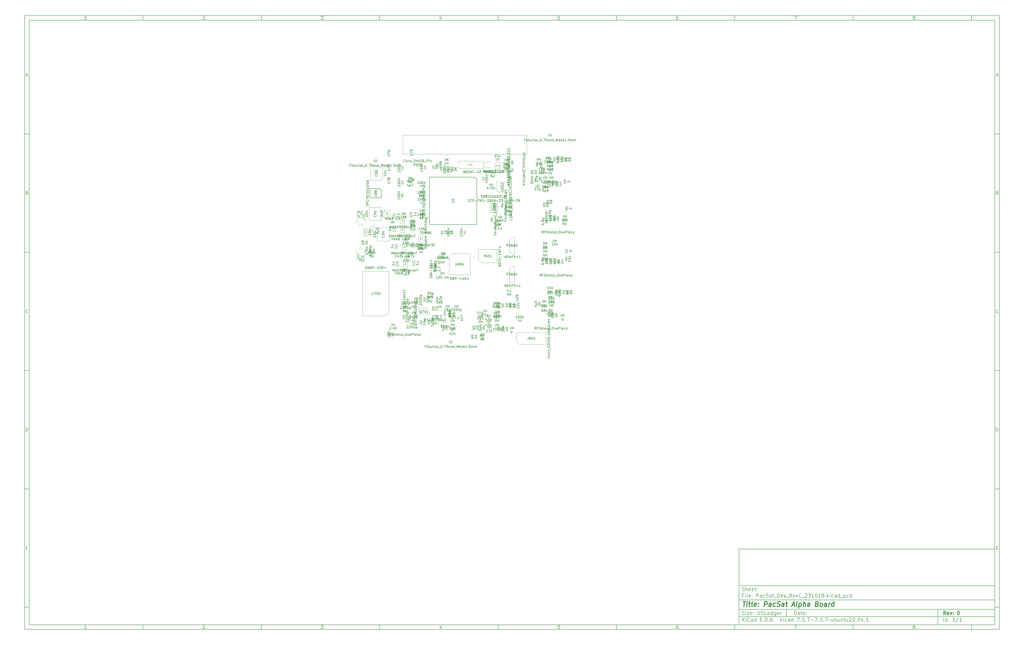
<source format=gbr>
%TF.GenerationSoftware,KiCad,Pcbnew,7.0.7-7.0.7~ubuntu22.04.1*%
%TF.CreationDate,2023-10-23T19:06:17-05:00*%
%TF.ProjectId,PacSat_Dev_RevC_231018,50616353-6174-45f4-9465-765f52657643,0*%
%TF.SameCoordinates,Original*%
%TF.FileFunction,AssemblyDrawing,Top*%
%FSLAX46Y46*%
G04 Gerber Fmt 4.6, Leading zero omitted, Abs format (unit mm)*
G04 Created by KiCad (PCBNEW 7.0.7-7.0.7~ubuntu22.04.1) date 2023-10-23 19:06:17*
%MOMM*%
%LPD*%
G01*
G04 APERTURE LIST*
%ADD10C,0.100000*%
%ADD11C,0.150000*%
%ADD12C,0.300000*%
%ADD13C,0.400000*%
%ADD14C,0.060000*%
%ADD15C,0.080000*%
%ADD16C,0.050000*%
%ADD17C,0.140000*%
%ADD18C,0.075000*%
%ADD19C,0.120000*%
%ADD20C,0.040000*%
G04 APERTURE END LIST*
D10*
D11*
X311800000Y-235400000D02*
X419800000Y-235400000D01*
X419800000Y-267400000D01*
X311800000Y-267400000D01*
X311800000Y-235400000D01*
D10*
D11*
X10000000Y-10000000D02*
X421800000Y-10000000D01*
X421800000Y-269400000D01*
X10000000Y-269400000D01*
X10000000Y-10000000D01*
D10*
D11*
X12000000Y-12000000D02*
X419800000Y-12000000D01*
X419800000Y-267400000D01*
X12000000Y-267400000D01*
X12000000Y-12000000D01*
D10*
D11*
X60000000Y-12000000D02*
X60000000Y-10000000D01*
D10*
D11*
X110000000Y-12000000D02*
X110000000Y-10000000D01*
D10*
D11*
X160000000Y-12000000D02*
X160000000Y-10000000D01*
D10*
D11*
X210000000Y-12000000D02*
X210000000Y-10000000D01*
D10*
D11*
X260000000Y-12000000D02*
X260000000Y-10000000D01*
D10*
D11*
X310000000Y-12000000D02*
X310000000Y-10000000D01*
D10*
D11*
X360000000Y-12000000D02*
X360000000Y-10000000D01*
D10*
D11*
X410000000Y-12000000D02*
X410000000Y-10000000D01*
D10*
D11*
X36089160Y-11593604D02*
X35346303Y-11593604D01*
X35717731Y-11593604D02*
X35717731Y-10293604D01*
X35717731Y-10293604D02*
X35593922Y-10479319D01*
X35593922Y-10479319D02*
X35470112Y-10603128D01*
X35470112Y-10603128D02*
X35346303Y-10665033D01*
D10*
D11*
X85346303Y-10417414D02*
X85408207Y-10355509D01*
X85408207Y-10355509D02*
X85532017Y-10293604D01*
X85532017Y-10293604D02*
X85841541Y-10293604D01*
X85841541Y-10293604D02*
X85965350Y-10355509D01*
X85965350Y-10355509D02*
X86027255Y-10417414D01*
X86027255Y-10417414D02*
X86089160Y-10541223D01*
X86089160Y-10541223D02*
X86089160Y-10665033D01*
X86089160Y-10665033D02*
X86027255Y-10850747D01*
X86027255Y-10850747D02*
X85284398Y-11593604D01*
X85284398Y-11593604D02*
X86089160Y-11593604D01*
D10*
D11*
X135284398Y-10293604D02*
X136089160Y-10293604D01*
X136089160Y-10293604D02*
X135655826Y-10788842D01*
X135655826Y-10788842D02*
X135841541Y-10788842D01*
X135841541Y-10788842D02*
X135965350Y-10850747D01*
X135965350Y-10850747D02*
X136027255Y-10912652D01*
X136027255Y-10912652D02*
X136089160Y-11036461D01*
X136089160Y-11036461D02*
X136089160Y-11345985D01*
X136089160Y-11345985D02*
X136027255Y-11469795D01*
X136027255Y-11469795D02*
X135965350Y-11531700D01*
X135965350Y-11531700D02*
X135841541Y-11593604D01*
X135841541Y-11593604D02*
X135470112Y-11593604D01*
X135470112Y-11593604D02*
X135346303Y-11531700D01*
X135346303Y-11531700D02*
X135284398Y-11469795D01*
D10*
D11*
X185965350Y-10726938D02*
X185965350Y-11593604D01*
X185655826Y-10231700D02*
X185346303Y-11160271D01*
X185346303Y-11160271D02*
X186151064Y-11160271D01*
D10*
D11*
X236027255Y-10293604D02*
X235408207Y-10293604D01*
X235408207Y-10293604D02*
X235346303Y-10912652D01*
X235346303Y-10912652D02*
X235408207Y-10850747D01*
X235408207Y-10850747D02*
X235532017Y-10788842D01*
X235532017Y-10788842D02*
X235841541Y-10788842D01*
X235841541Y-10788842D02*
X235965350Y-10850747D01*
X235965350Y-10850747D02*
X236027255Y-10912652D01*
X236027255Y-10912652D02*
X236089160Y-11036461D01*
X236089160Y-11036461D02*
X236089160Y-11345985D01*
X236089160Y-11345985D02*
X236027255Y-11469795D01*
X236027255Y-11469795D02*
X235965350Y-11531700D01*
X235965350Y-11531700D02*
X235841541Y-11593604D01*
X235841541Y-11593604D02*
X235532017Y-11593604D01*
X235532017Y-11593604D02*
X235408207Y-11531700D01*
X235408207Y-11531700D02*
X235346303Y-11469795D01*
D10*
D11*
X285965350Y-10293604D02*
X285717731Y-10293604D01*
X285717731Y-10293604D02*
X285593922Y-10355509D01*
X285593922Y-10355509D02*
X285532017Y-10417414D01*
X285532017Y-10417414D02*
X285408207Y-10603128D01*
X285408207Y-10603128D02*
X285346303Y-10850747D01*
X285346303Y-10850747D02*
X285346303Y-11345985D01*
X285346303Y-11345985D02*
X285408207Y-11469795D01*
X285408207Y-11469795D02*
X285470112Y-11531700D01*
X285470112Y-11531700D02*
X285593922Y-11593604D01*
X285593922Y-11593604D02*
X285841541Y-11593604D01*
X285841541Y-11593604D02*
X285965350Y-11531700D01*
X285965350Y-11531700D02*
X286027255Y-11469795D01*
X286027255Y-11469795D02*
X286089160Y-11345985D01*
X286089160Y-11345985D02*
X286089160Y-11036461D01*
X286089160Y-11036461D02*
X286027255Y-10912652D01*
X286027255Y-10912652D02*
X285965350Y-10850747D01*
X285965350Y-10850747D02*
X285841541Y-10788842D01*
X285841541Y-10788842D02*
X285593922Y-10788842D01*
X285593922Y-10788842D02*
X285470112Y-10850747D01*
X285470112Y-10850747D02*
X285408207Y-10912652D01*
X285408207Y-10912652D02*
X285346303Y-11036461D01*
D10*
D11*
X335284398Y-10293604D02*
X336151064Y-10293604D01*
X336151064Y-10293604D02*
X335593922Y-11593604D01*
D10*
D11*
X385593922Y-10850747D02*
X385470112Y-10788842D01*
X385470112Y-10788842D02*
X385408207Y-10726938D01*
X385408207Y-10726938D02*
X385346303Y-10603128D01*
X385346303Y-10603128D02*
X385346303Y-10541223D01*
X385346303Y-10541223D02*
X385408207Y-10417414D01*
X385408207Y-10417414D02*
X385470112Y-10355509D01*
X385470112Y-10355509D02*
X385593922Y-10293604D01*
X385593922Y-10293604D02*
X385841541Y-10293604D01*
X385841541Y-10293604D02*
X385965350Y-10355509D01*
X385965350Y-10355509D02*
X386027255Y-10417414D01*
X386027255Y-10417414D02*
X386089160Y-10541223D01*
X386089160Y-10541223D02*
X386089160Y-10603128D01*
X386089160Y-10603128D02*
X386027255Y-10726938D01*
X386027255Y-10726938D02*
X385965350Y-10788842D01*
X385965350Y-10788842D02*
X385841541Y-10850747D01*
X385841541Y-10850747D02*
X385593922Y-10850747D01*
X385593922Y-10850747D02*
X385470112Y-10912652D01*
X385470112Y-10912652D02*
X385408207Y-10974557D01*
X385408207Y-10974557D02*
X385346303Y-11098366D01*
X385346303Y-11098366D02*
X385346303Y-11345985D01*
X385346303Y-11345985D02*
X385408207Y-11469795D01*
X385408207Y-11469795D02*
X385470112Y-11531700D01*
X385470112Y-11531700D02*
X385593922Y-11593604D01*
X385593922Y-11593604D02*
X385841541Y-11593604D01*
X385841541Y-11593604D02*
X385965350Y-11531700D01*
X385965350Y-11531700D02*
X386027255Y-11469795D01*
X386027255Y-11469795D02*
X386089160Y-11345985D01*
X386089160Y-11345985D02*
X386089160Y-11098366D01*
X386089160Y-11098366D02*
X386027255Y-10974557D01*
X386027255Y-10974557D02*
X385965350Y-10912652D01*
X385965350Y-10912652D02*
X385841541Y-10850747D01*
D10*
D11*
X60000000Y-267400000D02*
X60000000Y-269400000D01*
D10*
D11*
X110000000Y-267400000D02*
X110000000Y-269400000D01*
D10*
D11*
X160000000Y-267400000D02*
X160000000Y-269400000D01*
D10*
D11*
X210000000Y-267400000D02*
X210000000Y-269400000D01*
D10*
D11*
X260000000Y-267400000D02*
X260000000Y-269400000D01*
D10*
D11*
X310000000Y-267400000D02*
X310000000Y-269400000D01*
D10*
D11*
X360000000Y-267400000D02*
X360000000Y-269400000D01*
D10*
D11*
X410000000Y-267400000D02*
X410000000Y-269400000D01*
D10*
D11*
X36089160Y-268993604D02*
X35346303Y-268993604D01*
X35717731Y-268993604D02*
X35717731Y-267693604D01*
X35717731Y-267693604D02*
X35593922Y-267879319D01*
X35593922Y-267879319D02*
X35470112Y-268003128D01*
X35470112Y-268003128D02*
X35346303Y-268065033D01*
D10*
D11*
X85346303Y-267817414D02*
X85408207Y-267755509D01*
X85408207Y-267755509D02*
X85532017Y-267693604D01*
X85532017Y-267693604D02*
X85841541Y-267693604D01*
X85841541Y-267693604D02*
X85965350Y-267755509D01*
X85965350Y-267755509D02*
X86027255Y-267817414D01*
X86027255Y-267817414D02*
X86089160Y-267941223D01*
X86089160Y-267941223D02*
X86089160Y-268065033D01*
X86089160Y-268065033D02*
X86027255Y-268250747D01*
X86027255Y-268250747D02*
X85284398Y-268993604D01*
X85284398Y-268993604D02*
X86089160Y-268993604D01*
D10*
D11*
X135284398Y-267693604D02*
X136089160Y-267693604D01*
X136089160Y-267693604D02*
X135655826Y-268188842D01*
X135655826Y-268188842D02*
X135841541Y-268188842D01*
X135841541Y-268188842D02*
X135965350Y-268250747D01*
X135965350Y-268250747D02*
X136027255Y-268312652D01*
X136027255Y-268312652D02*
X136089160Y-268436461D01*
X136089160Y-268436461D02*
X136089160Y-268745985D01*
X136089160Y-268745985D02*
X136027255Y-268869795D01*
X136027255Y-268869795D02*
X135965350Y-268931700D01*
X135965350Y-268931700D02*
X135841541Y-268993604D01*
X135841541Y-268993604D02*
X135470112Y-268993604D01*
X135470112Y-268993604D02*
X135346303Y-268931700D01*
X135346303Y-268931700D02*
X135284398Y-268869795D01*
D10*
D11*
X185965350Y-268126938D02*
X185965350Y-268993604D01*
X185655826Y-267631700D02*
X185346303Y-268560271D01*
X185346303Y-268560271D02*
X186151064Y-268560271D01*
D10*
D11*
X236027255Y-267693604D02*
X235408207Y-267693604D01*
X235408207Y-267693604D02*
X235346303Y-268312652D01*
X235346303Y-268312652D02*
X235408207Y-268250747D01*
X235408207Y-268250747D02*
X235532017Y-268188842D01*
X235532017Y-268188842D02*
X235841541Y-268188842D01*
X235841541Y-268188842D02*
X235965350Y-268250747D01*
X235965350Y-268250747D02*
X236027255Y-268312652D01*
X236027255Y-268312652D02*
X236089160Y-268436461D01*
X236089160Y-268436461D02*
X236089160Y-268745985D01*
X236089160Y-268745985D02*
X236027255Y-268869795D01*
X236027255Y-268869795D02*
X235965350Y-268931700D01*
X235965350Y-268931700D02*
X235841541Y-268993604D01*
X235841541Y-268993604D02*
X235532017Y-268993604D01*
X235532017Y-268993604D02*
X235408207Y-268931700D01*
X235408207Y-268931700D02*
X235346303Y-268869795D01*
D10*
D11*
X285965350Y-267693604D02*
X285717731Y-267693604D01*
X285717731Y-267693604D02*
X285593922Y-267755509D01*
X285593922Y-267755509D02*
X285532017Y-267817414D01*
X285532017Y-267817414D02*
X285408207Y-268003128D01*
X285408207Y-268003128D02*
X285346303Y-268250747D01*
X285346303Y-268250747D02*
X285346303Y-268745985D01*
X285346303Y-268745985D02*
X285408207Y-268869795D01*
X285408207Y-268869795D02*
X285470112Y-268931700D01*
X285470112Y-268931700D02*
X285593922Y-268993604D01*
X285593922Y-268993604D02*
X285841541Y-268993604D01*
X285841541Y-268993604D02*
X285965350Y-268931700D01*
X285965350Y-268931700D02*
X286027255Y-268869795D01*
X286027255Y-268869795D02*
X286089160Y-268745985D01*
X286089160Y-268745985D02*
X286089160Y-268436461D01*
X286089160Y-268436461D02*
X286027255Y-268312652D01*
X286027255Y-268312652D02*
X285965350Y-268250747D01*
X285965350Y-268250747D02*
X285841541Y-268188842D01*
X285841541Y-268188842D02*
X285593922Y-268188842D01*
X285593922Y-268188842D02*
X285470112Y-268250747D01*
X285470112Y-268250747D02*
X285408207Y-268312652D01*
X285408207Y-268312652D02*
X285346303Y-268436461D01*
D10*
D11*
X335284398Y-267693604D02*
X336151064Y-267693604D01*
X336151064Y-267693604D02*
X335593922Y-268993604D01*
D10*
D11*
X385593922Y-268250747D02*
X385470112Y-268188842D01*
X385470112Y-268188842D02*
X385408207Y-268126938D01*
X385408207Y-268126938D02*
X385346303Y-268003128D01*
X385346303Y-268003128D02*
X385346303Y-267941223D01*
X385346303Y-267941223D02*
X385408207Y-267817414D01*
X385408207Y-267817414D02*
X385470112Y-267755509D01*
X385470112Y-267755509D02*
X385593922Y-267693604D01*
X385593922Y-267693604D02*
X385841541Y-267693604D01*
X385841541Y-267693604D02*
X385965350Y-267755509D01*
X385965350Y-267755509D02*
X386027255Y-267817414D01*
X386027255Y-267817414D02*
X386089160Y-267941223D01*
X386089160Y-267941223D02*
X386089160Y-268003128D01*
X386089160Y-268003128D02*
X386027255Y-268126938D01*
X386027255Y-268126938D02*
X385965350Y-268188842D01*
X385965350Y-268188842D02*
X385841541Y-268250747D01*
X385841541Y-268250747D02*
X385593922Y-268250747D01*
X385593922Y-268250747D02*
X385470112Y-268312652D01*
X385470112Y-268312652D02*
X385408207Y-268374557D01*
X385408207Y-268374557D02*
X385346303Y-268498366D01*
X385346303Y-268498366D02*
X385346303Y-268745985D01*
X385346303Y-268745985D02*
X385408207Y-268869795D01*
X385408207Y-268869795D02*
X385470112Y-268931700D01*
X385470112Y-268931700D02*
X385593922Y-268993604D01*
X385593922Y-268993604D02*
X385841541Y-268993604D01*
X385841541Y-268993604D02*
X385965350Y-268931700D01*
X385965350Y-268931700D02*
X386027255Y-268869795D01*
X386027255Y-268869795D02*
X386089160Y-268745985D01*
X386089160Y-268745985D02*
X386089160Y-268498366D01*
X386089160Y-268498366D02*
X386027255Y-268374557D01*
X386027255Y-268374557D02*
X385965350Y-268312652D01*
X385965350Y-268312652D02*
X385841541Y-268250747D01*
D10*
D11*
X10000000Y-60000000D02*
X12000000Y-60000000D01*
D10*
D11*
X10000000Y-110000000D02*
X12000000Y-110000000D01*
D10*
D11*
X10000000Y-160000000D02*
X12000000Y-160000000D01*
D10*
D11*
X10000000Y-210000000D02*
X12000000Y-210000000D01*
D10*
D11*
X10000000Y-260000000D02*
X12000000Y-260000000D01*
D10*
D11*
X10690476Y-35222176D02*
X11309523Y-35222176D01*
X10566666Y-35593604D02*
X10999999Y-34293604D01*
X10999999Y-34293604D02*
X11433333Y-35593604D01*
D10*
D11*
X11092857Y-84912652D02*
X11278571Y-84974557D01*
X11278571Y-84974557D02*
X11340476Y-85036461D01*
X11340476Y-85036461D02*
X11402380Y-85160271D01*
X11402380Y-85160271D02*
X11402380Y-85345985D01*
X11402380Y-85345985D02*
X11340476Y-85469795D01*
X11340476Y-85469795D02*
X11278571Y-85531700D01*
X11278571Y-85531700D02*
X11154761Y-85593604D01*
X11154761Y-85593604D02*
X10659523Y-85593604D01*
X10659523Y-85593604D02*
X10659523Y-84293604D01*
X10659523Y-84293604D02*
X11092857Y-84293604D01*
X11092857Y-84293604D02*
X11216666Y-84355509D01*
X11216666Y-84355509D02*
X11278571Y-84417414D01*
X11278571Y-84417414D02*
X11340476Y-84541223D01*
X11340476Y-84541223D02*
X11340476Y-84665033D01*
X11340476Y-84665033D02*
X11278571Y-84788842D01*
X11278571Y-84788842D02*
X11216666Y-84850747D01*
X11216666Y-84850747D02*
X11092857Y-84912652D01*
X11092857Y-84912652D02*
X10659523Y-84912652D01*
D10*
D11*
X11402380Y-135469795D02*
X11340476Y-135531700D01*
X11340476Y-135531700D02*
X11154761Y-135593604D01*
X11154761Y-135593604D02*
X11030952Y-135593604D01*
X11030952Y-135593604D02*
X10845238Y-135531700D01*
X10845238Y-135531700D02*
X10721428Y-135407890D01*
X10721428Y-135407890D02*
X10659523Y-135284080D01*
X10659523Y-135284080D02*
X10597619Y-135036461D01*
X10597619Y-135036461D02*
X10597619Y-134850747D01*
X10597619Y-134850747D02*
X10659523Y-134603128D01*
X10659523Y-134603128D02*
X10721428Y-134479319D01*
X10721428Y-134479319D02*
X10845238Y-134355509D01*
X10845238Y-134355509D02*
X11030952Y-134293604D01*
X11030952Y-134293604D02*
X11154761Y-134293604D01*
X11154761Y-134293604D02*
X11340476Y-134355509D01*
X11340476Y-134355509D02*
X11402380Y-134417414D01*
D10*
D11*
X10659523Y-185593604D02*
X10659523Y-184293604D01*
X10659523Y-184293604D02*
X10969047Y-184293604D01*
X10969047Y-184293604D02*
X11154761Y-184355509D01*
X11154761Y-184355509D02*
X11278571Y-184479319D01*
X11278571Y-184479319D02*
X11340476Y-184603128D01*
X11340476Y-184603128D02*
X11402380Y-184850747D01*
X11402380Y-184850747D02*
X11402380Y-185036461D01*
X11402380Y-185036461D02*
X11340476Y-185284080D01*
X11340476Y-185284080D02*
X11278571Y-185407890D01*
X11278571Y-185407890D02*
X11154761Y-185531700D01*
X11154761Y-185531700D02*
X10969047Y-185593604D01*
X10969047Y-185593604D02*
X10659523Y-185593604D01*
D10*
D11*
X10721428Y-234912652D02*
X11154762Y-234912652D01*
X11340476Y-235593604D02*
X10721428Y-235593604D01*
X10721428Y-235593604D02*
X10721428Y-234293604D01*
X10721428Y-234293604D02*
X11340476Y-234293604D01*
D10*
D11*
X421800000Y-60000000D02*
X419800000Y-60000000D01*
D10*
D11*
X421800000Y-110000000D02*
X419800000Y-110000000D01*
D10*
D11*
X421800000Y-160000000D02*
X419800000Y-160000000D01*
D10*
D11*
X421800000Y-210000000D02*
X419800000Y-210000000D01*
D10*
D11*
X421800000Y-260000000D02*
X419800000Y-260000000D01*
D10*
D11*
X420490476Y-35222176D02*
X421109523Y-35222176D01*
X420366666Y-35593604D02*
X420799999Y-34293604D01*
X420799999Y-34293604D02*
X421233333Y-35593604D01*
D10*
D11*
X420892857Y-84912652D02*
X421078571Y-84974557D01*
X421078571Y-84974557D02*
X421140476Y-85036461D01*
X421140476Y-85036461D02*
X421202380Y-85160271D01*
X421202380Y-85160271D02*
X421202380Y-85345985D01*
X421202380Y-85345985D02*
X421140476Y-85469795D01*
X421140476Y-85469795D02*
X421078571Y-85531700D01*
X421078571Y-85531700D02*
X420954761Y-85593604D01*
X420954761Y-85593604D02*
X420459523Y-85593604D01*
X420459523Y-85593604D02*
X420459523Y-84293604D01*
X420459523Y-84293604D02*
X420892857Y-84293604D01*
X420892857Y-84293604D02*
X421016666Y-84355509D01*
X421016666Y-84355509D02*
X421078571Y-84417414D01*
X421078571Y-84417414D02*
X421140476Y-84541223D01*
X421140476Y-84541223D02*
X421140476Y-84665033D01*
X421140476Y-84665033D02*
X421078571Y-84788842D01*
X421078571Y-84788842D02*
X421016666Y-84850747D01*
X421016666Y-84850747D02*
X420892857Y-84912652D01*
X420892857Y-84912652D02*
X420459523Y-84912652D01*
D10*
D11*
X421202380Y-135469795D02*
X421140476Y-135531700D01*
X421140476Y-135531700D02*
X420954761Y-135593604D01*
X420954761Y-135593604D02*
X420830952Y-135593604D01*
X420830952Y-135593604D02*
X420645238Y-135531700D01*
X420645238Y-135531700D02*
X420521428Y-135407890D01*
X420521428Y-135407890D02*
X420459523Y-135284080D01*
X420459523Y-135284080D02*
X420397619Y-135036461D01*
X420397619Y-135036461D02*
X420397619Y-134850747D01*
X420397619Y-134850747D02*
X420459523Y-134603128D01*
X420459523Y-134603128D02*
X420521428Y-134479319D01*
X420521428Y-134479319D02*
X420645238Y-134355509D01*
X420645238Y-134355509D02*
X420830952Y-134293604D01*
X420830952Y-134293604D02*
X420954761Y-134293604D01*
X420954761Y-134293604D02*
X421140476Y-134355509D01*
X421140476Y-134355509D02*
X421202380Y-134417414D01*
D10*
D11*
X420459523Y-185593604D02*
X420459523Y-184293604D01*
X420459523Y-184293604D02*
X420769047Y-184293604D01*
X420769047Y-184293604D02*
X420954761Y-184355509D01*
X420954761Y-184355509D02*
X421078571Y-184479319D01*
X421078571Y-184479319D02*
X421140476Y-184603128D01*
X421140476Y-184603128D02*
X421202380Y-184850747D01*
X421202380Y-184850747D02*
X421202380Y-185036461D01*
X421202380Y-185036461D02*
X421140476Y-185284080D01*
X421140476Y-185284080D02*
X421078571Y-185407890D01*
X421078571Y-185407890D02*
X420954761Y-185531700D01*
X420954761Y-185531700D02*
X420769047Y-185593604D01*
X420769047Y-185593604D02*
X420459523Y-185593604D01*
D10*
D11*
X420521428Y-234912652D02*
X420954762Y-234912652D01*
X421140476Y-235593604D02*
X420521428Y-235593604D01*
X420521428Y-235593604D02*
X420521428Y-234293604D01*
X420521428Y-234293604D02*
X421140476Y-234293604D01*
D10*
D11*
X335255826Y-263186128D02*
X335255826Y-261686128D01*
X335255826Y-261686128D02*
X335612969Y-261686128D01*
X335612969Y-261686128D02*
X335827255Y-261757557D01*
X335827255Y-261757557D02*
X335970112Y-261900414D01*
X335970112Y-261900414D02*
X336041541Y-262043271D01*
X336041541Y-262043271D02*
X336112969Y-262328985D01*
X336112969Y-262328985D02*
X336112969Y-262543271D01*
X336112969Y-262543271D02*
X336041541Y-262828985D01*
X336041541Y-262828985D02*
X335970112Y-262971842D01*
X335970112Y-262971842D02*
X335827255Y-263114700D01*
X335827255Y-263114700D02*
X335612969Y-263186128D01*
X335612969Y-263186128D02*
X335255826Y-263186128D01*
X337398684Y-263186128D02*
X337398684Y-262400414D01*
X337398684Y-262400414D02*
X337327255Y-262257557D01*
X337327255Y-262257557D02*
X337184398Y-262186128D01*
X337184398Y-262186128D02*
X336898684Y-262186128D01*
X336898684Y-262186128D02*
X336755826Y-262257557D01*
X337398684Y-263114700D02*
X337255826Y-263186128D01*
X337255826Y-263186128D02*
X336898684Y-263186128D01*
X336898684Y-263186128D02*
X336755826Y-263114700D01*
X336755826Y-263114700D02*
X336684398Y-262971842D01*
X336684398Y-262971842D02*
X336684398Y-262828985D01*
X336684398Y-262828985D02*
X336755826Y-262686128D01*
X336755826Y-262686128D02*
X336898684Y-262614700D01*
X336898684Y-262614700D02*
X337255826Y-262614700D01*
X337255826Y-262614700D02*
X337398684Y-262543271D01*
X337898684Y-262186128D02*
X338470112Y-262186128D01*
X338112969Y-261686128D02*
X338112969Y-262971842D01*
X338112969Y-262971842D02*
X338184398Y-263114700D01*
X338184398Y-263114700D02*
X338327255Y-263186128D01*
X338327255Y-263186128D02*
X338470112Y-263186128D01*
X339541541Y-263114700D02*
X339398684Y-263186128D01*
X339398684Y-263186128D02*
X339112970Y-263186128D01*
X339112970Y-263186128D02*
X338970112Y-263114700D01*
X338970112Y-263114700D02*
X338898684Y-262971842D01*
X338898684Y-262971842D02*
X338898684Y-262400414D01*
X338898684Y-262400414D02*
X338970112Y-262257557D01*
X338970112Y-262257557D02*
X339112970Y-262186128D01*
X339112970Y-262186128D02*
X339398684Y-262186128D01*
X339398684Y-262186128D02*
X339541541Y-262257557D01*
X339541541Y-262257557D02*
X339612970Y-262400414D01*
X339612970Y-262400414D02*
X339612970Y-262543271D01*
X339612970Y-262543271D02*
X338898684Y-262686128D01*
X340255826Y-263043271D02*
X340327255Y-263114700D01*
X340327255Y-263114700D02*
X340255826Y-263186128D01*
X340255826Y-263186128D02*
X340184398Y-263114700D01*
X340184398Y-263114700D02*
X340255826Y-263043271D01*
X340255826Y-263043271D02*
X340255826Y-263186128D01*
X340255826Y-262257557D02*
X340327255Y-262328985D01*
X340327255Y-262328985D02*
X340255826Y-262400414D01*
X340255826Y-262400414D02*
X340184398Y-262328985D01*
X340184398Y-262328985D02*
X340255826Y-262257557D01*
X340255826Y-262257557D02*
X340255826Y-262400414D01*
D10*
D11*
X311800000Y-263900000D02*
X419800000Y-263900000D01*
D10*
D11*
X313255826Y-265986128D02*
X313255826Y-264486128D01*
X314112969Y-265986128D02*
X313470112Y-265128985D01*
X314112969Y-264486128D02*
X313255826Y-265343271D01*
X314755826Y-265986128D02*
X314755826Y-264986128D01*
X314755826Y-264486128D02*
X314684398Y-264557557D01*
X314684398Y-264557557D02*
X314755826Y-264628985D01*
X314755826Y-264628985D02*
X314827255Y-264557557D01*
X314827255Y-264557557D02*
X314755826Y-264486128D01*
X314755826Y-264486128D02*
X314755826Y-264628985D01*
X316327255Y-265843271D02*
X316255827Y-265914700D01*
X316255827Y-265914700D02*
X316041541Y-265986128D01*
X316041541Y-265986128D02*
X315898684Y-265986128D01*
X315898684Y-265986128D02*
X315684398Y-265914700D01*
X315684398Y-265914700D02*
X315541541Y-265771842D01*
X315541541Y-265771842D02*
X315470112Y-265628985D01*
X315470112Y-265628985D02*
X315398684Y-265343271D01*
X315398684Y-265343271D02*
X315398684Y-265128985D01*
X315398684Y-265128985D02*
X315470112Y-264843271D01*
X315470112Y-264843271D02*
X315541541Y-264700414D01*
X315541541Y-264700414D02*
X315684398Y-264557557D01*
X315684398Y-264557557D02*
X315898684Y-264486128D01*
X315898684Y-264486128D02*
X316041541Y-264486128D01*
X316041541Y-264486128D02*
X316255827Y-264557557D01*
X316255827Y-264557557D02*
X316327255Y-264628985D01*
X317612970Y-265986128D02*
X317612970Y-265200414D01*
X317612970Y-265200414D02*
X317541541Y-265057557D01*
X317541541Y-265057557D02*
X317398684Y-264986128D01*
X317398684Y-264986128D02*
X317112970Y-264986128D01*
X317112970Y-264986128D02*
X316970112Y-265057557D01*
X317612970Y-265914700D02*
X317470112Y-265986128D01*
X317470112Y-265986128D02*
X317112970Y-265986128D01*
X317112970Y-265986128D02*
X316970112Y-265914700D01*
X316970112Y-265914700D02*
X316898684Y-265771842D01*
X316898684Y-265771842D02*
X316898684Y-265628985D01*
X316898684Y-265628985D02*
X316970112Y-265486128D01*
X316970112Y-265486128D02*
X317112970Y-265414700D01*
X317112970Y-265414700D02*
X317470112Y-265414700D01*
X317470112Y-265414700D02*
X317612970Y-265343271D01*
X318970113Y-265986128D02*
X318970113Y-264486128D01*
X318970113Y-265914700D02*
X318827255Y-265986128D01*
X318827255Y-265986128D02*
X318541541Y-265986128D01*
X318541541Y-265986128D02*
X318398684Y-265914700D01*
X318398684Y-265914700D02*
X318327255Y-265843271D01*
X318327255Y-265843271D02*
X318255827Y-265700414D01*
X318255827Y-265700414D02*
X318255827Y-265271842D01*
X318255827Y-265271842D02*
X318327255Y-265128985D01*
X318327255Y-265128985D02*
X318398684Y-265057557D01*
X318398684Y-265057557D02*
X318541541Y-264986128D01*
X318541541Y-264986128D02*
X318827255Y-264986128D01*
X318827255Y-264986128D02*
X318970113Y-265057557D01*
X320827255Y-265200414D02*
X321327255Y-265200414D01*
X321541541Y-265986128D02*
X320827255Y-265986128D01*
X320827255Y-265986128D02*
X320827255Y-264486128D01*
X320827255Y-264486128D02*
X321541541Y-264486128D01*
X322184398Y-265843271D02*
X322255827Y-265914700D01*
X322255827Y-265914700D02*
X322184398Y-265986128D01*
X322184398Y-265986128D02*
X322112970Y-265914700D01*
X322112970Y-265914700D02*
X322184398Y-265843271D01*
X322184398Y-265843271D02*
X322184398Y-265986128D01*
X322898684Y-265986128D02*
X322898684Y-264486128D01*
X322898684Y-264486128D02*
X323255827Y-264486128D01*
X323255827Y-264486128D02*
X323470113Y-264557557D01*
X323470113Y-264557557D02*
X323612970Y-264700414D01*
X323612970Y-264700414D02*
X323684399Y-264843271D01*
X323684399Y-264843271D02*
X323755827Y-265128985D01*
X323755827Y-265128985D02*
X323755827Y-265343271D01*
X323755827Y-265343271D02*
X323684399Y-265628985D01*
X323684399Y-265628985D02*
X323612970Y-265771842D01*
X323612970Y-265771842D02*
X323470113Y-265914700D01*
X323470113Y-265914700D02*
X323255827Y-265986128D01*
X323255827Y-265986128D02*
X322898684Y-265986128D01*
X324398684Y-265843271D02*
X324470113Y-265914700D01*
X324470113Y-265914700D02*
X324398684Y-265986128D01*
X324398684Y-265986128D02*
X324327256Y-265914700D01*
X324327256Y-265914700D02*
X324398684Y-265843271D01*
X324398684Y-265843271D02*
X324398684Y-265986128D01*
X325041542Y-265557557D02*
X325755828Y-265557557D01*
X324898685Y-265986128D02*
X325398685Y-264486128D01*
X325398685Y-264486128D02*
X325898685Y-265986128D01*
X326398684Y-265843271D02*
X326470113Y-265914700D01*
X326470113Y-265914700D02*
X326398684Y-265986128D01*
X326398684Y-265986128D02*
X326327256Y-265914700D01*
X326327256Y-265914700D02*
X326398684Y-265843271D01*
X326398684Y-265843271D02*
X326398684Y-265986128D01*
X329398684Y-265986128D02*
X329398684Y-264486128D01*
X329541542Y-265414700D02*
X329970113Y-265986128D01*
X329970113Y-264986128D02*
X329398684Y-265557557D01*
X330612970Y-265986128D02*
X330612970Y-264986128D01*
X330612970Y-264486128D02*
X330541542Y-264557557D01*
X330541542Y-264557557D02*
X330612970Y-264628985D01*
X330612970Y-264628985D02*
X330684399Y-264557557D01*
X330684399Y-264557557D02*
X330612970Y-264486128D01*
X330612970Y-264486128D02*
X330612970Y-264628985D01*
X331970114Y-265914700D02*
X331827256Y-265986128D01*
X331827256Y-265986128D02*
X331541542Y-265986128D01*
X331541542Y-265986128D02*
X331398685Y-265914700D01*
X331398685Y-265914700D02*
X331327256Y-265843271D01*
X331327256Y-265843271D02*
X331255828Y-265700414D01*
X331255828Y-265700414D02*
X331255828Y-265271842D01*
X331255828Y-265271842D02*
X331327256Y-265128985D01*
X331327256Y-265128985D02*
X331398685Y-265057557D01*
X331398685Y-265057557D02*
X331541542Y-264986128D01*
X331541542Y-264986128D02*
X331827256Y-264986128D01*
X331827256Y-264986128D02*
X331970114Y-265057557D01*
X333255828Y-265986128D02*
X333255828Y-265200414D01*
X333255828Y-265200414D02*
X333184399Y-265057557D01*
X333184399Y-265057557D02*
X333041542Y-264986128D01*
X333041542Y-264986128D02*
X332755828Y-264986128D01*
X332755828Y-264986128D02*
X332612970Y-265057557D01*
X333255828Y-265914700D02*
X333112970Y-265986128D01*
X333112970Y-265986128D02*
X332755828Y-265986128D01*
X332755828Y-265986128D02*
X332612970Y-265914700D01*
X332612970Y-265914700D02*
X332541542Y-265771842D01*
X332541542Y-265771842D02*
X332541542Y-265628985D01*
X332541542Y-265628985D02*
X332612970Y-265486128D01*
X332612970Y-265486128D02*
X332755828Y-265414700D01*
X332755828Y-265414700D02*
X333112970Y-265414700D01*
X333112970Y-265414700D02*
X333255828Y-265343271D01*
X334612971Y-265986128D02*
X334612971Y-264486128D01*
X334612971Y-265914700D02*
X334470113Y-265986128D01*
X334470113Y-265986128D02*
X334184399Y-265986128D01*
X334184399Y-265986128D02*
X334041542Y-265914700D01*
X334041542Y-265914700D02*
X333970113Y-265843271D01*
X333970113Y-265843271D02*
X333898685Y-265700414D01*
X333898685Y-265700414D02*
X333898685Y-265271842D01*
X333898685Y-265271842D02*
X333970113Y-265128985D01*
X333970113Y-265128985D02*
X334041542Y-265057557D01*
X334041542Y-265057557D02*
X334184399Y-264986128D01*
X334184399Y-264986128D02*
X334470113Y-264986128D01*
X334470113Y-264986128D02*
X334612971Y-265057557D01*
X336327256Y-264486128D02*
X337327256Y-264486128D01*
X337327256Y-264486128D02*
X336684399Y-265986128D01*
X337898684Y-265843271D02*
X337970113Y-265914700D01*
X337970113Y-265914700D02*
X337898684Y-265986128D01*
X337898684Y-265986128D02*
X337827256Y-265914700D01*
X337827256Y-265914700D02*
X337898684Y-265843271D01*
X337898684Y-265843271D02*
X337898684Y-265986128D01*
X338898685Y-264486128D02*
X339041542Y-264486128D01*
X339041542Y-264486128D02*
X339184399Y-264557557D01*
X339184399Y-264557557D02*
X339255828Y-264628985D01*
X339255828Y-264628985D02*
X339327256Y-264771842D01*
X339327256Y-264771842D02*
X339398685Y-265057557D01*
X339398685Y-265057557D02*
X339398685Y-265414700D01*
X339398685Y-265414700D02*
X339327256Y-265700414D01*
X339327256Y-265700414D02*
X339255828Y-265843271D01*
X339255828Y-265843271D02*
X339184399Y-265914700D01*
X339184399Y-265914700D02*
X339041542Y-265986128D01*
X339041542Y-265986128D02*
X338898685Y-265986128D01*
X338898685Y-265986128D02*
X338755828Y-265914700D01*
X338755828Y-265914700D02*
X338684399Y-265843271D01*
X338684399Y-265843271D02*
X338612970Y-265700414D01*
X338612970Y-265700414D02*
X338541542Y-265414700D01*
X338541542Y-265414700D02*
X338541542Y-265057557D01*
X338541542Y-265057557D02*
X338612970Y-264771842D01*
X338612970Y-264771842D02*
X338684399Y-264628985D01*
X338684399Y-264628985D02*
X338755828Y-264557557D01*
X338755828Y-264557557D02*
X338898685Y-264486128D01*
X340041541Y-265843271D02*
X340112970Y-265914700D01*
X340112970Y-265914700D02*
X340041541Y-265986128D01*
X340041541Y-265986128D02*
X339970113Y-265914700D01*
X339970113Y-265914700D02*
X340041541Y-265843271D01*
X340041541Y-265843271D02*
X340041541Y-265986128D01*
X340612970Y-264486128D02*
X341612970Y-264486128D01*
X341612970Y-264486128D02*
X340970113Y-265986128D01*
X342184398Y-265414700D02*
X343327256Y-265414700D01*
X343898684Y-264486128D02*
X344898684Y-264486128D01*
X344898684Y-264486128D02*
X344255827Y-265986128D01*
X345470112Y-265843271D02*
X345541541Y-265914700D01*
X345541541Y-265914700D02*
X345470112Y-265986128D01*
X345470112Y-265986128D02*
X345398684Y-265914700D01*
X345398684Y-265914700D02*
X345470112Y-265843271D01*
X345470112Y-265843271D02*
X345470112Y-265986128D01*
X346470113Y-264486128D02*
X346612970Y-264486128D01*
X346612970Y-264486128D02*
X346755827Y-264557557D01*
X346755827Y-264557557D02*
X346827256Y-264628985D01*
X346827256Y-264628985D02*
X346898684Y-264771842D01*
X346898684Y-264771842D02*
X346970113Y-265057557D01*
X346970113Y-265057557D02*
X346970113Y-265414700D01*
X346970113Y-265414700D02*
X346898684Y-265700414D01*
X346898684Y-265700414D02*
X346827256Y-265843271D01*
X346827256Y-265843271D02*
X346755827Y-265914700D01*
X346755827Y-265914700D02*
X346612970Y-265986128D01*
X346612970Y-265986128D02*
X346470113Y-265986128D01*
X346470113Y-265986128D02*
X346327256Y-265914700D01*
X346327256Y-265914700D02*
X346255827Y-265843271D01*
X346255827Y-265843271D02*
X346184398Y-265700414D01*
X346184398Y-265700414D02*
X346112970Y-265414700D01*
X346112970Y-265414700D02*
X346112970Y-265057557D01*
X346112970Y-265057557D02*
X346184398Y-264771842D01*
X346184398Y-264771842D02*
X346255827Y-264628985D01*
X346255827Y-264628985D02*
X346327256Y-264557557D01*
X346327256Y-264557557D02*
X346470113Y-264486128D01*
X347612969Y-265843271D02*
X347684398Y-265914700D01*
X347684398Y-265914700D02*
X347612969Y-265986128D01*
X347612969Y-265986128D02*
X347541541Y-265914700D01*
X347541541Y-265914700D02*
X347612969Y-265843271D01*
X347612969Y-265843271D02*
X347612969Y-265986128D01*
X348184398Y-264486128D02*
X349184398Y-264486128D01*
X349184398Y-264486128D02*
X348541541Y-265986128D01*
X349541541Y-265414700D02*
X349612969Y-265343271D01*
X349612969Y-265343271D02*
X349755826Y-265271842D01*
X349755826Y-265271842D02*
X350041541Y-265414700D01*
X350041541Y-265414700D02*
X350184398Y-265343271D01*
X350184398Y-265343271D02*
X350255826Y-265271842D01*
X351470113Y-264986128D02*
X351470113Y-265986128D01*
X350827255Y-264986128D02*
X350827255Y-265771842D01*
X350827255Y-265771842D02*
X350898684Y-265914700D01*
X350898684Y-265914700D02*
X351041541Y-265986128D01*
X351041541Y-265986128D02*
X351255827Y-265986128D01*
X351255827Y-265986128D02*
X351398684Y-265914700D01*
X351398684Y-265914700D02*
X351470113Y-265843271D01*
X352184398Y-265986128D02*
X352184398Y-264486128D01*
X352184398Y-265057557D02*
X352327256Y-264986128D01*
X352327256Y-264986128D02*
X352612970Y-264986128D01*
X352612970Y-264986128D02*
X352755827Y-265057557D01*
X352755827Y-265057557D02*
X352827256Y-265128985D01*
X352827256Y-265128985D02*
X352898684Y-265271842D01*
X352898684Y-265271842D02*
X352898684Y-265700414D01*
X352898684Y-265700414D02*
X352827256Y-265843271D01*
X352827256Y-265843271D02*
X352755827Y-265914700D01*
X352755827Y-265914700D02*
X352612970Y-265986128D01*
X352612970Y-265986128D02*
X352327256Y-265986128D01*
X352327256Y-265986128D02*
X352184398Y-265914700D01*
X354184399Y-264986128D02*
X354184399Y-265986128D01*
X353541541Y-264986128D02*
X353541541Y-265771842D01*
X353541541Y-265771842D02*
X353612970Y-265914700D01*
X353612970Y-265914700D02*
X353755827Y-265986128D01*
X353755827Y-265986128D02*
X353970113Y-265986128D01*
X353970113Y-265986128D02*
X354112970Y-265914700D01*
X354112970Y-265914700D02*
X354184399Y-265843271D01*
X354898684Y-264986128D02*
X354898684Y-265986128D01*
X354898684Y-265128985D02*
X354970113Y-265057557D01*
X354970113Y-265057557D02*
X355112970Y-264986128D01*
X355112970Y-264986128D02*
X355327256Y-264986128D01*
X355327256Y-264986128D02*
X355470113Y-265057557D01*
X355470113Y-265057557D02*
X355541542Y-265200414D01*
X355541542Y-265200414D02*
X355541542Y-265986128D01*
X356041542Y-264986128D02*
X356612970Y-264986128D01*
X356255827Y-264486128D02*
X356255827Y-265771842D01*
X356255827Y-265771842D02*
X356327256Y-265914700D01*
X356327256Y-265914700D02*
X356470113Y-265986128D01*
X356470113Y-265986128D02*
X356612970Y-265986128D01*
X357755828Y-264986128D02*
X357755828Y-265986128D01*
X357112970Y-264986128D02*
X357112970Y-265771842D01*
X357112970Y-265771842D02*
X357184399Y-265914700D01*
X357184399Y-265914700D02*
X357327256Y-265986128D01*
X357327256Y-265986128D02*
X357541542Y-265986128D01*
X357541542Y-265986128D02*
X357684399Y-265914700D01*
X357684399Y-265914700D02*
X357755828Y-265843271D01*
X358398685Y-264628985D02*
X358470113Y-264557557D01*
X358470113Y-264557557D02*
X358612971Y-264486128D01*
X358612971Y-264486128D02*
X358970113Y-264486128D01*
X358970113Y-264486128D02*
X359112971Y-264557557D01*
X359112971Y-264557557D02*
X359184399Y-264628985D01*
X359184399Y-264628985D02*
X359255828Y-264771842D01*
X359255828Y-264771842D02*
X359255828Y-264914700D01*
X359255828Y-264914700D02*
X359184399Y-265128985D01*
X359184399Y-265128985D02*
X358327256Y-265986128D01*
X358327256Y-265986128D02*
X359255828Y-265986128D01*
X359827256Y-264628985D02*
X359898684Y-264557557D01*
X359898684Y-264557557D02*
X360041542Y-264486128D01*
X360041542Y-264486128D02*
X360398684Y-264486128D01*
X360398684Y-264486128D02*
X360541542Y-264557557D01*
X360541542Y-264557557D02*
X360612970Y-264628985D01*
X360612970Y-264628985D02*
X360684399Y-264771842D01*
X360684399Y-264771842D02*
X360684399Y-264914700D01*
X360684399Y-264914700D02*
X360612970Y-265128985D01*
X360612970Y-265128985D02*
X359755827Y-265986128D01*
X359755827Y-265986128D02*
X360684399Y-265986128D01*
X361327255Y-265843271D02*
X361398684Y-265914700D01*
X361398684Y-265914700D02*
X361327255Y-265986128D01*
X361327255Y-265986128D02*
X361255827Y-265914700D01*
X361255827Y-265914700D02*
X361327255Y-265843271D01*
X361327255Y-265843271D02*
X361327255Y-265986128D01*
X362327256Y-264486128D02*
X362470113Y-264486128D01*
X362470113Y-264486128D02*
X362612970Y-264557557D01*
X362612970Y-264557557D02*
X362684399Y-264628985D01*
X362684399Y-264628985D02*
X362755827Y-264771842D01*
X362755827Y-264771842D02*
X362827256Y-265057557D01*
X362827256Y-265057557D02*
X362827256Y-265414700D01*
X362827256Y-265414700D02*
X362755827Y-265700414D01*
X362755827Y-265700414D02*
X362684399Y-265843271D01*
X362684399Y-265843271D02*
X362612970Y-265914700D01*
X362612970Y-265914700D02*
X362470113Y-265986128D01*
X362470113Y-265986128D02*
X362327256Y-265986128D01*
X362327256Y-265986128D02*
X362184399Y-265914700D01*
X362184399Y-265914700D02*
X362112970Y-265843271D01*
X362112970Y-265843271D02*
X362041541Y-265700414D01*
X362041541Y-265700414D02*
X361970113Y-265414700D01*
X361970113Y-265414700D02*
X361970113Y-265057557D01*
X361970113Y-265057557D02*
X362041541Y-264771842D01*
X362041541Y-264771842D02*
X362112970Y-264628985D01*
X362112970Y-264628985D02*
X362184399Y-264557557D01*
X362184399Y-264557557D02*
X362327256Y-264486128D01*
X364112970Y-264986128D02*
X364112970Y-265986128D01*
X363755827Y-264414700D02*
X363398684Y-265486128D01*
X363398684Y-265486128D02*
X364327255Y-265486128D01*
X364898683Y-265843271D02*
X364970112Y-265914700D01*
X364970112Y-265914700D02*
X364898683Y-265986128D01*
X364898683Y-265986128D02*
X364827255Y-265914700D01*
X364827255Y-265914700D02*
X364898683Y-265843271D01*
X364898683Y-265843271D02*
X364898683Y-265986128D01*
X366398684Y-265986128D02*
X365541541Y-265986128D01*
X365970112Y-265986128D02*
X365970112Y-264486128D01*
X365970112Y-264486128D02*
X365827255Y-264700414D01*
X365827255Y-264700414D02*
X365684398Y-264843271D01*
X365684398Y-264843271D02*
X365541541Y-264914700D01*
D10*
D11*
X311800000Y-260900000D02*
X419800000Y-260900000D01*
D10*
D12*
X399211653Y-263178328D02*
X398711653Y-262464042D01*
X398354510Y-263178328D02*
X398354510Y-261678328D01*
X398354510Y-261678328D02*
X398925939Y-261678328D01*
X398925939Y-261678328D02*
X399068796Y-261749757D01*
X399068796Y-261749757D02*
X399140225Y-261821185D01*
X399140225Y-261821185D02*
X399211653Y-261964042D01*
X399211653Y-261964042D02*
X399211653Y-262178328D01*
X399211653Y-262178328D02*
X399140225Y-262321185D01*
X399140225Y-262321185D02*
X399068796Y-262392614D01*
X399068796Y-262392614D02*
X398925939Y-262464042D01*
X398925939Y-262464042D02*
X398354510Y-262464042D01*
X400425939Y-263106900D02*
X400283082Y-263178328D01*
X400283082Y-263178328D02*
X399997368Y-263178328D01*
X399997368Y-263178328D02*
X399854510Y-263106900D01*
X399854510Y-263106900D02*
X399783082Y-262964042D01*
X399783082Y-262964042D02*
X399783082Y-262392614D01*
X399783082Y-262392614D02*
X399854510Y-262249757D01*
X399854510Y-262249757D02*
X399997368Y-262178328D01*
X399997368Y-262178328D02*
X400283082Y-262178328D01*
X400283082Y-262178328D02*
X400425939Y-262249757D01*
X400425939Y-262249757D02*
X400497368Y-262392614D01*
X400497368Y-262392614D02*
X400497368Y-262535471D01*
X400497368Y-262535471D02*
X399783082Y-262678328D01*
X400997367Y-262178328D02*
X401354510Y-263178328D01*
X401354510Y-263178328D02*
X401711653Y-262178328D01*
X402283081Y-263035471D02*
X402354510Y-263106900D01*
X402354510Y-263106900D02*
X402283081Y-263178328D01*
X402283081Y-263178328D02*
X402211653Y-263106900D01*
X402211653Y-263106900D02*
X402283081Y-263035471D01*
X402283081Y-263035471D02*
X402283081Y-263178328D01*
X402283081Y-262249757D02*
X402354510Y-262321185D01*
X402354510Y-262321185D02*
X402283081Y-262392614D01*
X402283081Y-262392614D02*
X402211653Y-262321185D01*
X402211653Y-262321185D02*
X402283081Y-262249757D01*
X402283081Y-262249757D02*
X402283081Y-262392614D01*
X404425939Y-261678328D02*
X404568796Y-261678328D01*
X404568796Y-261678328D02*
X404711653Y-261749757D01*
X404711653Y-261749757D02*
X404783082Y-261821185D01*
X404783082Y-261821185D02*
X404854510Y-261964042D01*
X404854510Y-261964042D02*
X404925939Y-262249757D01*
X404925939Y-262249757D02*
X404925939Y-262606900D01*
X404925939Y-262606900D02*
X404854510Y-262892614D01*
X404854510Y-262892614D02*
X404783082Y-263035471D01*
X404783082Y-263035471D02*
X404711653Y-263106900D01*
X404711653Y-263106900D02*
X404568796Y-263178328D01*
X404568796Y-263178328D02*
X404425939Y-263178328D01*
X404425939Y-263178328D02*
X404283082Y-263106900D01*
X404283082Y-263106900D02*
X404211653Y-263035471D01*
X404211653Y-263035471D02*
X404140224Y-262892614D01*
X404140224Y-262892614D02*
X404068796Y-262606900D01*
X404068796Y-262606900D02*
X404068796Y-262249757D01*
X404068796Y-262249757D02*
X404140224Y-261964042D01*
X404140224Y-261964042D02*
X404211653Y-261821185D01*
X404211653Y-261821185D02*
X404283082Y-261749757D01*
X404283082Y-261749757D02*
X404425939Y-261678328D01*
D10*
D11*
X313184398Y-263114700D02*
X313398684Y-263186128D01*
X313398684Y-263186128D02*
X313755826Y-263186128D01*
X313755826Y-263186128D02*
X313898684Y-263114700D01*
X313898684Y-263114700D02*
X313970112Y-263043271D01*
X313970112Y-263043271D02*
X314041541Y-262900414D01*
X314041541Y-262900414D02*
X314041541Y-262757557D01*
X314041541Y-262757557D02*
X313970112Y-262614700D01*
X313970112Y-262614700D02*
X313898684Y-262543271D01*
X313898684Y-262543271D02*
X313755826Y-262471842D01*
X313755826Y-262471842D02*
X313470112Y-262400414D01*
X313470112Y-262400414D02*
X313327255Y-262328985D01*
X313327255Y-262328985D02*
X313255826Y-262257557D01*
X313255826Y-262257557D02*
X313184398Y-262114700D01*
X313184398Y-262114700D02*
X313184398Y-261971842D01*
X313184398Y-261971842D02*
X313255826Y-261828985D01*
X313255826Y-261828985D02*
X313327255Y-261757557D01*
X313327255Y-261757557D02*
X313470112Y-261686128D01*
X313470112Y-261686128D02*
X313827255Y-261686128D01*
X313827255Y-261686128D02*
X314041541Y-261757557D01*
X314684397Y-263186128D02*
X314684397Y-262186128D01*
X314684397Y-261686128D02*
X314612969Y-261757557D01*
X314612969Y-261757557D02*
X314684397Y-261828985D01*
X314684397Y-261828985D02*
X314755826Y-261757557D01*
X314755826Y-261757557D02*
X314684397Y-261686128D01*
X314684397Y-261686128D02*
X314684397Y-261828985D01*
X315255826Y-262186128D02*
X316041541Y-262186128D01*
X316041541Y-262186128D02*
X315255826Y-263186128D01*
X315255826Y-263186128D02*
X316041541Y-263186128D01*
X317184398Y-263114700D02*
X317041541Y-263186128D01*
X317041541Y-263186128D02*
X316755827Y-263186128D01*
X316755827Y-263186128D02*
X316612969Y-263114700D01*
X316612969Y-263114700D02*
X316541541Y-262971842D01*
X316541541Y-262971842D02*
X316541541Y-262400414D01*
X316541541Y-262400414D02*
X316612969Y-262257557D01*
X316612969Y-262257557D02*
X316755827Y-262186128D01*
X316755827Y-262186128D02*
X317041541Y-262186128D01*
X317041541Y-262186128D02*
X317184398Y-262257557D01*
X317184398Y-262257557D02*
X317255827Y-262400414D01*
X317255827Y-262400414D02*
X317255827Y-262543271D01*
X317255827Y-262543271D02*
X316541541Y-262686128D01*
X317898683Y-263043271D02*
X317970112Y-263114700D01*
X317970112Y-263114700D02*
X317898683Y-263186128D01*
X317898683Y-263186128D02*
X317827255Y-263114700D01*
X317827255Y-263114700D02*
X317898683Y-263043271D01*
X317898683Y-263043271D02*
X317898683Y-263186128D01*
X317898683Y-262257557D02*
X317970112Y-262328985D01*
X317970112Y-262328985D02*
X317898683Y-262400414D01*
X317898683Y-262400414D02*
X317827255Y-262328985D01*
X317827255Y-262328985D02*
X317898683Y-262257557D01*
X317898683Y-262257557D02*
X317898683Y-262400414D01*
X319755826Y-261686128D02*
X319755826Y-262900414D01*
X319755826Y-262900414D02*
X319827255Y-263043271D01*
X319827255Y-263043271D02*
X319898684Y-263114700D01*
X319898684Y-263114700D02*
X320041541Y-263186128D01*
X320041541Y-263186128D02*
X320327255Y-263186128D01*
X320327255Y-263186128D02*
X320470112Y-263114700D01*
X320470112Y-263114700D02*
X320541541Y-263043271D01*
X320541541Y-263043271D02*
X320612969Y-262900414D01*
X320612969Y-262900414D02*
X320612969Y-261686128D01*
X321255827Y-263114700D02*
X321470113Y-263186128D01*
X321470113Y-263186128D02*
X321827255Y-263186128D01*
X321827255Y-263186128D02*
X321970113Y-263114700D01*
X321970113Y-263114700D02*
X322041541Y-263043271D01*
X322041541Y-263043271D02*
X322112970Y-262900414D01*
X322112970Y-262900414D02*
X322112970Y-262757557D01*
X322112970Y-262757557D02*
X322041541Y-262614700D01*
X322041541Y-262614700D02*
X321970113Y-262543271D01*
X321970113Y-262543271D02*
X321827255Y-262471842D01*
X321827255Y-262471842D02*
X321541541Y-262400414D01*
X321541541Y-262400414D02*
X321398684Y-262328985D01*
X321398684Y-262328985D02*
X321327255Y-262257557D01*
X321327255Y-262257557D02*
X321255827Y-262114700D01*
X321255827Y-262114700D02*
X321255827Y-261971842D01*
X321255827Y-261971842D02*
X321327255Y-261828985D01*
X321327255Y-261828985D02*
X321398684Y-261757557D01*
X321398684Y-261757557D02*
X321541541Y-261686128D01*
X321541541Y-261686128D02*
X321898684Y-261686128D01*
X321898684Y-261686128D02*
X322112970Y-261757557D01*
X323470112Y-263186128D02*
X322755826Y-263186128D01*
X322755826Y-263186128D02*
X322755826Y-261686128D01*
X324541541Y-263114700D02*
X324398684Y-263186128D01*
X324398684Y-263186128D02*
X324112970Y-263186128D01*
X324112970Y-263186128D02*
X323970112Y-263114700D01*
X323970112Y-263114700D02*
X323898684Y-262971842D01*
X323898684Y-262971842D02*
X323898684Y-262400414D01*
X323898684Y-262400414D02*
X323970112Y-262257557D01*
X323970112Y-262257557D02*
X324112970Y-262186128D01*
X324112970Y-262186128D02*
X324398684Y-262186128D01*
X324398684Y-262186128D02*
X324541541Y-262257557D01*
X324541541Y-262257557D02*
X324612970Y-262400414D01*
X324612970Y-262400414D02*
X324612970Y-262543271D01*
X324612970Y-262543271D02*
X323898684Y-262686128D01*
X325898684Y-263186128D02*
X325898684Y-261686128D01*
X325898684Y-263114700D02*
X325755826Y-263186128D01*
X325755826Y-263186128D02*
X325470112Y-263186128D01*
X325470112Y-263186128D02*
X325327255Y-263114700D01*
X325327255Y-263114700D02*
X325255826Y-263043271D01*
X325255826Y-263043271D02*
X325184398Y-262900414D01*
X325184398Y-262900414D02*
X325184398Y-262471842D01*
X325184398Y-262471842D02*
X325255826Y-262328985D01*
X325255826Y-262328985D02*
X325327255Y-262257557D01*
X325327255Y-262257557D02*
X325470112Y-262186128D01*
X325470112Y-262186128D02*
X325755826Y-262186128D01*
X325755826Y-262186128D02*
X325898684Y-262257557D01*
X327255827Y-262186128D02*
X327255827Y-263400414D01*
X327255827Y-263400414D02*
X327184398Y-263543271D01*
X327184398Y-263543271D02*
X327112969Y-263614700D01*
X327112969Y-263614700D02*
X326970112Y-263686128D01*
X326970112Y-263686128D02*
X326755827Y-263686128D01*
X326755827Y-263686128D02*
X326612969Y-263614700D01*
X327255827Y-263114700D02*
X327112969Y-263186128D01*
X327112969Y-263186128D02*
X326827255Y-263186128D01*
X326827255Y-263186128D02*
X326684398Y-263114700D01*
X326684398Y-263114700D02*
X326612969Y-263043271D01*
X326612969Y-263043271D02*
X326541541Y-262900414D01*
X326541541Y-262900414D02*
X326541541Y-262471842D01*
X326541541Y-262471842D02*
X326612969Y-262328985D01*
X326612969Y-262328985D02*
X326684398Y-262257557D01*
X326684398Y-262257557D02*
X326827255Y-262186128D01*
X326827255Y-262186128D02*
X327112969Y-262186128D01*
X327112969Y-262186128D02*
X327255827Y-262257557D01*
X328541541Y-263114700D02*
X328398684Y-263186128D01*
X328398684Y-263186128D02*
X328112970Y-263186128D01*
X328112970Y-263186128D02*
X327970112Y-263114700D01*
X327970112Y-263114700D02*
X327898684Y-262971842D01*
X327898684Y-262971842D02*
X327898684Y-262400414D01*
X327898684Y-262400414D02*
X327970112Y-262257557D01*
X327970112Y-262257557D02*
X328112970Y-262186128D01*
X328112970Y-262186128D02*
X328398684Y-262186128D01*
X328398684Y-262186128D02*
X328541541Y-262257557D01*
X328541541Y-262257557D02*
X328612970Y-262400414D01*
X328612970Y-262400414D02*
X328612970Y-262543271D01*
X328612970Y-262543271D02*
X327898684Y-262686128D01*
X329255826Y-263186128D02*
X329255826Y-262186128D01*
X329255826Y-262471842D02*
X329327255Y-262328985D01*
X329327255Y-262328985D02*
X329398684Y-262257557D01*
X329398684Y-262257557D02*
X329541541Y-262186128D01*
X329541541Y-262186128D02*
X329684398Y-262186128D01*
D10*
D11*
X398255826Y-265986128D02*
X398255826Y-264486128D01*
X399612970Y-265986128D02*
X399612970Y-264486128D01*
X399612970Y-265914700D02*
X399470112Y-265986128D01*
X399470112Y-265986128D02*
X399184398Y-265986128D01*
X399184398Y-265986128D02*
X399041541Y-265914700D01*
X399041541Y-265914700D02*
X398970112Y-265843271D01*
X398970112Y-265843271D02*
X398898684Y-265700414D01*
X398898684Y-265700414D02*
X398898684Y-265271842D01*
X398898684Y-265271842D02*
X398970112Y-265128985D01*
X398970112Y-265128985D02*
X399041541Y-265057557D01*
X399041541Y-265057557D02*
X399184398Y-264986128D01*
X399184398Y-264986128D02*
X399470112Y-264986128D01*
X399470112Y-264986128D02*
X399612970Y-265057557D01*
X400327255Y-265843271D02*
X400398684Y-265914700D01*
X400398684Y-265914700D02*
X400327255Y-265986128D01*
X400327255Y-265986128D02*
X400255827Y-265914700D01*
X400255827Y-265914700D02*
X400327255Y-265843271D01*
X400327255Y-265843271D02*
X400327255Y-265986128D01*
X400327255Y-265057557D02*
X400398684Y-265128985D01*
X400398684Y-265128985D02*
X400327255Y-265200414D01*
X400327255Y-265200414D02*
X400255827Y-265128985D01*
X400255827Y-265128985D02*
X400327255Y-265057557D01*
X400327255Y-265057557D02*
X400327255Y-265200414D01*
X402970113Y-265986128D02*
X402112970Y-265986128D01*
X402541541Y-265986128D02*
X402541541Y-264486128D01*
X402541541Y-264486128D02*
X402398684Y-264700414D01*
X402398684Y-264700414D02*
X402255827Y-264843271D01*
X402255827Y-264843271D02*
X402112970Y-264914700D01*
X404684398Y-264414700D02*
X403398684Y-266343271D01*
X405970113Y-265986128D02*
X405112970Y-265986128D01*
X405541541Y-265986128D02*
X405541541Y-264486128D01*
X405541541Y-264486128D02*
X405398684Y-264700414D01*
X405398684Y-264700414D02*
X405255827Y-264843271D01*
X405255827Y-264843271D02*
X405112970Y-264914700D01*
D10*
D11*
X311800000Y-256900000D02*
X419800000Y-256900000D01*
D10*
D13*
X313491728Y-257604438D02*
X314634585Y-257604438D01*
X313813157Y-259604438D02*
X314063157Y-257604438D01*
X315051252Y-259604438D02*
X315217919Y-258271104D01*
X315301252Y-257604438D02*
X315194109Y-257699676D01*
X315194109Y-257699676D02*
X315277443Y-257794914D01*
X315277443Y-257794914D02*
X315384586Y-257699676D01*
X315384586Y-257699676D02*
X315301252Y-257604438D01*
X315301252Y-257604438D02*
X315277443Y-257794914D01*
X315884586Y-258271104D02*
X316646490Y-258271104D01*
X316253633Y-257604438D02*
X316039348Y-259318723D01*
X316039348Y-259318723D02*
X316110776Y-259509200D01*
X316110776Y-259509200D02*
X316289348Y-259604438D01*
X316289348Y-259604438D02*
X316479824Y-259604438D01*
X317432205Y-259604438D02*
X317253633Y-259509200D01*
X317253633Y-259509200D02*
X317182205Y-259318723D01*
X317182205Y-259318723D02*
X317396490Y-257604438D01*
X318967919Y-259509200D02*
X318765538Y-259604438D01*
X318765538Y-259604438D02*
X318384585Y-259604438D01*
X318384585Y-259604438D02*
X318206014Y-259509200D01*
X318206014Y-259509200D02*
X318134585Y-259318723D01*
X318134585Y-259318723D02*
X318229824Y-258556819D01*
X318229824Y-258556819D02*
X318348871Y-258366342D01*
X318348871Y-258366342D02*
X318551252Y-258271104D01*
X318551252Y-258271104D02*
X318932204Y-258271104D01*
X318932204Y-258271104D02*
X319110776Y-258366342D01*
X319110776Y-258366342D02*
X319182204Y-258556819D01*
X319182204Y-258556819D02*
X319158395Y-258747295D01*
X319158395Y-258747295D02*
X318182204Y-258937771D01*
X319932205Y-259413961D02*
X320015538Y-259509200D01*
X320015538Y-259509200D02*
X319908395Y-259604438D01*
X319908395Y-259604438D02*
X319825062Y-259509200D01*
X319825062Y-259509200D02*
X319932205Y-259413961D01*
X319932205Y-259413961D02*
X319908395Y-259604438D01*
X320063157Y-258366342D02*
X320146490Y-258461580D01*
X320146490Y-258461580D02*
X320039348Y-258556819D01*
X320039348Y-258556819D02*
X319956014Y-258461580D01*
X319956014Y-258461580D02*
X320063157Y-258366342D01*
X320063157Y-258366342D02*
X320039348Y-258556819D01*
X322384586Y-259604438D02*
X322634586Y-257604438D01*
X322634586Y-257604438D02*
X323396491Y-257604438D01*
X323396491Y-257604438D02*
X323575062Y-257699676D01*
X323575062Y-257699676D02*
X323658396Y-257794914D01*
X323658396Y-257794914D02*
X323729824Y-257985390D01*
X323729824Y-257985390D02*
X323694110Y-258271104D01*
X323694110Y-258271104D02*
X323575062Y-258461580D01*
X323575062Y-258461580D02*
X323467920Y-258556819D01*
X323467920Y-258556819D02*
X323265539Y-258652057D01*
X323265539Y-258652057D02*
X322503634Y-258652057D01*
X325241729Y-259604438D02*
X325372681Y-258556819D01*
X325372681Y-258556819D02*
X325301253Y-258366342D01*
X325301253Y-258366342D02*
X325122681Y-258271104D01*
X325122681Y-258271104D02*
X324741729Y-258271104D01*
X324741729Y-258271104D02*
X324539348Y-258366342D01*
X325253634Y-259509200D02*
X325051253Y-259604438D01*
X325051253Y-259604438D02*
X324575062Y-259604438D01*
X324575062Y-259604438D02*
X324396491Y-259509200D01*
X324396491Y-259509200D02*
X324325062Y-259318723D01*
X324325062Y-259318723D02*
X324348872Y-259128247D01*
X324348872Y-259128247D02*
X324467920Y-258937771D01*
X324467920Y-258937771D02*
X324670301Y-258842533D01*
X324670301Y-258842533D02*
X325146491Y-258842533D01*
X325146491Y-258842533D02*
X325348872Y-258747295D01*
X327063158Y-259509200D02*
X326860777Y-259604438D01*
X326860777Y-259604438D02*
X326479825Y-259604438D01*
X326479825Y-259604438D02*
X326301253Y-259509200D01*
X326301253Y-259509200D02*
X326217920Y-259413961D01*
X326217920Y-259413961D02*
X326146491Y-259223485D01*
X326146491Y-259223485D02*
X326217920Y-258652057D01*
X326217920Y-258652057D02*
X326336967Y-258461580D01*
X326336967Y-258461580D02*
X326444110Y-258366342D01*
X326444110Y-258366342D02*
X326646491Y-258271104D01*
X326646491Y-258271104D02*
X327027444Y-258271104D01*
X327027444Y-258271104D02*
X327206015Y-258366342D01*
X327825063Y-259509200D02*
X328098872Y-259604438D01*
X328098872Y-259604438D02*
X328575063Y-259604438D01*
X328575063Y-259604438D02*
X328777444Y-259509200D01*
X328777444Y-259509200D02*
X328884587Y-259413961D01*
X328884587Y-259413961D02*
X329003634Y-259223485D01*
X329003634Y-259223485D02*
X329027444Y-259033009D01*
X329027444Y-259033009D02*
X328956015Y-258842533D01*
X328956015Y-258842533D02*
X328872682Y-258747295D01*
X328872682Y-258747295D02*
X328694111Y-258652057D01*
X328694111Y-258652057D02*
X328325063Y-258556819D01*
X328325063Y-258556819D02*
X328146491Y-258461580D01*
X328146491Y-258461580D02*
X328063158Y-258366342D01*
X328063158Y-258366342D02*
X327991730Y-258175866D01*
X327991730Y-258175866D02*
X328015539Y-257985390D01*
X328015539Y-257985390D02*
X328134587Y-257794914D01*
X328134587Y-257794914D02*
X328241730Y-257699676D01*
X328241730Y-257699676D02*
X328444111Y-257604438D01*
X328444111Y-257604438D02*
X328920301Y-257604438D01*
X328920301Y-257604438D02*
X329194111Y-257699676D01*
X330670301Y-259604438D02*
X330801253Y-258556819D01*
X330801253Y-258556819D02*
X330729825Y-258366342D01*
X330729825Y-258366342D02*
X330551253Y-258271104D01*
X330551253Y-258271104D02*
X330170301Y-258271104D01*
X330170301Y-258271104D02*
X329967920Y-258366342D01*
X330682206Y-259509200D02*
X330479825Y-259604438D01*
X330479825Y-259604438D02*
X330003634Y-259604438D01*
X330003634Y-259604438D02*
X329825063Y-259509200D01*
X329825063Y-259509200D02*
X329753634Y-259318723D01*
X329753634Y-259318723D02*
X329777444Y-259128247D01*
X329777444Y-259128247D02*
X329896492Y-258937771D01*
X329896492Y-258937771D02*
X330098873Y-258842533D01*
X330098873Y-258842533D02*
X330575063Y-258842533D01*
X330575063Y-258842533D02*
X330777444Y-258747295D01*
X331503635Y-258271104D02*
X332265539Y-258271104D01*
X331872682Y-257604438D02*
X331658397Y-259318723D01*
X331658397Y-259318723D02*
X331729825Y-259509200D01*
X331729825Y-259509200D02*
X331908397Y-259604438D01*
X331908397Y-259604438D02*
X332098873Y-259604438D01*
X334265540Y-259033009D02*
X335217921Y-259033009D01*
X334003635Y-259604438D02*
X334920302Y-257604438D01*
X334920302Y-257604438D02*
X335336968Y-259604438D01*
X336289350Y-259604438D02*
X336110778Y-259509200D01*
X336110778Y-259509200D02*
X336039350Y-259318723D01*
X336039350Y-259318723D02*
X336253635Y-257604438D01*
X337217921Y-258271104D02*
X336967921Y-260271104D01*
X337206016Y-258366342D02*
X337408397Y-258271104D01*
X337408397Y-258271104D02*
X337789349Y-258271104D01*
X337789349Y-258271104D02*
X337967921Y-258366342D01*
X337967921Y-258366342D02*
X338051254Y-258461580D01*
X338051254Y-258461580D02*
X338122683Y-258652057D01*
X338122683Y-258652057D02*
X338051254Y-259223485D01*
X338051254Y-259223485D02*
X337932207Y-259413961D01*
X337932207Y-259413961D02*
X337825064Y-259509200D01*
X337825064Y-259509200D02*
X337622683Y-259604438D01*
X337622683Y-259604438D02*
X337241730Y-259604438D01*
X337241730Y-259604438D02*
X337063159Y-259509200D01*
X338860778Y-259604438D02*
X339110778Y-257604438D01*
X339717921Y-259604438D02*
X339848873Y-258556819D01*
X339848873Y-258556819D02*
X339777445Y-258366342D01*
X339777445Y-258366342D02*
X339598873Y-258271104D01*
X339598873Y-258271104D02*
X339313159Y-258271104D01*
X339313159Y-258271104D02*
X339110778Y-258366342D01*
X339110778Y-258366342D02*
X339003635Y-258461580D01*
X341527445Y-259604438D02*
X341658397Y-258556819D01*
X341658397Y-258556819D02*
X341586969Y-258366342D01*
X341586969Y-258366342D02*
X341408397Y-258271104D01*
X341408397Y-258271104D02*
X341027445Y-258271104D01*
X341027445Y-258271104D02*
X340825064Y-258366342D01*
X341539350Y-259509200D02*
X341336969Y-259604438D01*
X341336969Y-259604438D02*
X340860778Y-259604438D01*
X340860778Y-259604438D02*
X340682207Y-259509200D01*
X340682207Y-259509200D02*
X340610778Y-259318723D01*
X340610778Y-259318723D02*
X340634588Y-259128247D01*
X340634588Y-259128247D02*
X340753636Y-258937771D01*
X340753636Y-258937771D02*
X340956017Y-258842533D01*
X340956017Y-258842533D02*
X341432207Y-258842533D01*
X341432207Y-258842533D02*
X341634588Y-258747295D01*
X344801255Y-258556819D02*
X345075065Y-258652057D01*
X345075065Y-258652057D02*
X345158398Y-258747295D01*
X345158398Y-258747295D02*
X345229827Y-258937771D01*
X345229827Y-258937771D02*
X345194112Y-259223485D01*
X345194112Y-259223485D02*
X345075065Y-259413961D01*
X345075065Y-259413961D02*
X344967922Y-259509200D01*
X344967922Y-259509200D02*
X344765541Y-259604438D01*
X344765541Y-259604438D02*
X344003636Y-259604438D01*
X344003636Y-259604438D02*
X344253636Y-257604438D01*
X344253636Y-257604438D02*
X344920303Y-257604438D01*
X344920303Y-257604438D02*
X345098874Y-257699676D01*
X345098874Y-257699676D02*
X345182208Y-257794914D01*
X345182208Y-257794914D02*
X345253636Y-257985390D01*
X345253636Y-257985390D02*
X345229827Y-258175866D01*
X345229827Y-258175866D02*
X345110779Y-258366342D01*
X345110779Y-258366342D02*
X345003636Y-258461580D01*
X345003636Y-258461580D02*
X344801255Y-258556819D01*
X344801255Y-258556819D02*
X344134589Y-258556819D01*
X346289351Y-259604438D02*
X346110779Y-259509200D01*
X346110779Y-259509200D02*
X346027446Y-259413961D01*
X346027446Y-259413961D02*
X345956017Y-259223485D01*
X345956017Y-259223485D02*
X346027446Y-258652057D01*
X346027446Y-258652057D02*
X346146493Y-258461580D01*
X346146493Y-258461580D02*
X346253636Y-258366342D01*
X346253636Y-258366342D02*
X346456017Y-258271104D01*
X346456017Y-258271104D02*
X346741731Y-258271104D01*
X346741731Y-258271104D02*
X346920303Y-258366342D01*
X346920303Y-258366342D02*
X347003636Y-258461580D01*
X347003636Y-258461580D02*
X347075065Y-258652057D01*
X347075065Y-258652057D02*
X347003636Y-259223485D01*
X347003636Y-259223485D02*
X346884589Y-259413961D01*
X346884589Y-259413961D02*
X346777446Y-259509200D01*
X346777446Y-259509200D02*
X346575065Y-259604438D01*
X346575065Y-259604438D02*
X346289351Y-259604438D01*
X348670303Y-259604438D02*
X348801255Y-258556819D01*
X348801255Y-258556819D02*
X348729827Y-258366342D01*
X348729827Y-258366342D02*
X348551255Y-258271104D01*
X348551255Y-258271104D02*
X348170303Y-258271104D01*
X348170303Y-258271104D02*
X347967922Y-258366342D01*
X348682208Y-259509200D02*
X348479827Y-259604438D01*
X348479827Y-259604438D02*
X348003636Y-259604438D01*
X348003636Y-259604438D02*
X347825065Y-259509200D01*
X347825065Y-259509200D02*
X347753636Y-259318723D01*
X347753636Y-259318723D02*
X347777446Y-259128247D01*
X347777446Y-259128247D02*
X347896494Y-258937771D01*
X347896494Y-258937771D02*
X348098875Y-258842533D01*
X348098875Y-258842533D02*
X348575065Y-258842533D01*
X348575065Y-258842533D02*
X348777446Y-258747295D01*
X349622684Y-259604438D02*
X349789351Y-258271104D01*
X349741732Y-258652057D02*
X349860779Y-258461580D01*
X349860779Y-258461580D02*
X349967922Y-258366342D01*
X349967922Y-258366342D02*
X350170303Y-258271104D01*
X350170303Y-258271104D02*
X350360779Y-258271104D01*
X351717922Y-259604438D02*
X351967922Y-257604438D01*
X351729827Y-259509200D02*
X351527446Y-259604438D01*
X351527446Y-259604438D02*
X351146494Y-259604438D01*
X351146494Y-259604438D02*
X350967922Y-259509200D01*
X350967922Y-259509200D02*
X350884589Y-259413961D01*
X350884589Y-259413961D02*
X350813160Y-259223485D01*
X350813160Y-259223485D02*
X350884589Y-258652057D01*
X350884589Y-258652057D02*
X351003636Y-258461580D01*
X351003636Y-258461580D02*
X351110779Y-258366342D01*
X351110779Y-258366342D02*
X351313160Y-258271104D01*
X351313160Y-258271104D02*
X351694113Y-258271104D01*
X351694113Y-258271104D02*
X351872684Y-258366342D01*
D10*
D11*
X313755826Y-255000414D02*
X313255826Y-255000414D01*
X313255826Y-255786128D02*
X313255826Y-254286128D01*
X313255826Y-254286128D02*
X313970112Y-254286128D01*
X314541540Y-255786128D02*
X314541540Y-254786128D01*
X314541540Y-254286128D02*
X314470112Y-254357557D01*
X314470112Y-254357557D02*
X314541540Y-254428985D01*
X314541540Y-254428985D02*
X314612969Y-254357557D01*
X314612969Y-254357557D02*
X314541540Y-254286128D01*
X314541540Y-254286128D02*
X314541540Y-254428985D01*
X315470112Y-255786128D02*
X315327255Y-255714700D01*
X315327255Y-255714700D02*
X315255826Y-255571842D01*
X315255826Y-255571842D02*
X315255826Y-254286128D01*
X316612969Y-255714700D02*
X316470112Y-255786128D01*
X316470112Y-255786128D02*
X316184398Y-255786128D01*
X316184398Y-255786128D02*
X316041540Y-255714700D01*
X316041540Y-255714700D02*
X315970112Y-255571842D01*
X315970112Y-255571842D02*
X315970112Y-255000414D01*
X315970112Y-255000414D02*
X316041540Y-254857557D01*
X316041540Y-254857557D02*
X316184398Y-254786128D01*
X316184398Y-254786128D02*
X316470112Y-254786128D01*
X316470112Y-254786128D02*
X316612969Y-254857557D01*
X316612969Y-254857557D02*
X316684398Y-255000414D01*
X316684398Y-255000414D02*
X316684398Y-255143271D01*
X316684398Y-255143271D02*
X315970112Y-255286128D01*
X317327254Y-255643271D02*
X317398683Y-255714700D01*
X317398683Y-255714700D02*
X317327254Y-255786128D01*
X317327254Y-255786128D02*
X317255826Y-255714700D01*
X317255826Y-255714700D02*
X317327254Y-255643271D01*
X317327254Y-255643271D02*
X317327254Y-255786128D01*
X317327254Y-254857557D02*
X317398683Y-254928985D01*
X317398683Y-254928985D02*
X317327254Y-255000414D01*
X317327254Y-255000414D02*
X317255826Y-254928985D01*
X317255826Y-254928985D02*
X317327254Y-254857557D01*
X317327254Y-254857557D02*
X317327254Y-255000414D01*
X319184397Y-255786128D02*
X319184397Y-254286128D01*
X319184397Y-254286128D02*
X319755826Y-254286128D01*
X319755826Y-254286128D02*
X319898683Y-254357557D01*
X319898683Y-254357557D02*
X319970112Y-254428985D01*
X319970112Y-254428985D02*
X320041540Y-254571842D01*
X320041540Y-254571842D02*
X320041540Y-254786128D01*
X320041540Y-254786128D02*
X319970112Y-254928985D01*
X319970112Y-254928985D02*
X319898683Y-255000414D01*
X319898683Y-255000414D02*
X319755826Y-255071842D01*
X319755826Y-255071842D02*
X319184397Y-255071842D01*
X321327255Y-255786128D02*
X321327255Y-255000414D01*
X321327255Y-255000414D02*
X321255826Y-254857557D01*
X321255826Y-254857557D02*
X321112969Y-254786128D01*
X321112969Y-254786128D02*
X320827255Y-254786128D01*
X320827255Y-254786128D02*
X320684397Y-254857557D01*
X321327255Y-255714700D02*
X321184397Y-255786128D01*
X321184397Y-255786128D02*
X320827255Y-255786128D01*
X320827255Y-255786128D02*
X320684397Y-255714700D01*
X320684397Y-255714700D02*
X320612969Y-255571842D01*
X320612969Y-255571842D02*
X320612969Y-255428985D01*
X320612969Y-255428985D02*
X320684397Y-255286128D01*
X320684397Y-255286128D02*
X320827255Y-255214700D01*
X320827255Y-255214700D02*
X321184397Y-255214700D01*
X321184397Y-255214700D02*
X321327255Y-255143271D01*
X322684398Y-255714700D02*
X322541540Y-255786128D01*
X322541540Y-255786128D02*
X322255826Y-255786128D01*
X322255826Y-255786128D02*
X322112969Y-255714700D01*
X322112969Y-255714700D02*
X322041540Y-255643271D01*
X322041540Y-255643271D02*
X321970112Y-255500414D01*
X321970112Y-255500414D02*
X321970112Y-255071842D01*
X321970112Y-255071842D02*
X322041540Y-254928985D01*
X322041540Y-254928985D02*
X322112969Y-254857557D01*
X322112969Y-254857557D02*
X322255826Y-254786128D01*
X322255826Y-254786128D02*
X322541540Y-254786128D01*
X322541540Y-254786128D02*
X322684398Y-254857557D01*
X323255826Y-255714700D02*
X323470112Y-255786128D01*
X323470112Y-255786128D02*
X323827254Y-255786128D01*
X323827254Y-255786128D02*
X323970112Y-255714700D01*
X323970112Y-255714700D02*
X324041540Y-255643271D01*
X324041540Y-255643271D02*
X324112969Y-255500414D01*
X324112969Y-255500414D02*
X324112969Y-255357557D01*
X324112969Y-255357557D02*
X324041540Y-255214700D01*
X324041540Y-255214700D02*
X323970112Y-255143271D01*
X323970112Y-255143271D02*
X323827254Y-255071842D01*
X323827254Y-255071842D02*
X323541540Y-255000414D01*
X323541540Y-255000414D02*
X323398683Y-254928985D01*
X323398683Y-254928985D02*
X323327254Y-254857557D01*
X323327254Y-254857557D02*
X323255826Y-254714700D01*
X323255826Y-254714700D02*
X323255826Y-254571842D01*
X323255826Y-254571842D02*
X323327254Y-254428985D01*
X323327254Y-254428985D02*
X323398683Y-254357557D01*
X323398683Y-254357557D02*
X323541540Y-254286128D01*
X323541540Y-254286128D02*
X323898683Y-254286128D01*
X323898683Y-254286128D02*
X324112969Y-254357557D01*
X325398683Y-255786128D02*
X325398683Y-255000414D01*
X325398683Y-255000414D02*
X325327254Y-254857557D01*
X325327254Y-254857557D02*
X325184397Y-254786128D01*
X325184397Y-254786128D02*
X324898683Y-254786128D01*
X324898683Y-254786128D02*
X324755825Y-254857557D01*
X325398683Y-255714700D02*
X325255825Y-255786128D01*
X325255825Y-255786128D02*
X324898683Y-255786128D01*
X324898683Y-255786128D02*
X324755825Y-255714700D01*
X324755825Y-255714700D02*
X324684397Y-255571842D01*
X324684397Y-255571842D02*
X324684397Y-255428985D01*
X324684397Y-255428985D02*
X324755825Y-255286128D01*
X324755825Y-255286128D02*
X324898683Y-255214700D01*
X324898683Y-255214700D02*
X325255825Y-255214700D01*
X325255825Y-255214700D02*
X325398683Y-255143271D01*
X325898683Y-254786128D02*
X326470111Y-254786128D01*
X326112968Y-254286128D02*
X326112968Y-255571842D01*
X326112968Y-255571842D02*
X326184397Y-255714700D01*
X326184397Y-255714700D02*
X326327254Y-255786128D01*
X326327254Y-255786128D02*
X326470111Y-255786128D01*
X326612969Y-255928985D02*
X327755826Y-255928985D01*
X328112968Y-255786128D02*
X328112968Y-254286128D01*
X328112968Y-254286128D02*
X328470111Y-254286128D01*
X328470111Y-254286128D02*
X328684397Y-254357557D01*
X328684397Y-254357557D02*
X328827254Y-254500414D01*
X328827254Y-254500414D02*
X328898683Y-254643271D01*
X328898683Y-254643271D02*
X328970111Y-254928985D01*
X328970111Y-254928985D02*
X328970111Y-255143271D01*
X328970111Y-255143271D02*
X328898683Y-255428985D01*
X328898683Y-255428985D02*
X328827254Y-255571842D01*
X328827254Y-255571842D02*
X328684397Y-255714700D01*
X328684397Y-255714700D02*
X328470111Y-255786128D01*
X328470111Y-255786128D02*
X328112968Y-255786128D01*
X330184397Y-255714700D02*
X330041540Y-255786128D01*
X330041540Y-255786128D02*
X329755826Y-255786128D01*
X329755826Y-255786128D02*
X329612968Y-255714700D01*
X329612968Y-255714700D02*
X329541540Y-255571842D01*
X329541540Y-255571842D02*
X329541540Y-255000414D01*
X329541540Y-255000414D02*
X329612968Y-254857557D01*
X329612968Y-254857557D02*
X329755826Y-254786128D01*
X329755826Y-254786128D02*
X330041540Y-254786128D01*
X330041540Y-254786128D02*
X330184397Y-254857557D01*
X330184397Y-254857557D02*
X330255826Y-255000414D01*
X330255826Y-255000414D02*
X330255826Y-255143271D01*
X330255826Y-255143271D02*
X329541540Y-255286128D01*
X330755825Y-254786128D02*
X331112968Y-255786128D01*
X331112968Y-255786128D02*
X331470111Y-254786128D01*
X331684397Y-255928985D02*
X332827254Y-255928985D01*
X334041539Y-255786128D02*
X333541539Y-255071842D01*
X333184396Y-255786128D02*
X333184396Y-254286128D01*
X333184396Y-254286128D02*
X333755825Y-254286128D01*
X333755825Y-254286128D02*
X333898682Y-254357557D01*
X333898682Y-254357557D02*
X333970111Y-254428985D01*
X333970111Y-254428985D02*
X334041539Y-254571842D01*
X334041539Y-254571842D02*
X334041539Y-254786128D01*
X334041539Y-254786128D02*
X333970111Y-254928985D01*
X333970111Y-254928985D02*
X333898682Y-255000414D01*
X333898682Y-255000414D02*
X333755825Y-255071842D01*
X333755825Y-255071842D02*
X333184396Y-255071842D01*
X335255825Y-255714700D02*
X335112968Y-255786128D01*
X335112968Y-255786128D02*
X334827254Y-255786128D01*
X334827254Y-255786128D02*
X334684396Y-255714700D01*
X334684396Y-255714700D02*
X334612968Y-255571842D01*
X334612968Y-255571842D02*
X334612968Y-255000414D01*
X334612968Y-255000414D02*
X334684396Y-254857557D01*
X334684396Y-254857557D02*
X334827254Y-254786128D01*
X334827254Y-254786128D02*
X335112968Y-254786128D01*
X335112968Y-254786128D02*
X335255825Y-254857557D01*
X335255825Y-254857557D02*
X335327254Y-255000414D01*
X335327254Y-255000414D02*
X335327254Y-255143271D01*
X335327254Y-255143271D02*
X334612968Y-255286128D01*
X335827253Y-254786128D02*
X336184396Y-255786128D01*
X336184396Y-255786128D02*
X336541539Y-254786128D01*
X337970110Y-255643271D02*
X337898682Y-255714700D01*
X337898682Y-255714700D02*
X337684396Y-255786128D01*
X337684396Y-255786128D02*
X337541539Y-255786128D01*
X337541539Y-255786128D02*
X337327253Y-255714700D01*
X337327253Y-255714700D02*
X337184396Y-255571842D01*
X337184396Y-255571842D02*
X337112967Y-255428985D01*
X337112967Y-255428985D02*
X337041539Y-255143271D01*
X337041539Y-255143271D02*
X337041539Y-254928985D01*
X337041539Y-254928985D02*
X337112967Y-254643271D01*
X337112967Y-254643271D02*
X337184396Y-254500414D01*
X337184396Y-254500414D02*
X337327253Y-254357557D01*
X337327253Y-254357557D02*
X337541539Y-254286128D01*
X337541539Y-254286128D02*
X337684396Y-254286128D01*
X337684396Y-254286128D02*
X337898682Y-254357557D01*
X337898682Y-254357557D02*
X337970110Y-254428985D01*
X338255825Y-255928985D02*
X339398682Y-255928985D01*
X339684396Y-254428985D02*
X339755824Y-254357557D01*
X339755824Y-254357557D02*
X339898682Y-254286128D01*
X339898682Y-254286128D02*
X340255824Y-254286128D01*
X340255824Y-254286128D02*
X340398682Y-254357557D01*
X340398682Y-254357557D02*
X340470110Y-254428985D01*
X340470110Y-254428985D02*
X340541539Y-254571842D01*
X340541539Y-254571842D02*
X340541539Y-254714700D01*
X340541539Y-254714700D02*
X340470110Y-254928985D01*
X340470110Y-254928985D02*
X339612967Y-255786128D01*
X339612967Y-255786128D02*
X340541539Y-255786128D01*
X341041538Y-254286128D02*
X341970110Y-254286128D01*
X341970110Y-254286128D02*
X341470110Y-254857557D01*
X341470110Y-254857557D02*
X341684395Y-254857557D01*
X341684395Y-254857557D02*
X341827253Y-254928985D01*
X341827253Y-254928985D02*
X341898681Y-255000414D01*
X341898681Y-255000414D02*
X341970110Y-255143271D01*
X341970110Y-255143271D02*
X341970110Y-255500414D01*
X341970110Y-255500414D02*
X341898681Y-255643271D01*
X341898681Y-255643271D02*
X341827253Y-255714700D01*
X341827253Y-255714700D02*
X341684395Y-255786128D01*
X341684395Y-255786128D02*
X341255824Y-255786128D01*
X341255824Y-255786128D02*
X341112967Y-255714700D01*
X341112967Y-255714700D02*
X341041538Y-255643271D01*
X343398681Y-255786128D02*
X342541538Y-255786128D01*
X342970109Y-255786128D02*
X342970109Y-254286128D01*
X342970109Y-254286128D02*
X342827252Y-254500414D01*
X342827252Y-254500414D02*
X342684395Y-254643271D01*
X342684395Y-254643271D02*
X342541538Y-254714700D01*
X344327252Y-254286128D02*
X344470109Y-254286128D01*
X344470109Y-254286128D02*
X344612966Y-254357557D01*
X344612966Y-254357557D02*
X344684395Y-254428985D01*
X344684395Y-254428985D02*
X344755823Y-254571842D01*
X344755823Y-254571842D02*
X344827252Y-254857557D01*
X344827252Y-254857557D02*
X344827252Y-255214700D01*
X344827252Y-255214700D02*
X344755823Y-255500414D01*
X344755823Y-255500414D02*
X344684395Y-255643271D01*
X344684395Y-255643271D02*
X344612966Y-255714700D01*
X344612966Y-255714700D02*
X344470109Y-255786128D01*
X344470109Y-255786128D02*
X344327252Y-255786128D01*
X344327252Y-255786128D02*
X344184395Y-255714700D01*
X344184395Y-255714700D02*
X344112966Y-255643271D01*
X344112966Y-255643271D02*
X344041537Y-255500414D01*
X344041537Y-255500414D02*
X343970109Y-255214700D01*
X343970109Y-255214700D02*
X343970109Y-254857557D01*
X343970109Y-254857557D02*
X344041537Y-254571842D01*
X344041537Y-254571842D02*
X344112966Y-254428985D01*
X344112966Y-254428985D02*
X344184395Y-254357557D01*
X344184395Y-254357557D02*
X344327252Y-254286128D01*
X346255823Y-255786128D02*
X345398680Y-255786128D01*
X345827251Y-255786128D02*
X345827251Y-254286128D01*
X345827251Y-254286128D02*
X345684394Y-254500414D01*
X345684394Y-254500414D02*
X345541537Y-254643271D01*
X345541537Y-254643271D02*
X345398680Y-254714700D01*
X347112965Y-254928985D02*
X346970108Y-254857557D01*
X346970108Y-254857557D02*
X346898679Y-254786128D01*
X346898679Y-254786128D02*
X346827251Y-254643271D01*
X346827251Y-254643271D02*
X346827251Y-254571842D01*
X346827251Y-254571842D02*
X346898679Y-254428985D01*
X346898679Y-254428985D02*
X346970108Y-254357557D01*
X346970108Y-254357557D02*
X347112965Y-254286128D01*
X347112965Y-254286128D02*
X347398679Y-254286128D01*
X347398679Y-254286128D02*
X347541537Y-254357557D01*
X347541537Y-254357557D02*
X347612965Y-254428985D01*
X347612965Y-254428985D02*
X347684394Y-254571842D01*
X347684394Y-254571842D02*
X347684394Y-254643271D01*
X347684394Y-254643271D02*
X347612965Y-254786128D01*
X347612965Y-254786128D02*
X347541537Y-254857557D01*
X347541537Y-254857557D02*
X347398679Y-254928985D01*
X347398679Y-254928985D02*
X347112965Y-254928985D01*
X347112965Y-254928985D02*
X346970108Y-255000414D01*
X346970108Y-255000414D02*
X346898679Y-255071842D01*
X346898679Y-255071842D02*
X346827251Y-255214700D01*
X346827251Y-255214700D02*
X346827251Y-255500414D01*
X346827251Y-255500414D02*
X346898679Y-255643271D01*
X346898679Y-255643271D02*
X346970108Y-255714700D01*
X346970108Y-255714700D02*
X347112965Y-255786128D01*
X347112965Y-255786128D02*
X347398679Y-255786128D01*
X347398679Y-255786128D02*
X347541537Y-255714700D01*
X347541537Y-255714700D02*
X347612965Y-255643271D01*
X347612965Y-255643271D02*
X347684394Y-255500414D01*
X347684394Y-255500414D02*
X347684394Y-255214700D01*
X347684394Y-255214700D02*
X347612965Y-255071842D01*
X347612965Y-255071842D02*
X347541537Y-255000414D01*
X347541537Y-255000414D02*
X347398679Y-254928985D01*
X348327250Y-255643271D02*
X348398679Y-255714700D01*
X348398679Y-255714700D02*
X348327250Y-255786128D01*
X348327250Y-255786128D02*
X348255822Y-255714700D01*
X348255822Y-255714700D02*
X348327250Y-255643271D01*
X348327250Y-255643271D02*
X348327250Y-255786128D01*
X349041536Y-255786128D02*
X349041536Y-254286128D01*
X349184394Y-255214700D02*
X349612965Y-255786128D01*
X349612965Y-254786128D02*
X349041536Y-255357557D01*
X350255822Y-255786128D02*
X350255822Y-254786128D01*
X350255822Y-254286128D02*
X350184394Y-254357557D01*
X350184394Y-254357557D02*
X350255822Y-254428985D01*
X350255822Y-254428985D02*
X350327251Y-254357557D01*
X350327251Y-254357557D02*
X350255822Y-254286128D01*
X350255822Y-254286128D02*
X350255822Y-254428985D01*
X351612966Y-255714700D02*
X351470108Y-255786128D01*
X351470108Y-255786128D02*
X351184394Y-255786128D01*
X351184394Y-255786128D02*
X351041537Y-255714700D01*
X351041537Y-255714700D02*
X350970108Y-255643271D01*
X350970108Y-255643271D02*
X350898680Y-255500414D01*
X350898680Y-255500414D02*
X350898680Y-255071842D01*
X350898680Y-255071842D02*
X350970108Y-254928985D01*
X350970108Y-254928985D02*
X351041537Y-254857557D01*
X351041537Y-254857557D02*
X351184394Y-254786128D01*
X351184394Y-254786128D02*
X351470108Y-254786128D01*
X351470108Y-254786128D02*
X351612966Y-254857557D01*
X352898680Y-255786128D02*
X352898680Y-255000414D01*
X352898680Y-255000414D02*
X352827251Y-254857557D01*
X352827251Y-254857557D02*
X352684394Y-254786128D01*
X352684394Y-254786128D02*
X352398680Y-254786128D01*
X352398680Y-254786128D02*
X352255822Y-254857557D01*
X352898680Y-255714700D02*
X352755822Y-255786128D01*
X352755822Y-255786128D02*
X352398680Y-255786128D01*
X352398680Y-255786128D02*
X352255822Y-255714700D01*
X352255822Y-255714700D02*
X352184394Y-255571842D01*
X352184394Y-255571842D02*
X352184394Y-255428985D01*
X352184394Y-255428985D02*
X352255822Y-255286128D01*
X352255822Y-255286128D02*
X352398680Y-255214700D01*
X352398680Y-255214700D02*
X352755822Y-255214700D01*
X352755822Y-255214700D02*
X352898680Y-255143271D01*
X354255823Y-255786128D02*
X354255823Y-254286128D01*
X354255823Y-255714700D02*
X354112965Y-255786128D01*
X354112965Y-255786128D02*
X353827251Y-255786128D01*
X353827251Y-255786128D02*
X353684394Y-255714700D01*
X353684394Y-255714700D02*
X353612965Y-255643271D01*
X353612965Y-255643271D02*
X353541537Y-255500414D01*
X353541537Y-255500414D02*
X353541537Y-255071842D01*
X353541537Y-255071842D02*
X353612965Y-254928985D01*
X353612965Y-254928985D02*
X353684394Y-254857557D01*
X353684394Y-254857557D02*
X353827251Y-254786128D01*
X353827251Y-254786128D02*
X354112965Y-254786128D01*
X354112965Y-254786128D02*
X354255823Y-254857557D01*
X354612966Y-255928985D02*
X355755823Y-255928985D01*
X356112965Y-254786128D02*
X356112965Y-256286128D01*
X356112965Y-254857557D02*
X356255823Y-254786128D01*
X356255823Y-254786128D02*
X356541537Y-254786128D01*
X356541537Y-254786128D02*
X356684394Y-254857557D01*
X356684394Y-254857557D02*
X356755823Y-254928985D01*
X356755823Y-254928985D02*
X356827251Y-255071842D01*
X356827251Y-255071842D02*
X356827251Y-255500414D01*
X356827251Y-255500414D02*
X356755823Y-255643271D01*
X356755823Y-255643271D02*
X356684394Y-255714700D01*
X356684394Y-255714700D02*
X356541537Y-255786128D01*
X356541537Y-255786128D02*
X356255823Y-255786128D01*
X356255823Y-255786128D02*
X356112965Y-255714700D01*
X358112966Y-255714700D02*
X357970108Y-255786128D01*
X357970108Y-255786128D02*
X357684394Y-255786128D01*
X357684394Y-255786128D02*
X357541537Y-255714700D01*
X357541537Y-255714700D02*
X357470108Y-255643271D01*
X357470108Y-255643271D02*
X357398680Y-255500414D01*
X357398680Y-255500414D02*
X357398680Y-255071842D01*
X357398680Y-255071842D02*
X357470108Y-254928985D01*
X357470108Y-254928985D02*
X357541537Y-254857557D01*
X357541537Y-254857557D02*
X357684394Y-254786128D01*
X357684394Y-254786128D02*
X357970108Y-254786128D01*
X357970108Y-254786128D02*
X358112966Y-254857557D01*
X358755822Y-255786128D02*
X358755822Y-254286128D01*
X358755822Y-254857557D02*
X358898680Y-254786128D01*
X358898680Y-254786128D02*
X359184394Y-254786128D01*
X359184394Y-254786128D02*
X359327251Y-254857557D01*
X359327251Y-254857557D02*
X359398680Y-254928985D01*
X359398680Y-254928985D02*
X359470108Y-255071842D01*
X359470108Y-255071842D02*
X359470108Y-255500414D01*
X359470108Y-255500414D02*
X359398680Y-255643271D01*
X359398680Y-255643271D02*
X359327251Y-255714700D01*
X359327251Y-255714700D02*
X359184394Y-255786128D01*
X359184394Y-255786128D02*
X358898680Y-255786128D01*
X358898680Y-255786128D02*
X358755822Y-255714700D01*
D10*
D11*
X311800000Y-250900000D02*
X419800000Y-250900000D01*
D10*
D11*
X313184398Y-253014700D02*
X313398684Y-253086128D01*
X313398684Y-253086128D02*
X313755826Y-253086128D01*
X313755826Y-253086128D02*
X313898684Y-253014700D01*
X313898684Y-253014700D02*
X313970112Y-252943271D01*
X313970112Y-252943271D02*
X314041541Y-252800414D01*
X314041541Y-252800414D02*
X314041541Y-252657557D01*
X314041541Y-252657557D02*
X313970112Y-252514700D01*
X313970112Y-252514700D02*
X313898684Y-252443271D01*
X313898684Y-252443271D02*
X313755826Y-252371842D01*
X313755826Y-252371842D02*
X313470112Y-252300414D01*
X313470112Y-252300414D02*
X313327255Y-252228985D01*
X313327255Y-252228985D02*
X313255826Y-252157557D01*
X313255826Y-252157557D02*
X313184398Y-252014700D01*
X313184398Y-252014700D02*
X313184398Y-251871842D01*
X313184398Y-251871842D02*
X313255826Y-251728985D01*
X313255826Y-251728985D02*
X313327255Y-251657557D01*
X313327255Y-251657557D02*
X313470112Y-251586128D01*
X313470112Y-251586128D02*
X313827255Y-251586128D01*
X313827255Y-251586128D02*
X314041541Y-251657557D01*
X314684397Y-253086128D02*
X314684397Y-251586128D01*
X315327255Y-253086128D02*
X315327255Y-252300414D01*
X315327255Y-252300414D02*
X315255826Y-252157557D01*
X315255826Y-252157557D02*
X315112969Y-252086128D01*
X315112969Y-252086128D02*
X314898683Y-252086128D01*
X314898683Y-252086128D02*
X314755826Y-252157557D01*
X314755826Y-252157557D02*
X314684397Y-252228985D01*
X316612969Y-253014700D02*
X316470112Y-253086128D01*
X316470112Y-253086128D02*
X316184398Y-253086128D01*
X316184398Y-253086128D02*
X316041540Y-253014700D01*
X316041540Y-253014700D02*
X315970112Y-252871842D01*
X315970112Y-252871842D02*
X315970112Y-252300414D01*
X315970112Y-252300414D02*
X316041540Y-252157557D01*
X316041540Y-252157557D02*
X316184398Y-252086128D01*
X316184398Y-252086128D02*
X316470112Y-252086128D01*
X316470112Y-252086128D02*
X316612969Y-252157557D01*
X316612969Y-252157557D02*
X316684398Y-252300414D01*
X316684398Y-252300414D02*
X316684398Y-252443271D01*
X316684398Y-252443271D02*
X315970112Y-252586128D01*
X317898683Y-253014700D02*
X317755826Y-253086128D01*
X317755826Y-253086128D02*
X317470112Y-253086128D01*
X317470112Y-253086128D02*
X317327254Y-253014700D01*
X317327254Y-253014700D02*
X317255826Y-252871842D01*
X317255826Y-252871842D02*
X317255826Y-252300414D01*
X317255826Y-252300414D02*
X317327254Y-252157557D01*
X317327254Y-252157557D02*
X317470112Y-252086128D01*
X317470112Y-252086128D02*
X317755826Y-252086128D01*
X317755826Y-252086128D02*
X317898683Y-252157557D01*
X317898683Y-252157557D02*
X317970112Y-252300414D01*
X317970112Y-252300414D02*
X317970112Y-252443271D01*
X317970112Y-252443271D02*
X317255826Y-252586128D01*
X318398683Y-252086128D02*
X318970111Y-252086128D01*
X318612968Y-251586128D02*
X318612968Y-252871842D01*
X318612968Y-252871842D02*
X318684397Y-253014700D01*
X318684397Y-253014700D02*
X318827254Y-253086128D01*
X318827254Y-253086128D02*
X318970111Y-253086128D01*
X319470111Y-252943271D02*
X319541540Y-253014700D01*
X319541540Y-253014700D02*
X319470111Y-253086128D01*
X319470111Y-253086128D02*
X319398683Y-253014700D01*
X319398683Y-253014700D02*
X319470111Y-252943271D01*
X319470111Y-252943271D02*
X319470111Y-253086128D01*
X319470111Y-252157557D02*
X319541540Y-252228985D01*
X319541540Y-252228985D02*
X319470111Y-252300414D01*
X319470111Y-252300414D02*
X319398683Y-252228985D01*
X319398683Y-252228985D02*
X319470111Y-252157557D01*
X319470111Y-252157557D02*
X319470111Y-252300414D01*
D10*
D12*
D10*
D11*
D10*
D11*
D10*
D11*
D10*
D11*
D10*
D11*
X331800000Y-260900000D02*
X331800000Y-263900000D01*
D10*
D11*
X395800000Y-260900000D02*
X395800000Y-267400000D01*
X190444857Y-121612819D02*
X190111524Y-121136628D01*
X189873429Y-121612819D02*
X189873429Y-120612819D01*
X189873429Y-120612819D02*
X190254381Y-120612819D01*
X190254381Y-120612819D02*
X190349619Y-120660438D01*
X190349619Y-120660438D02*
X190397238Y-120708057D01*
X190397238Y-120708057D02*
X190444857Y-120803295D01*
X190444857Y-120803295D02*
X190444857Y-120946152D01*
X190444857Y-120946152D02*
X190397238Y-121041390D01*
X190397238Y-121041390D02*
X190349619Y-121089009D01*
X190349619Y-121089009D02*
X190254381Y-121136628D01*
X190254381Y-121136628D02*
X189873429Y-121136628D01*
X191206762Y-121089009D02*
X191349619Y-121136628D01*
X191349619Y-121136628D02*
X191397238Y-121184247D01*
X191397238Y-121184247D02*
X191444857Y-121279485D01*
X191444857Y-121279485D02*
X191444857Y-121422342D01*
X191444857Y-121422342D02*
X191397238Y-121517580D01*
X191397238Y-121517580D02*
X191349619Y-121565200D01*
X191349619Y-121565200D02*
X191254381Y-121612819D01*
X191254381Y-121612819D02*
X190873429Y-121612819D01*
X190873429Y-121612819D02*
X190873429Y-120612819D01*
X190873429Y-120612819D02*
X191206762Y-120612819D01*
X191206762Y-120612819D02*
X191302000Y-120660438D01*
X191302000Y-120660438D02*
X191349619Y-120708057D01*
X191349619Y-120708057D02*
X191397238Y-120803295D01*
X191397238Y-120803295D02*
X191397238Y-120898533D01*
X191397238Y-120898533D02*
X191349619Y-120993771D01*
X191349619Y-120993771D02*
X191302000Y-121041390D01*
X191302000Y-121041390D02*
X191206762Y-121089009D01*
X191206762Y-121089009D02*
X190873429Y-121089009D01*
X191873429Y-121612819D02*
X191873429Y-120612819D01*
X191873429Y-120612819D02*
X192254381Y-120612819D01*
X192254381Y-120612819D02*
X192349619Y-120660438D01*
X192349619Y-120660438D02*
X192397238Y-120708057D01*
X192397238Y-120708057D02*
X192444857Y-120803295D01*
X192444857Y-120803295D02*
X192444857Y-120946152D01*
X192444857Y-120946152D02*
X192397238Y-121041390D01*
X192397238Y-121041390D02*
X192349619Y-121089009D01*
X192349619Y-121089009D02*
X192254381Y-121136628D01*
X192254381Y-121136628D02*
X191873429Y-121136628D01*
X192873429Y-121231866D02*
X193635334Y-121231866D01*
X194635333Y-121612819D02*
X194063905Y-121612819D01*
X194349619Y-121612819D02*
X194349619Y-120612819D01*
X194349619Y-120612819D02*
X194254381Y-120755676D01*
X194254381Y-120755676D02*
X194159143Y-120850914D01*
X194159143Y-120850914D02*
X194063905Y-120898533D01*
X195492476Y-120946152D02*
X195492476Y-121612819D01*
X195254381Y-120565200D02*
X195016286Y-121279485D01*
X195016286Y-121279485D02*
X195635333Y-121279485D01*
X196206762Y-120612819D02*
X196302000Y-120612819D01*
X196302000Y-120612819D02*
X196397238Y-120660438D01*
X196397238Y-120660438D02*
X196444857Y-120708057D01*
X196444857Y-120708057D02*
X196492476Y-120803295D01*
X196492476Y-120803295D02*
X196540095Y-120993771D01*
X196540095Y-120993771D02*
X196540095Y-121231866D01*
X196540095Y-121231866D02*
X196492476Y-121422342D01*
X196492476Y-121422342D02*
X196444857Y-121517580D01*
X196444857Y-121517580D02*
X196397238Y-121565200D01*
X196397238Y-121565200D02*
X196302000Y-121612819D01*
X196302000Y-121612819D02*
X196206762Y-121612819D01*
X196206762Y-121612819D02*
X196111524Y-121565200D01*
X196111524Y-121565200D02*
X196063905Y-121517580D01*
X196063905Y-121517580D02*
X196016286Y-121422342D01*
X196016286Y-121422342D02*
X195968667Y-121231866D01*
X195968667Y-121231866D02*
X195968667Y-120993771D01*
X195968667Y-120993771D02*
X196016286Y-120803295D01*
X196016286Y-120803295D02*
X196063905Y-120708057D01*
X196063905Y-120708057D02*
X196111524Y-120660438D01*
X196111524Y-120660438D02*
X196206762Y-120612819D01*
X196968667Y-121231866D02*
X197730572Y-121231866D01*
X197349619Y-121612819D02*
X197349619Y-120850914D01*
X192087714Y-114516819D02*
X192087714Y-115326342D01*
X192087714Y-115326342D02*
X192135333Y-115421580D01*
X192135333Y-115421580D02*
X192182952Y-115469200D01*
X192182952Y-115469200D02*
X192278190Y-115516819D01*
X192278190Y-115516819D02*
X192468666Y-115516819D01*
X192468666Y-115516819D02*
X192563904Y-115469200D01*
X192563904Y-115469200D02*
X192611523Y-115421580D01*
X192611523Y-115421580D02*
X192659142Y-115326342D01*
X192659142Y-115326342D02*
X192659142Y-114516819D01*
X193563904Y-114516819D02*
X193373428Y-114516819D01*
X193373428Y-114516819D02*
X193278190Y-114564438D01*
X193278190Y-114564438D02*
X193230571Y-114612057D01*
X193230571Y-114612057D02*
X193135333Y-114754914D01*
X193135333Y-114754914D02*
X193087714Y-114945390D01*
X193087714Y-114945390D02*
X193087714Y-115326342D01*
X193087714Y-115326342D02*
X193135333Y-115421580D01*
X193135333Y-115421580D02*
X193182952Y-115469200D01*
X193182952Y-115469200D02*
X193278190Y-115516819D01*
X193278190Y-115516819D02*
X193468666Y-115516819D01*
X193468666Y-115516819D02*
X193563904Y-115469200D01*
X193563904Y-115469200D02*
X193611523Y-115421580D01*
X193611523Y-115421580D02*
X193659142Y-115326342D01*
X193659142Y-115326342D02*
X193659142Y-115088247D01*
X193659142Y-115088247D02*
X193611523Y-114993009D01*
X193611523Y-114993009D02*
X193563904Y-114945390D01*
X193563904Y-114945390D02*
X193468666Y-114897771D01*
X193468666Y-114897771D02*
X193278190Y-114897771D01*
X193278190Y-114897771D02*
X193182952Y-114945390D01*
X193182952Y-114945390D02*
X193135333Y-114993009D01*
X193135333Y-114993009D02*
X193087714Y-115088247D01*
X194278190Y-114516819D02*
X194373428Y-114516819D01*
X194373428Y-114516819D02*
X194468666Y-114564438D01*
X194468666Y-114564438D02*
X194516285Y-114612057D01*
X194516285Y-114612057D02*
X194563904Y-114707295D01*
X194563904Y-114707295D02*
X194611523Y-114897771D01*
X194611523Y-114897771D02*
X194611523Y-115135866D01*
X194611523Y-115135866D02*
X194563904Y-115326342D01*
X194563904Y-115326342D02*
X194516285Y-115421580D01*
X194516285Y-115421580D02*
X194468666Y-115469200D01*
X194468666Y-115469200D02*
X194373428Y-115516819D01*
X194373428Y-115516819D02*
X194278190Y-115516819D01*
X194278190Y-115516819D02*
X194182952Y-115469200D01*
X194182952Y-115469200D02*
X194135333Y-115421580D01*
X194135333Y-115421580D02*
X194087714Y-115326342D01*
X194087714Y-115326342D02*
X194040095Y-115135866D01*
X194040095Y-115135866D02*
X194040095Y-114897771D01*
X194040095Y-114897771D02*
X194087714Y-114707295D01*
X194087714Y-114707295D02*
X194135333Y-114612057D01*
X194135333Y-114612057D02*
X194182952Y-114564438D01*
X194182952Y-114564438D02*
X194278190Y-114516819D01*
X195468666Y-114850152D02*
X195468666Y-115516819D01*
X195230571Y-114469200D02*
X194992476Y-115183485D01*
X194992476Y-115183485D02*
X195611523Y-115183485D01*
X210862104Y-115894904D02*
X210862104Y-115418714D01*
X211147819Y-115990142D02*
X210147819Y-115656809D01*
X210147819Y-115656809D02*
X211147819Y-115323476D01*
X211147819Y-114990142D02*
X210147819Y-114990142D01*
X210147819Y-114990142D02*
X210147819Y-114752047D01*
X210147819Y-114752047D02*
X210195438Y-114609190D01*
X210195438Y-114609190D02*
X210290676Y-114513952D01*
X210290676Y-114513952D02*
X210385914Y-114466333D01*
X210385914Y-114466333D02*
X210576390Y-114418714D01*
X210576390Y-114418714D02*
X210719247Y-114418714D01*
X210719247Y-114418714D02*
X210909723Y-114466333D01*
X210909723Y-114466333D02*
X211004961Y-114513952D01*
X211004961Y-114513952D02*
X211100200Y-114609190D01*
X211100200Y-114609190D02*
X211147819Y-114752047D01*
X211147819Y-114752047D02*
X211147819Y-114990142D01*
X210147819Y-114132999D02*
X210147819Y-113561571D01*
X211147819Y-113847285D02*
X210147819Y-113847285D01*
X210481152Y-112799666D02*
X211147819Y-112799666D01*
X210100200Y-113037761D02*
X210814485Y-113275856D01*
X210814485Y-113275856D02*
X210814485Y-112656809D01*
X210766866Y-112275856D02*
X210766866Y-111513952D01*
X211147819Y-110513952D02*
X211147819Y-111085380D01*
X211147819Y-110799666D02*
X210147819Y-110799666D01*
X210147819Y-110799666D02*
X210290676Y-110894904D01*
X210290676Y-110894904D02*
X210385914Y-110990142D01*
X210385914Y-110990142D02*
X210433533Y-111085380D01*
X210147819Y-110180618D02*
X211147819Y-109942523D01*
X211147819Y-109942523D02*
X210433533Y-109752047D01*
X210433533Y-109752047D02*
X211147819Y-109561571D01*
X211147819Y-109561571D02*
X210147819Y-109323476D01*
X210147819Y-109085380D02*
X210147819Y-108513952D01*
X211147819Y-108799666D02*
X210147819Y-108799666D01*
X210766866Y-108180618D02*
X210766866Y-107418714D01*
X211147819Y-107799666D02*
X210385914Y-107799666D01*
X203898714Y-111087819D02*
X204470142Y-111087819D01*
X204184428Y-112087819D02*
X204184428Y-111087819D01*
X205232047Y-111087819D02*
X205041571Y-111087819D01*
X205041571Y-111087819D02*
X204946333Y-111135438D01*
X204946333Y-111135438D02*
X204898714Y-111183057D01*
X204898714Y-111183057D02*
X204803476Y-111325914D01*
X204803476Y-111325914D02*
X204755857Y-111516390D01*
X204755857Y-111516390D02*
X204755857Y-111897342D01*
X204755857Y-111897342D02*
X204803476Y-111992580D01*
X204803476Y-111992580D02*
X204851095Y-112040200D01*
X204851095Y-112040200D02*
X204946333Y-112087819D01*
X204946333Y-112087819D02*
X205136809Y-112087819D01*
X205136809Y-112087819D02*
X205232047Y-112040200D01*
X205232047Y-112040200D02*
X205279666Y-111992580D01*
X205279666Y-111992580D02*
X205327285Y-111897342D01*
X205327285Y-111897342D02*
X205327285Y-111659247D01*
X205327285Y-111659247D02*
X205279666Y-111564009D01*
X205279666Y-111564009D02*
X205232047Y-111516390D01*
X205232047Y-111516390D02*
X205136809Y-111468771D01*
X205136809Y-111468771D02*
X204946333Y-111468771D01*
X204946333Y-111468771D02*
X204851095Y-111516390D01*
X204851095Y-111516390D02*
X204803476Y-111564009D01*
X204803476Y-111564009D02*
X204755857Y-111659247D01*
X205946333Y-111087819D02*
X206041571Y-111087819D01*
X206041571Y-111087819D02*
X206136809Y-111135438D01*
X206136809Y-111135438D02*
X206184428Y-111183057D01*
X206184428Y-111183057D02*
X206232047Y-111278295D01*
X206232047Y-111278295D02*
X206279666Y-111468771D01*
X206279666Y-111468771D02*
X206279666Y-111706866D01*
X206279666Y-111706866D02*
X206232047Y-111897342D01*
X206232047Y-111897342D02*
X206184428Y-111992580D01*
X206184428Y-111992580D02*
X206136809Y-112040200D01*
X206136809Y-112040200D02*
X206041571Y-112087819D01*
X206041571Y-112087819D02*
X205946333Y-112087819D01*
X205946333Y-112087819D02*
X205851095Y-112040200D01*
X205851095Y-112040200D02*
X205803476Y-111992580D01*
X205803476Y-111992580D02*
X205755857Y-111897342D01*
X205755857Y-111897342D02*
X205708238Y-111706866D01*
X205708238Y-111706866D02*
X205708238Y-111468771D01*
X205708238Y-111468771D02*
X205755857Y-111278295D01*
X205755857Y-111278295D02*
X205803476Y-111183057D01*
X205803476Y-111183057D02*
X205851095Y-111135438D01*
X205851095Y-111135438D02*
X205946333Y-111087819D01*
X207232047Y-112087819D02*
X206660619Y-112087819D01*
X206946333Y-112087819D02*
X206946333Y-111087819D01*
X206946333Y-111087819D02*
X206851095Y-111230676D01*
X206851095Y-111230676D02*
X206755857Y-111325914D01*
X206755857Y-111325914D02*
X206660619Y-111373533D01*
X223824819Y-81214285D02*
X223824819Y-80595238D01*
X223824819Y-80595238D02*
X224205771Y-80928571D01*
X224205771Y-80928571D02*
X224205771Y-80785714D01*
X224205771Y-80785714D02*
X224253390Y-80690476D01*
X224253390Y-80690476D02*
X224301009Y-80642857D01*
X224301009Y-80642857D02*
X224396247Y-80595238D01*
X224396247Y-80595238D02*
X224634342Y-80595238D01*
X224634342Y-80595238D02*
X224729580Y-80642857D01*
X224729580Y-80642857D02*
X224777200Y-80690476D01*
X224777200Y-80690476D02*
X224824819Y-80785714D01*
X224824819Y-80785714D02*
X224824819Y-81071428D01*
X224824819Y-81071428D02*
X224777200Y-81166666D01*
X224777200Y-81166666D02*
X224729580Y-81214285D01*
X223824819Y-79976190D02*
X223824819Y-79880952D01*
X223824819Y-79880952D02*
X223872438Y-79785714D01*
X223872438Y-79785714D02*
X223920057Y-79738095D01*
X223920057Y-79738095D02*
X224015295Y-79690476D01*
X224015295Y-79690476D02*
X224205771Y-79642857D01*
X224205771Y-79642857D02*
X224443866Y-79642857D01*
X224443866Y-79642857D02*
X224634342Y-79690476D01*
X224634342Y-79690476D02*
X224729580Y-79738095D01*
X224729580Y-79738095D02*
X224777200Y-79785714D01*
X224777200Y-79785714D02*
X224824819Y-79880952D01*
X224824819Y-79880952D02*
X224824819Y-79976190D01*
X224824819Y-79976190D02*
X224777200Y-80071428D01*
X224777200Y-80071428D02*
X224729580Y-80119047D01*
X224729580Y-80119047D02*
X224634342Y-80166666D01*
X224634342Y-80166666D02*
X224443866Y-80214285D01*
X224443866Y-80214285D02*
X224205771Y-80214285D01*
X224205771Y-80214285D02*
X224015295Y-80166666D01*
X224015295Y-80166666D02*
X223920057Y-80119047D01*
X223920057Y-80119047D02*
X223872438Y-80071428D01*
X223872438Y-80071428D02*
X223824819Y-79976190D01*
X224158152Y-79214285D02*
X224824819Y-79214285D01*
X224253390Y-79214285D02*
X224205771Y-79166666D01*
X224205771Y-79166666D02*
X224158152Y-79071428D01*
X224158152Y-79071428D02*
X224158152Y-78928571D01*
X224158152Y-78928571D02*
X224205771Y-78833333D01*
X224205771Y-78833333D02*
X224301009Y-78785714D01*
X224301009Y-78785714D02*
X224824819Y-78785714D01*
X224824819Y-78309523D02*
X223824819Y-78309523D01*
X224824819Y-77880952D02*
X224301009Y-77880952D01*
X224301009Y-77880952D02*
X224205771Y-77928571D01*
X224205771Y-77928571D02*
X224158152Y-78023809D01*
X224158152Y-78023809D02*
X224158152Y-78166666D01*
X224158152Y-78166666D02*
X224205771Y-78261904D01*
X224205771Y-78261904D02*
X224253390Y-78309523D01*
D14*
X225981927Y-79947618D02*
X225981927Y-80138094D01*
X225981927Y-80138094D02*
X225581927Y-80138094D01*
X225715260Y-79642856D02*
X225981927Y-79642856D01*
X225562880Y-79738094D02*
X225848594Y-79833332D01*
X225848594Y-79833332D02*
X225848594Y-79585713D01*
X225581927Y-79357142D02*
X225581927Y-79319047D01*
X225581927Y-79319047D02*
X225600975Y-79280951D01*
X225600975Y-79280951D02*
X225620022Y-79261904D01*
X225620022Y-79261904D02*
X225658118Y-79242856D01*
X225658118Y-79242856D02*
X225734308Y-79223809D01*
X225734308Y-79223809D02*
X225829546Y-79223809D01*
X225829546Y-79223809D02*
X225905737Y-79242856D01*
X225905737Y-79242856D02*
X225943832Y-79261904D01*
X225943832Y-79261904D02*
X225962880Y-79280951D01*
X225962880Y-79280951D02*
X225981927Y-79319047D01*
X225981927Y-79319047D02*
X225981927Y-79357142D01*
X225981927Y-79357142D02*
X225962880Y-79395237D01*
X225962880Y-79395237D02*
X225943832Y-79414285D01*
X225943832Y-79414285D02*
X225905737Y-79433332D01*
X225905737Y-79433332D02*
X225829546Y-79452380D01*
X225829546Y-79452380D02*
X225734308Y-79452380D01*
X225734308Y-79452380D02*
X225658118Y-79433332D01*
X225658118Y-79433332D02*
X225620022Y-79414285D01*
X225620022Y-79414285D02*
X225600975Y-79395237D01*
X225600975Y-79395237D02*
X225581927Y-79357142D01*
X225981927Y-78842857D02*
X225981927Y-79071428D01*
X225981927Y-78957142D02*
X225581927Y-78957142D01*
X225581927Y-78957142D02*
X225639070Y-78995238D01*
X225639070Y-78995238D02*
X225677165Y-79033333D01*
X225677165Y-79033333D02*
X225696213Y-79071428D01*
D11*
X205261904Y-140537152D02*
X205261904Y-141203819D01*
X205023809Y-140156200D02*
X204785714Y-140870485D01*
X204785714Y-140870485D02*
X205404761Y-140870485D01*
X205690476Y-140203819D02*
X206309523Y-140203819D01*
X206309523Y-140203819D02*
X205976190Y-140584771D01*
X205976190Y-140584771D02*
X206119047Y-140584771D01*
X206119047Y-140584771D02*
X206214285Y-140632390D01*
X206214285Y-140632390D02*
X206261904Y-140680009D01*
X206261904Y-140680009D02*
X206309523Y-140775247D01*
X206309523Y-140775247D02*
X206309523Y-141013342D01*
X206309523Y-141013342D02*
X206261904Y-141108580D01*
X206261904Y-141108580D02*
X206214285Y-141156200D01*
X206214285Y-141156200D02*
X206119047Y-141203819D01*
X206119047Y-141203819D02*
X205833333Y-141203819D01*
X205833333Y-141203819D02*
X205738095Y-141156200D01*
X205738095Y-141156200D02*
X205690476Y-141108580D01*
X206738095Y-140537152D02*
X206738095Y-141203819D01*
X206738095Y-140632390D02*
X206785714Y-140584771D01*
X206785714Y-140584771D02*
X206880952Y-140537152D01*
X206880952Y-140537152D02*
X207023809Y-140537152D01*
X207023809Y-140537152D02*
X207119047Y-140584771D01*
X207119047Y-140584771D02*
X207166666Y-140680009D01*
X207166666Y-140680009D02*
X207166666Y-141203819D01*
D14*
X205552381Y-139500927D02*
X205361905Y-139500927D01*
X205361905Y-139500927D02*
X205361905Y-139100927D01*
X205895238Y-139500927D02*
X205666667Y-139500927D01*
X205780953Y-139500927D02*
X205780953Y-139100927D01*
X205780953Y-139100927D02*
X205742857Y-139158070D01*
X205742857Y-139158070D02*
X205704762Y-139196165D01*
X205704762Y-139196165D02*
X205666667Y-139215213D01*
X206257143Y-139100927D02*
X206066667Y-139100927D01*
X206066667Y-139100927D02*
X206047619Y-139291403D01*
X206047619Y-139291403D02*
X206066667Y-139272356D01*
X206066667Y-139272356D02*
X206104762Y-139253308D01*
X206104762Y-139253308D02*
X206200000Y-139253308D01*
X206200000Y-139253308D02*
X206238095Y-139272356D01*
X206238095Y-139272356D02*
X206257143Y-139291403D01*
X206257143Y-139291403D02*
X206276190Y-139329499D01*
X206276190Y-139329499D02*
X206276190Y-139424737D01*
X206276190Y-139424737D02*
X206257143Y-139462832D01*
X206257143Y-139462832D02*
X206238095Y-139481880D01*
X206238095Y-139481880D02*
X206200000Y-139500927D01*
X206200000Y-139500927D02*
X206104762Y-139500927D01*
X206104762Y-139500927D02*
X206066667Y-139481880D01*
X206066667Y-139481880D02*
X206047619Y-139462832D01*
X206638095Y-139100927D02*
X206447619Y-139100927D01*
X206447619Y-139100927D02*
X206428571Y-139291403D01*
X206428571Y-139291403D02*
X206447619Y-139272356D01*
X206447619Y-139272356D02*
X206485714Y-139253308D01*
X206485714Y-139253308D02*
X206580952Y-139253308D01*
X206580952Y-139253308D02*
X206619047Y-139272356D01*
X206619047Y-139272356D02*
X206638095Y-139291403D01*
X206638095Y-139291403D02*
X206657142Y-139329499D01*
X206657142Y-139329499D02*
X206657142Y-139424737D01*
X206657142Y-139424737D02*
X206638095Y-139462832D01*
X206638095Y-139462832D02*
X206619047Y-139481880D01*
X206619047Y-139481880D02*
X206580952Y-139500927D01*
X206580952Y-139500927D02*
X206485714Y-139500927D01*
X206485714Y-139500927D02*
X206447619Y-139481880D01*
X206447619Y-139481880D02*
X206428571Y-139462832D01*
D11*
X205261904Y-138218152D02*
X205261904Y-138884819D01*
X205023809Y-137837200D02*
X204785714Y-138551485D01*
X204785714Y-138551485D02*
X205404761Y-138551485D01*
X205690476Y-137884819D02*
X206309523Y-137884819D01*
X206309523Y-137884819D02*
X205976190Y-138265771D01*
X205976190Y-138265771D02*
X206119047Y-138265771D01*
X206119047Y-138265771D02*
X206214285Y-138313390D01*
X206214285Y-138313390D02*
X206261904Y-138361009D01*
X206261904Y-138361009D02*
X206309523Y-138456247D01*
X206309523Y-138456247D02*
X206309523Y-138694342D01*
X206309523Y-138694342D02*
X206261904Y-138789580D01*
X206261904Y-138789580D02*
X206214285Y-138837200D01*
X206214285Y-138837200D02*
X206119047Y-138884819D01*
X206119047Y-138884819D02*
X205833333Y-138884819D01*
X205833333Y-138884819D02*
X205738095Y-138837200D01*
X205738095Y-138837200D02*
X205690476Y-138789580D01*
X206738095Y-138218152D02*
X206738095Y-138884819D01*
X206738095Y-138313390D02*
X206785714Y-138265771D01*
X206785714Y-138265771D02*
X206880952Y-138218152D01*
X206880952Y-138218152D02*
X207023809Y-138218152D01*
X207023809Y-138218152D02*
X207119047Y-138265771D01*
X207119047Y-138265771D02*
X207166666Y-138361009D01*
X207166666Y-138361009D02*
X207166666Y-138884819D01*
D14*
X205552381Y-137181927D02*
X205361905Y-137181927D01*
X205361905Y-137181927D02*
X205361905Y-136781927D01*
X205895238Y-137181927D02*
X205666667Y-137181927D01*
X205780953Y-137181927D02*
X205780953Y-136781927D01*
X205780953Y-136781927D02*
X205742857Y-136839070D01*
X205742857Y-136839070D02*
X205704762Y-136877165D01*
X205704762Y-136877165D02*
X205666667Y-136896213D01*
X206257143Y-136781927D02*
X206066667Y-136781927D01*
X206066667Y-136781927D02*
X206047619Y-136972403D01*
X206047619Y-136972403D02*
X206066667Y-136953356D01*
X206066667Y-136953356D02*
X206104762Y-136934308D01*
X206104762Y-136934308D02*
X206200000Y-136934308D01*
X206200000Y-136934308D02*
X206238095Y-136953356D01*
X206238095Y-136953356D02*
X206257143Y-136972403D01*
X206257143Y-136972403D02*
X206276190Y-137010499D01*
X206276190Y-137010499D02*
X206276190Y-137105737D01*
X206276190Y-137105737D02*
X206257143Y-137143832D01*
X206257143Y-137143832D02*
X206238095Y-137162880D01*
X206238095Y-137162880D02*
X206200000Y-137181927D01*
X206200000Y-137181927D02*
X206104762Y-137181927D01*
X206104762Y-137181927D02*
X206066667Y-137162880D01*
X206066667Y-137162880D02*
X206047619Y-137143832D01*
X206619047Y-136915260D02*
X206619047Y-137181927D01*
X206523809Y-136762880D02*
X206428571Y-137048594D01*
X206428571Y-137048594D02*
X206676190Y-137048594D01*
D11*
X205656319Y-80049547D02*
X205656319Y-80620975D01*
X205656319Y-80335261D02*
X204656319Y-80335261D01*
X204656319Y-80335261D02*
X204799176Y-80430499D01*
X204799176Y-80430499D02*
X204894414Y-80525737D01*
X204894414Y-80525737D02*
X204942033Y-80620975D01*
X204656319Y-79430499D02*
X204656319Y-79335261D01*
X204656319Y-79335261D02*
X204703938Y-79240023D01*
X204703938Y-79240023D02*
X204751557Y-79192404D01*
X204751557Y-79192404D02*
X204846795Y-79144785D01*
X204846795Y-79144785D02*
X205037271Y-79097166D01*
X205037271Y-79097166D02*
X205275366Y-79097166D01*
X205275366Y-79097166D02*
X205465842Y-79144785D01*
X205465842Y-79144785D02*
X205561080Y-79192404D01*
X205561080Y-79192404D02*
X205608700Y-79240023D01*
X205608700Y-79240023D02*
X205656319Y-79335261D01*
X205656319Y-79335261D02*
X205656319Y-79430499D01*
X205656319Y-79430499D02*
X205608700Y-79525737D01*
X205608700Y-79525737D02*
X205561080Y-79573356D01*
X205561080Y-79573356D02*
X205465842Y-79620975D01*
X205465842Y-79620975D02*
X205275366Y-79668594D01*
X205275366Y-79668594D02*
X205037271Y-79668594D01*
X205037271Y-79668594D02*
X204846795Y-79620975D01*
X204846795Y-79620975D02*
X204751557Y-79573356D01*
X204751557Y-79573356D02*
X204703938Y-79525737D01*
X204703938Y-79525737D02*
X204656319Y-79430499D01*
X204656319Y-78478118D02*
X204656319Y-78382880D01*
X204656319Y-78382880D02*
X204703938Y-78287642D01*
X204703938Y-78287642D02*
X204751557Y-78240023D01*
X204751557Y-78240023D02*
X204846795Y-78192404D01*
X204846795Y-78192404D02*
X205037271Y-78144785D01*
X205037271Y-78144785D02*
X205275366Y-78144785D01*
X205275366Y-78144785D02*
X205465842Y-78192404D01*
X205465842Y-78192404D02*
X205561080Y-78240023D01*
X205561080Y-78240023D02*
X205608700Y-78287642D01*
X205608700Y-78287642D02*
X205656319Y-78382880D01*
X205656319Y-78382880D02*
X205656319Y-78478118D01*
X205656319Y-78478118D02*
X205608700Y-78573356D01*
X205608700Y-78573356D02*
X205561080Y-78620975D01*
X205561080Y-78620975D02*
X205465842Y-78668594D01*
X205465842Y-78668594D02*
X205275366Y-78716213D01*
X205275366Y-78716213D02*
X205037271Y-78716213D01*
X205037271Y-78716213D02*
X204846795Y-78668594D01*
X204846795Y-78668594D02*
X204751557Y-78620975D01*
X204751557Y-78620975D02*
X204703938Y-78573356D01*
X204703938Y-78573356D02*
X204656319Y-78478118D01*
X204989652Y-77716213D02*
X205656319Y-77716213D01*
X205084890Y-77716213D02*
X205037271Y-77668594D01*
X205037271Y-77668594D02*
X204989652Y-77573356D01*
X204989652Y-77573356D02*
X204989652Y-77430499D01*
X204989652Y-77430499D02*
X205037271Y-77335261D01*
X205037271Y-77335261D02*
X205132509Y-77287642D01*
X205132509Y-77287642D02*
X205656319Y-77287642D01*
D14*
X203915332Y-78997166D02*
X203934380Y-79016214D01*
X203934380Y-79016214D02*
X203953427Y-79073356D01*
X203953427Y-79073356D02*
X203953427Y-79111452D01*
X203953427Y-79111452D02*
X203934380Y-79168595D01*
X203934380Y-79168595D02*
X203896284Y-79206690D01*
X203896284Y-79206690D02*
X203858189Y-79225737D01*
X203858189Y-79225737D02*
X203781999Y-79244785D01*
X203781999Y-79244785D02*
X203724856Y-79244785D01*
X203724856Y-79244785D02*
X203648665Y-79225737D01*
X203648665Y-79225737D02*
X203610570Y-79206690D01*
X203610570Y-79206690D02*
X203572475Y-79168595D01*
X203572475Y-79168595D02*
X203553427Y-79111452D01*
X203553427Y-79111452D02*
X203553427Y-79073356D01*
X203553427Y-79073356D02*
X203572475Y-79016214D01*
X203572475Y-79016214D02*
X203591522Y-78997166D01*
X203591522Y-78844785D02*
X203572475Y-78825737D01*
X203572475Y-78825737D02*
X203553427Y-78787642D01*
X203553427Y-78787642D02*
X203553427Y-78692404D01*
X203553427Y-78692404D02*
X203572475Y-78654309D01*
X203572475Y-78654309D02*
X203591522Y-78635261D01*
X203591522Y-78635261D02*
X203629618Y-78616214D01*
X203629618Y-78616214D02*
X203667713Y-78616214D01*
X203667713Y-78616214D02*
X203724856Y-78635261D01*
X203724856Y-78635261D02*
X203953427Y-78863833D01*
X203953427Y-78863833D02*
X203953427Y-78616214D01*
D11*
X187812819Y-76049047D02*
X187812819Y-76620475D01*
X187812819Y-76334761D02*
X186812819Y-76334761D01*
X186812819Y-76334761D02*
X186955676Y-76429999D01*
X186955676Y-76429999D02*
X187050914Y-76525237D01*
X187050914Y-76525237D02*
X187098533Y-76620475D01*
X186812819Y-75429999D02*
X186812819Y-75334761D01*
X186812819Y-75334761D02*
X186860438Y-75239523D01*
X186860438Y-75239523D02*
X186908057Y-75191904D01*
X186908057Y-75191904D02*
X187003295Y-75144285D01*
X187003295Y-75144285D02*
X187193771Y-75096666D01*
X187193771Y-75096666D02*
X187431866Y-75096666D01*
X187431866Y-75096666D02*
X187622342Y-75144285D01*
X187622342Y-75144285D02*
X187717580Y-75191904D01*
X187717580Y-75191904D02*
X187765200Y-75239523D01*
X187765200Y-75239523D02*
X187812819Y-75334761D01*
X187812819Y-75334761D02*
X187812819Y-75429999D01*
X187812819Y-75429999D02*
X187765200Y-75525237D01*
X187765200Y-75525237D02*
X187717580Y-75572856D01*
X187717580Y-75572856D02*
X187622342Y-75620475D01*
X187622342Y-75620475D02*
X187431866Y-75668094D01*
X187431866Y-75668094D02*
X187193771Y-75668094D01*
X187193771Y-75668094D02*
X187003295Y-75620475D01*
X187003295Y-75620475D02*
X186908057Y-75572856D01*
X186908057Y-75572856D02*
X186860438Y-75525237D01*
X186860438Y-75525237D02*
X186812819Y-75429999D01*
X186812819Y-74477618D02*
X186812819Y-74382380D01*
X186812819Y-74382380D02*
X186860438Y-74287142D01*
X186860438Y-74287142D02*
X186908057Y-74239523D01*
X186908057Y-74239523D02*
X187003295Y-74191904D01*
X187003295Y-74191904D02*
X187193771Y-74144285D01*
X187193771Y-74144285D02*
X187431866Y-74144285D01*
X187431866Y-74144285D02*
X187622342Y-74191904D01*
X187622342Y-74191904D02*
X187717580Y-74239523D01*
X187717580Y-74239523D02*
X187765200Y-74287142D01*
X187765200Y-74287142D02*
X187812819Y-74382380D01*
X187812819Y-74382380D02*
X187812819Y-74477618D01*
X187812819Y-74477618D02*
X187765200Y-74572856D01*
X187765200Y-74572856D02*
X187717580Y-74620475D01*
X187717580Y-74620475D02*
X187622342Y-74668094D01*
X187622342Y-74668094D02*
X187431866Y-74715713D01*
X187431866Y-74715713D02*
X187193771Y-74715713D01*
X187193771Y-74715713D02*
X187003295Y-74668094D01*
X187003295Y-74668094D02*
X186908057Y-74620475D01*
X186908057Y-74620475D02*
X186860438Y-74572856D01*
X186860438Y-74572856D02*
X186812819Y-74477618D01*
X187146152Y-73715713D02*
X187812819Y-73715713D01*
X187241390Y-73715713D02*
X187193771Y-73668094D01*
X187193771Y-73668094D02*
X187146152Y-73572856D01*
X187146152Y-73572856D02*
X187146152Y-73429999D01*
X187146152Y-73429999D02*
X187193771Y-73334761D01*
X187193771Y-73334761D02*
X187289009Y-73287142D01*
X187289009Y-73287142D02*
X187812819Y-73287142D01*
D14*
X186071832Y-74996666D02*
X186090880Y-75015714D01*
X186090880Y-75015714D02*
X186109927Y-75072856D01*
X186109927Y-75072856D02*
X186109927Y-75110952D01*
X186109927Y-75110952D02*
X186090880Y-75168095D01*
X186090880Y-75168095D02*
X186052784Y-75206190D01*
X186052784Y-75206190D02*
X186014689Y-75225237D01*
X186014689Y-75225237D02*
X185938499Y-75244285D01*
X185938499Y-75244285D02*
X185881356Y-75244285D01*
X185881356Y-75244285D02*
X185805165Y-75225237D01*
X185805165Y-75225237D02*
X185767070Y-75206190D01*
X185767070Y-75206190D02*
X185728975Y-75168095D01*
X185728975Y-75168095D02*
X185709927Y-75110952D01*
X185709927Y-75110952D02*
X185709927Y-75072856D01*
X185709927Y-75072856D02*
X185728975Y-75015714D01*
X185728975Y-75015714D02*
X185748022Y-74996666D01*
X185709927Y-74863333D02*
X185709927Y-74615714D01*
X185709927Y-74615714D02*
X185862308Y-74749047D01*
X185862308Y-74749047D02*
X185862308Y-74691904D01*
X185862308Y-74691904D02*
X185881356Y-74653809D01*
X185881356Y-74653809D02*
X185900403Y-74634761D01*
X185900403Y-74634761D02*
X185938499Y-74615714D01*
X185938499Y-74615714D02*
X186033737Y-74615714D01*
X186033737Y-74615714D02*
X186071832Y-74634761D01*
X186071832Y-74634761D02*
X186090880Y-74653809D01*
X186090880Y-74653809D02*
X186109927Y-74691904D01*
X186109927Y-74691904D02*
X186109927Y-74806190D01*
X186109927Y-74806190D02*
X186090880Y-74844285D01*
X186090880Y-74844285D02*
X186071832Y-74863333D01*
D11*
X176553952Y-94528819D02*
X175982524Y-94528819D01*
X176268238Y-94528819D02*
X176268238Y-93528819D01*
X176268238Y-93528819D02*
X176173000Y-93671676D01*
X176173000Y-93671676D02*
X176077762Y-93766914D01*
X176077762Y-93766914D02*
X175982524Y-93814533D01*
X177173000Y-93528819D02*
X177268238Y-93528819D01*
X177268238Y-93528819D02*
X177363476Y-93576438D01*
X177363476Y-93576438D02*
X177411095Y-93624057D01*
X177411095Y-93624057D02*
X177458714Y-93719295D01*
X177458714Y-93719295D02*
X177506333Y-93909771D01*
X177506333Y-93909771D02*
X177506333Y-94147866D01*
X177506333Y-94147866D02*
X177458714Y-94338342D01*
X177458714Y-94338342D02*
X177411095Y-94433580D01*
X177411095Y-94433580D02*
X177363476Y-94481200D01*
X177363476Y-94481200D02*
X177268238Y-94528819D01*
X177268238Y-94528819D02*
X177173000Y-94528819D01*
X177173000Y-94528819D02*
X177077762Y-94481200D01*
X177077762Y-94481200D02*
X177030143Y-94433580D01*
X177030143Y-94433580D02*
X176982524Y-94338342D01*
X176982524Y-94338342D02*
X176934905Y-94147866D01*
X176934905Y-94147866D02*
X176934905Y-93909771D01*
X176934905Y-93909771D02*
X176982524Y-93719295D01*
X176982524Y-93719295D02*
X177030143Y-93624057D01*
X177030143Y-93624057D02*
X177077762Y-93576438D01*
X177077762Y-93576438D02*
X177173000Y-93528819D01*
X178125381Y-93528819D02*
X178220619Y-93528819D01*
X178220619Y-93528819D02*
X178315857Y-93576438D01*
X178315857Y-93576438D02*
X178363476Y-93624057D01*
X178363476Y-93624057D02*
X178411095Y-93719295D01*
X178411095Y-93719295D02*
X178458714Y-93909771D01*
X178458714Y-93909771D02*
X178458714Y-94147866D01*
X178458714Y-94147866D02*
X178411095Y-94338342D01*
X178411095Y-94338342D02*
X178363476Y-94433580D01*
X178363476Y-94433580D02*
X178315857Y-94481200D01*
X178315857Y-94481200D02*
X178220619Y-94528819D01*
X178220619Y-94528819D02*
X178125381Y-94528819D01*
X178125381Y-94528819D02*
X178030143Y-94481200D01*
X178030143Y-94481200D02*
X177982524Y-94433580D01*
X177982524Y-94433580D02*
X177934905Y-94338342D01*
X177934905Y-94338342D02*
X177887286Y-94147866D01*
X177887286Y-94147866D02*
X177887286Y-93909771D01*
X177887286Y-93909771D02*
X177934905Y-93719295D01*
X177934905Y-93719295D02*
X177982524Y-93624057D01*
X177982524Y-93624057D02*
X178030143Y-93576438D01*
X178030143Y-93576438D02*
X178125381Y-93528819D01*
X178887286Y-93862152D02*
X178887286Y-94528819D01*
X178887286Y-93957390D02*
X178934905Y-93909771D01*
X178934905Y-93909771D02*
X179030143Y-93862152D01*
X179030143Y-93862152D02*
X179173000Y-93862152D01*
X179173000Y-93862152D02*
X179268238Y-93909771D01*
X179268238Y-93909771D02*
X179315857Y-94005009D01*
X179315857Y-94005009D02*
X179315857Y-94528819D01*
D14*
X177606333Y-95647832D02*
X177587285Y-95666880D01*
X177587285Y-95666880D02*
X177530143Y-95685927D01*
X177530143Y-95685927D02*
X177492047Y-95685927D01*
X177492047Y-95685927D02*
X177434904Y-95666880D01*
X177434904Y-95666880D02*
X177396809Y-95628784D01*
X177396809Y-95628784D02*
X177377762Y-95590689D01*
X177377762Y-95590689D02*
X177358714Y-95514499D01*
X177358714Y-95514499D02*
X177358714Y-95457356D01*
X177358714Y-95457356D02*
X177377762Y-95381165D01*
X177377762Y-95381165D02*
X177396809Y-95343070D01*
X177396809Y-95343070D02*
X177434904Y-95304975D01*
X177434904Y-95304975D02*
X177492047Y-95285927D01*
X177492047Y-95285927D02*
X177530143Y-95285927D01*
X177530143Y-95285927D02*
X177587285Y-95304975D01*
X177587285Y-95304975D02*
X177606333Y-95324022D01*
X177949190Y-95419260D02*
X177949190Y-95685927D01*
X177853952Y-95266880D02*
X177758714Y-95552594D01*
X177758714Y-95552594D02*
X178006333Y-95552594D01*
D11*
X194985819Y-102719047D02*
X194985819Y-103290475D01*
X194985819Y-103004761D02*
X193985819Y-103004761D01*
X193985819Y-103004761D02*
X194128676Y-103099999D01*
X194128676Y-103099999D02*
X194223914Y-103195237D01*
X194223914Y-103195237D02*
X194271533Y-103290475D01*
X193985819Y-102099999D02*
X193985819Y-102004761D01*
X193985819Y-102004761D02*
X194033438Y-101909523D01*
X194033438Y-101909523D02*
X194081057Y-101861904D01*
X194081057Y-101861904D02*
X194176295Y-101814285D01*
X194176295Y-101814285D02*
X194366771Y-101766666D01*
X194366771Y-101766666D02*
X194604866Y-101766666D01*
X194604866Y-101766666D02*
X194795342Y-101814285D01*
X194795342Y-101814285D02*
X194890580Y-101861904D01*
X194890580Y-101861904D02*
X194938200Y-101909523D01*
X194938200Y-101909523D02*
X194985819Y-102004761D01*
X194985819Y-102004761D02*
X194985819Y-102099999D01*
X194985819Y-102099999D02*
X194938200Y-102195237D01*
X194938200Y-102195237D02*
X194890580Y-102242856D01*
X194890580Y-102242856D02*
X194795342Y-102290475D01*
X194795342Y-102290475D02*
X194604866Y-102338094D01*
X194604866Y-102338094D02*
X194366771Y-102338094D01*
X194366771Y-102338094D02*
X194176295Y-102290475D01*
X194176295Y-102290475D02*
X194081057Y-102242856D01*
X194081057Y-102242856D02*
X194033438Y-102195237D01*
X194033438Y-102195237D02*
X193985819Y-102099999D01*
X193985819Y-101147618D02*
X193985819Y-101052380D01*
X193985819Y-101052380D02*
X194033438Y-100957142D01*
X194033438Y-100957142D02*
X194081057Y-100909523D01*
X194081057Y-100909523D02*
X194176295Y-100861904D01*
X194176295Y-100861904D02*
X194366771Y-100814285D01*
X194366771Y-100814285D02*
X194604866Y-100814285D01*
X194604866Y-100814285D02*
X194795342Y-100861904D01*
X194795342Y-100861904D02*
X194890580Y-100909523D01*
X194890580Y-100909523D02*
X194938200Y-100957142D01*
X194938200Y-100957142D02*
X194985819Y-101052380D01*
X194985819Y-101052380D02*
X194985819Y-101147618D01*
X194985819Y-101147618D02*
X194938200Y-101242856D01*
X194938200Y-101242856D02*
X194890580Y-101290475D01*
X194890580Y-101290475D02*
X194795342Y-101338094D01*
X194795342Y-101338094D02*
X194604866Y-101385713D01*
X194604866Y-101385713D02*
X194366771Y-101385713D01*
X194366771Y-101385713D02*
X194176295Y-101338094D01*
X194176295Y-101338094D02*
X194081057Y-101290475D01*
X194081057Y-101290475D02*
X194033438Y-101242856D01*
X194033438Y-101242856D02*
X193985819Y-101147618D01*
X194319152Y-100385713D02*
X194985819Y-100385713D01*
X194414390Y-100385713D02*
X194366771Y-100338094D01*
X194366771Y-100338094D02*
X194319152Y-100242856D01*
X194319152Y-100242856D02*
X194319152Y-100099999D01*
X194319152Y-100099999D02*
X194366771Y-100004761D01*
X194366771Y-100004761D02*
X194462009Y-99957142D01*
X194462009Y-99957142D02*
X194985819Y-99957142D01*
D14*
X196104832Y-101666666D02*
X196123880Y-101685714D01*
X196123880Y-101685714D02*
X196142927Y-101742856D01*
X196142927Y-101742856D02*
X196142927Y-101780952D01*
X196142927Y-101780952D02*
X196123880Y-101838095D01*
X196123880Y-101838095D02*
X196085784Y-101876190D01*
X196085784Y-101876190D02*
X196047689Y-101895237D01*
X196047689Y-101895237D02*
X195971499Y-101914285D01*
X195971499Y-101914285D02*
X195914356Y-101914285D01*
X195914356Y-101914285D02*
X195838165Y-101895237D01*
X195838165Y-101895237D02*
X195800070Y-101876190D01*
X195800070Y-101876190D02*
X195761975Y-101838095D01*
X195761975Y-101838095D02*
X195742927Y-101780952D01*
X195742927Y-101780952D02*
X195742927Y-101742856D01*
X195742927Y-101742856D02*
X195761975Y-101685714D01*
X195761975Y-101685714D02*
X195781022Y-101666666D01*
X195742927Y-101304761D02*
X195742927Y-101495237D01*
X195742927Y-101495237D02*
X195933403Y-101514285D01*
X195933403Y-101514285D02*
X195914356Y-101495237D01*
X195914356Y-101495237D02*
X195895308Y-101457142D01*
X195895308Y-101457142D02*
X195895308Y-101361904D01*
X195895308Y-101361904D02*
X195914356Y-101323809D01*
X195914356Y-101323809D02*
X195933403Y-101304761D01*
X195933403Y-101304761D02*
X195971499Y-101285714D01*
X195971499Y-101285714D02*
X196066737Y-101285714D01*
X196066737Y-101285714D02*
X196104832Y-101304761D01*
X196104832Y-101304761D02*
X196123880Y-101323809D01*
X196123880Y-101323809D02*
X196142927Y-101361904D01*
X196142927Y-101361904D02*
X196142927Y-101457142D01*
X196142927Y-101457142D02*
X196123880Y-101495237D01*
X196123880Y-101495237D02*
X196104832Y-101514285D01*
D11*
X189474019Y-102693647D02*
X189474019Y-103265075D01*
X189474019Y-102979361D02*
X188474019Y-102979361D01*
X188474019Y-102979361D02*
X188616876Y-103074599D01*
X188616876Y-103074599D02*
X188712114Y-103169837D01*
X188712114Y-103169837D02*
X188759733Y-103265075D01*
X188474019Y-102074599D02*
X188474019Y-101979361D01*
X188474019Y-101979361D02*
X188521638Y-101884123D01*
X188521638Y-101884123D02*
X188569257Y-101836504D01*
X188569257Y-101836504D02*
X188664495Y-101788885D01*
X188664495Y-101788885D02*
X188854971Y-101741266D01*
X188854971Y-101741266D02*
X189093066Y-101741266D01*
X189093066Y-101741266D02*
X189283542Y-101788885D01*
X189283542Y-101788885D02*
X189378780Y-101836504D01*
X189378780Y-101836504D02*
X189426400Y-101884123D01*
X189426400Y-101884123D02*
X189474019Y-101979361D01*
X189474019Y-101979361D02*
X189474019Y-102074599D01*
X189474019Y-102074599D02*
X189426400Y-102169837D01*
X189426400Y-102169837D02*
X189378780Y-102217456D01*
X189378780Y-102217456D02*
X189283542Y-102265075D01*
X189283542Y-102265075D02*
X189093066Y-102312694D01*
X189093066Y-102312694D02*
X188854971Y-102312694D01*
X188854971Y-102312694D02*
X188664495Y-102265075D01*
X188664495Y-102265075D02*
X188569257Y-102217456D01*
X188569257Y-102217456D02*
X188521638Y-102169837D01*
X188521638Y-102169837D02*
X188474019Y-102074599D01*
X188474019Y-101122218D02*
X188474019Y-101026980D01*
X188474019Y-101026980D02*
X188521638Y-100931742D01*
X188521638Y-100931742D02*
X188569257Y-100884123D01*
X188569257Y-100884123D02*
X188664495Y-100836504D01*
X188664495Y-100836504D02*
X188854971Y-100788885D01*
X188854971Y-100788885D02*
X189093066Y-100788885D01*
X189093066Y-100788885D02*
X189283542Y-100836504D01*
X189283542Y-100836504D02*
X189378780Y-100884123D01*
X189378780Y-100884123D02*
X189426400Y-100931742D01*
X189426400Y-100931742D02*
X189474019Y-101026980D01*
X189474019Y-101026980D02*
X189474019Y-101122218D01*
X189474019Y-101122218D02*
X189426400Y-101217456D01*
X189426400Y-101217456D02*
X189378780Y-101265075D01*
X189378780Y-101265075D02*
X189283542Y-101312694D01*
X189283542Y-101312694D02*
X189093066Y-101360313D01*
X189093066Y-101360313D02*
X188854971Y-101360313D01*
X188854971Y-101360313D02*
X188664495Y-101312694D01*
X188664495Y-101312694D02*
X188569257Y-101265075D01*
X188569257Y-101265075D02*
X188521638Y-101217456D01*
X188521638Y-101217456D02*
X188474019Y-101122218D01*
X188807352Y-100360313D02*
X189474019Y-100360313D01*
X188902590Y-100360313D02*
X188854971Y-100312694D01*
X188854971Y-100312694D02*
X188807352Y-100217456D01*
X188807352Y-100217456D02*
X188807352Y-100074599D01*
X188807352Y-100074599D02*
X188854971Y-99979361D01*
X188854971Y-99979361D02*
X188950209Y-99931742D01*
X188950209Y-99931742D02*
X189474019Y-99931742D01*
D14*
X190593032Y-101641266D02*
X190612080Y-101660314D01*
X190612080Y-101660314D02*
X190631127Y-101717456D01*
X190631127Y-101717456D02*
X190631127Y-101755552D01*
X190631127Y-101755552D02*
X190612080Y-101812695D01*
X190612080Y-101812695D02*
X190573984Y-101850790D01*
X190573984Y-101850790D02*
X190535889Y-101869837D01*
X190535889Y-101869837D02*
X190459699Y-101888885D01*
X190459699Y-101888885D02*
X190402556Y-101888885D01*
X190402556Y-101888885D02*
X190326365Y-101869837D01*
X190326365Y-101869837D02*
X190288270Y-101850790D01*
X190288270Y-101850790D02*
X190250175Y-101812695D01*
X190250175Y-101812695D02*
X190231127Y-101755552D01*
X190231127Y-101755552D02*
X190231127Y-101717456D01*
X190231127Y-101717456D02*
X190250175Y-101660314D01*
X190250175Y-101660314D02*
X190269222Y-101641266D01*
X190231127Y-101298409D02*
X190231127Y-101374599D01*
X190231127Y-101374599D02*
X190250175Y-101412695D01*
X190250175Y-101412695D02*
X190269222Y-101431742D01*
X190269222Y-101431742D02*
X190326365Y-101469837D01*
X190326365Y-101469837D02*
X190402556Y-101488885D01*
X190402556Y-101488885D02*
X190554937Y-101488885D01*
X190554937Y-101488885D02*
X190593032Y-101469837D01*
X190593032Y-101469837D02*
X190612080Y-101450790D01*
X190612080Y-101450790D02*
X190631127Y-101412695D01*
X190631127Y-101412695D02*
X190631127Y-101336504D01*
X190631127Y-101336504D02*
X190612080Y-101298409D01*
X190612080Y-101298409D02*
X190593032Y-101279361D01*
X190593032Y-101279361D02*
X190554937Y-101260314D01*
X190554937Y-101260314D02*
X190459699Y-101260314D01*
X190459699Y-101260314D02*
X190421603Y-101279361D01*
X190421603Y-101279361D02*
X190402556Y-101298409D01*
X190402556Y-101298409D02*
X190383508Y-101336504D01*
X190383508Y-101336504D02*
X190383508Y-101412695D01*
X190383508Y-101412695D02*
X190402556Y-101450790D01*
X190402556Y-101450790D02*
X190421603Y-101469837D01*
X190421603Y-101469837D02*
X190459699Y-101488885D01*
D11*
X176553952Y-81041419D02*
X175982524Y-81041419D01*
X176268238Y-81041419D02*
X176268238Y-80041419D01*
X176268238Y-80041419D02*
X176173000Y-80184276D01*
X176173000Y-80184276D02*
X176077762Y-80279514D01*
X176077762Y-80279514D02*
X175982524Y-80327133D01*
X177173000Y-80041419D02*
X177268238Y-80041419D01*
X177268238Y-80041419D02*
X177363476Y-80089038D01*
X177363476Y-80089038D02*
X177411095Y-80136657D01*
X177411095Y-80136657D02*
X177458714Y-80231895D01*
X177458714Y-80231895D02*
X177506333Y-80422371D01*
X177506333Y-80422371D02*
X177506333Y-80660466D01*
X177506333Y-80660466D02*
X177458714Y-80850942D01*
X177458714Y-80850942D02*
X177411095Y-80946180D01*
X177411095Y-80946180D02*
X177363476Y-80993800D01*
X177363476Y-80993800D02*
X177268238Y-81041419D01*
X177268238Y-81041419D02*
X177173000Y-81041419D01*
X177173000Y-81041419D02*
X177077762Y-80993800D01*
X177077762Y-80993800D02*
X177030143Y-80946180D01*
X177030143Y-80946180D02*
X176982524Y-80850942D01*
X176982524Y-80850942D02*
X176934905Y-80660466D01*
X176934905Y-80660466D02*
X176934905Y-80422371D01*
X176934905Y-80422371D02*
X176982524Y-80231895D01*
X176982524Y-80231895D02*
X177030143Y-80136657D01*
X177030143Y-80136657D02*
X177077762Y-80089038D01*
X177077762Y-80089038D02*
X177173000Y-80041419D01*
X178125381Y-80041419D02*
X178220619Y-80041419D01*
X178220619Y-80041419D02*
X178315857Y-80089038D01*
X178315857Y-80089038D02*
X178363476Y-80136657D01*
X178363476Y-80136657D02*
X178411095Y-80231895D01*
X178411095Y-80231895D02*
X178458714Y-80422371D01*
X178458714Y-80422371D02*
X178458714Y-80660466D01*
X178458714Y-80660466D02*
X178411095Y-80850942D01*
X178411095Y-80850942D02*
X178363476Y-80946180D01*
X178363476Y-80946180D02*
X178315857Y-80993800D01*
X178315857Y-80993800D02*
X178220619Y-81041419D01*
X178220619Y-81041419D02*
X178125381Y-81041419D01*
X178125381Y-81041419D02*
X178030143Y-80993800D01*
X178030143Y-80993800D02*
X177982524Y-80946180D01*
X177982524Y-80946180D02*
X177934905Y-80850942D01*
X177934905Y-80850942D02*
X177887286Y-80660466D01*
X177887286Y-80660466D02*
X177887286Y-80422371D01*
X177887286Y-80422371D02*
X177934905Y-80231895D01*
X177934905Y-80231895D02*
X177982524Y-80136657D01*
X177982524Y-80136657D02*
X178030143Y-80089038D01*
X178030143Y-80089038D02*
X178125381Y-80041419D01*
X178887286Y-80374752D02*
X178887286Y-81041419D01*
X178887286Y-80469990D02*
X178934905Y-80422371D01*
X178934905Y-80422371D02*
X179030143Y-80374752D01*
X179030143Y-80374752D02*
X179173000Y-80374752D01*
X179173000Y-80374752D02*
X179268238Y-80422371D01*
X179268238Y-80422371D02*
X179315857Y-80517609D01*
X179315857Y-80517609D02*
X179315857Y-81041419D01*
D14*
X177606333Y-82160432D02*
X177587285Y-82179480D01*
X177587285Y-82179480D02*
X177530143Y-82198527D01*
X177530143Y-82198527D02*
X177492047Y-82198527D01*
X177492047Y-82198527D02*
X177434904Y-82179480D01*
X177434904Y-82179480D02*
X177396809Y-82141384D01*
X177396809Y-82141384D02*
X177377762Y-82103289D01*
X177377762Y-82103289D02*
X177358714Y-82027099D01*
X177358714Y-82027099D02*
X177358714Y-81969956D01*
X177358714Y-81969956D02*
X177377762Y-81893765D01*
X177377762Y-81893765D02*
X177396809Y-81855670D01*
X177396809Y-81855670D02*
X177434904Y-81817575D01*
X177434904Y-81817575D02*
X177492047Y-81798527D01*
X177492047Y-81798527D02*
X177530143Y-81798527D01*
X177530143Y-81798527D02*
X177587285Y-81817575D01*
X177587285Y-81817575D02*
X177606333Y-81836622D01*
X177739666Y-81798527D02*
X178006333Y-81798527D01*
X178006333Y-81798527D02*
X177834904Y-82198527D01*
D11*
X176553952Y-85130819D02*
X175982524Y-85130819D01*
X176268238Y-85130819D02*
X176268238Y-84130819D01*
X176268238Y-84130819D02*
X176173000Y-84273676D01*
X176173000Y-84273676D02*
X176077762Y-84368914D01*
X176077762Y-84368914D02*
X175982524Y-84416533D01*
X177173000Y-84130819D02*
X177268238Y-84130819D01*
X177268238Y-84130819D02*
X177363476Y-84178438D01*
X177363476Y-84178438D02*
X177411095Y-84226057D01*
X177411095Y-84226057D02*
X177458714Y-84321295D01*
X177458714Y-84321295D02*
X177506333Y-84511771D01*
X177506333Y-84511771D02*
X177506333Y-84749866D01*
X177506333Y-84749866D02*
X177458714Y-84940342D01*
X177458714Y-84940342D02*
X177411095Y-85035580D01*
X177411095Y-85035580D02*
X177363476Y-85083200D01*
X177363476Y-85083200D02*
X177268238Y-85130819D01*
X177268238Y-85130819D02*
X177173000Y-85130819D01*
X177173000Y-85130819D02*
X177077762Y-85083200D01*
X177077762Y-85083200D02*
X177030143Y-85035580D01*
X177030143Y-85035580D02*
X176982524Y-84940342D01*
X176982524Y-84940342D02*
X176934905Y-84749866D01*
X176934905Y-84749866D02*
X176934905Y-84511771D01*
X176934905Y-84511771D02*
X176982524Y-84321295D01*
X176982524Y-84321295D02*
X177030143Y-84226057D01*
X177030143Y-84226057D02*
X177077762Y-84178438D01*
X177077762Y-84178438D02*
X177173000Y-84130819D01*
X178125381Y-84130819D02*
X178220619Y-84130819D01*
X178220619Y-84130819D02*
X178315857Y-84178438D01*
X178315857Y-84178438D02*
X178363476Y-84226057D01*
X178363476Y-84226057D02*
X178411095Y-84321295D01*
X178411095Y-84321295D02*
X178458714Y-84511771D01*
X178458714Y-84511771D02*
X178458714Y-84749866D01*
X178458714Y-84749866D02*
X178411095Y-84940342D01*
X178411095Y-84940342D02*
X178363476Y-85035580D01*
X178363476Y-85035580D02*
X178315857Y-85083200D01*
X178315857Y-85083200D02*
X178220619Y-85130819D01*
X178220619Y-85130819D02*
X178125381Y-85130819D01*
X178125381Y-85130819D02*
X178030143Y-85083200D01*
X178030143Y-85083200D02*
X177982524Y-85035580D01*
X177982524Y-85035580D02*
X177934905Y-84940342D01*
X177934905Y-84940342D02*
X177887286Y-84749866D01*
X177887286Y-84749866D02*
X177887286Y-84511771D01*
X177887286Y-84511771D02*
X177934905Y-84321295D01*
X177934905Y-84321295D02*
X177982524Y-84226057D01*
X177982524Y-84226057D02*
X178030143Y-84178438D01*
X178030143Y-84178438D02*
X178125381Y-84130819D01*
X178887286Y-84464152D02*
X178887286Y-85130819D01*
X178887286Y-84559390D02*
X178934905Y-84511771D01*
X178934905Y-84511771D02*
X179030143Y-84464152D01*
X179030143Y-84464152D02*
X179173000Y-84464152D01*
X179173000Y-84464152D02*
X179268238Y-84511771D01*
X179268238Y-84511771D02*
X179315857Y-84607009D01*
X179315857Y-84607009D02*
X179315857Y-85130819D01*
D14*
X177606333Y-86249832D02*
X177587285Y-86268880D01*
X177587285Y-86268880D02*
X177530143Y-86287927D01*
X177530143Y-86287927D02*
X177492047Y-86287927D01*
X177492047Y-86287927D02*
X177434904Y-86268880D01*
X177434904Y-86268880D02*
X177396809Y-86230784D01*
X177396809Y-86230784D02*
X177377762Y-86192689D01*
X177377762Y-86192689D02*
X177358714Y-86116499D01*
X177358714Y-86116499D02*
X177358714Y-86059356D01*
X177358714Y-86059356D02*
X177377762Y-85983165D01*
X177377762Y-85983165D02*
X177396809Y-85945070D01*
X177396809Y-85945070D02*
X177434904Y-85906975D01*
X177434904Y-85906975D02*
X177492047Y-85887927D01*
X177492047Y-85887927D02*
X177530143Y-85887927D01*
X177530143Y-85887927D02*
X177587285Y-85906975D01*
X177587285Y-85906975D02*
X177606333Y-85926022D01*
X177834904Y-86059356D02*
X177796809Y-86040308D01*
X177796809Y-86040308D02*
X177777762Y-86021260D01*
X177777762Y-86021260D02*
X177758714Y-85983165D01*
X177758714Y-85983165D02*
X177758714Y-85964118D01*
X177758714Y-85964118D02*
X177777762Y-85926022D01*
X177777762Y-85926022D02*
X177796809Y-85906975D01*
X177796809Y-85906975D02*
X177834904Y-85887927D01*
X177834904Y-85887927D02*
X177911095Y-85887927D01*
X177911095Y-85887927D02*
X177949190Y-85906975D01*
X177949190Y-85906975D02*
X177968238Y-85926022D01*
X177968238Y-85926022D02*
X177987285Y-85964118D01*
X177987285Y-85964118D02*
X177987285Y-85983165D01*
X177987285Y-85983165D02*
X177968238Y-86021260D01*
X177968238Y-86021260D02*
X177949190Y-86040308D01*
X177949190Y-86040308D02*
X177911095Y-86059356D01*
X177911095Y-86059356D02*
X177834904Y-86059356D01*
X177834904Y-86059356D02*
X177796809Y-86078403D01*
X177796809Y-86078403D02*
X177777762Y-86097451D01*
X177777762Y-86097451D02*
X177758714Y-86135546D01*
X177758714Y-86135546D02*
X177758714Y-86211737D01*
X177758714Y-86211737D02*
X177777762Y-86249832D01*
X177777762Y-86249832D02*
X177796809Y-86268880D01*
X177796809Y-86268880D02*
X177834904Y-86287927D01*
X177834904Y-86287927D02*
X177911095Y-86287927D01*
X177911095Y-86287927D02*
X177949190Y-86268880D01*
X177949190Y-86268880D02*
X177968238Y-86249832D01*
X177968238Y-86249832D02*
X177987285Y-86211737D01*
X177987285Y-86211737D02*
X177987285Y-86135546D01*
X177987285Y-86135546D02*
X177968238Y-86097451D01*
X177968238Y-86097451D02*
X177949190Y-86078403D01*
X177949190Y-86078403D02*
X177911095Y-86059356D01*
D11*
X176604752Y-88051819D02*
X176033324Y-88051819D01*
X176319038Y-88051819D02*
X176319038Y-87051819D01*
X176319038Y-87051819D02*
X176223800Y-87194676D01*
X176223800Y-87194676D02*
X176128562Y-87289914D01*
X176128562Y-87289914D02*
X176033324Y-87337533D01*
X177223800Y-87051819D02*
X177319038Y-87051819D01*
X177319038Y-87051819D02*
X177414276Y-87099438D01*
X177414276Y-87099438D02*
X177461895Y-87147057D01*
X177461895Y-87147057D02*
X177509514Y-87242295D01*
X177509514Y-87242295D02*
X177557133Y-87432771D01*
X177557133Y-87432771D02*
X177557133Y-87670866D01*
X177557133Y-87670866D02*
X177509514Y-87861342D01*
X177509514Y-87861342D02*
X177461895Y-87956580D01*
X177461895Y-87956580D02*
X177414276Y-88004200D01*
X177414276Y-88004200D02*
X177319038Y-88051819D01*
X177319038Y-88051819D02*
X177223800Y-88051819D01*
X177223800Y-88051819D02*
X177128562Y-88004200D01*
X177128562Y-88004200D02*
X177080943Y-87956580D01*
X177080943Y-87956580D02*
X177033324Y-87861342D01*
X177033324Y-87861342D02*
X176985705Y-87670866D01*
X176985705Y-87670866D02*
X176985705Y-87432771D01*
X176985705Y-87432771D02*
X177033324Y-87242295D01*
X177033324Y-87242295D02*
X177080943Y-87147057D01*
X177080943Y-87147057D02*
X177128562Y-87099438D01*
X177128562Y-87099438D02*
X177223800Y-87051819D01*
X178176181Y-87051819D02*
X178271419Y-87051819D01*
X178271419Y-87051819D02*
X178366657Y-87099438D01*
X178366657Y-87099438D02*
X178414276Y-87147057D01*
X178414276Y-87147057D02*
X178461895Y-87242295D01*
X178461895Y-87242295D02*
X178509514Y-87432771D01*
X178509514Y-87432771D02*
X178509514Y-87670866D01*
X178509514Y-87670866D02*
X178461895Y-87861342D01*
X178461895Y-87861342D02*
X178414276Y-87956580D01*
X178414276Y-87956580D02*
X178366657Y-88004200D01*
X178366657Y-88004200D02*
X178271419Y-88051819D01*
X178271419Y-88051819D02*
X178176181Y-88051819D01*
X178176181Y-88051819D02*
X178080943Y-88004200D01*
X178080943Y-88004200D02*
X178033324Y-87956580D01*
X178033324Y-87956580D02*
X177985705Y-87861342D01*
X177985705Y-87861342D02*
X177938086Y-87670866D01*
X177938086Y-87670866D02*
X177938086Y-87432771D01*
X177938086Y-87432771D02*
X177985705Y-87242295D01*
X177985705Y-87242295D02*
X178033324Y-87147057D01*
X178033324Y-87147057D02*
X178080943Y-87099438D01*
X178080943Y-87099438D02*
X178176181Y-87051819D01*
X178938086Y-87385152D02*
X178938086Y-88051819D01*
X178938086Y-87480390D02*
X178985705Y-87432771D01*
X178985705Y-87432771D02*
X179080943Y-87385152D01*
X179080943Y-87385152D02*
X179223800Y-87385152D01*
X179223800Y-87385152D02*
X179319038Y-87432771D01*
X179319038Y-87432771D02*
X179366657Y-87528009D01*
X179366657Y-87528009D02*
X179366657Y-88051819D01*
D14*
X177657133Y-89170832D02*
X177638085Y-89189880D01*
X177638085Y-89189880D02*
X177580943Y-89208927D01*
X177580943Y-89208927D02*
X177542847Y-89208927D01*
X177542847Y-89208927D02*
X177485704Y-89189880D01*
X177485704Y-89189880D02*
X177447609Y-89151784D01*
X177447609Y-89151784D02*
X177428562Y-89113689D01*
X177428562Y-89113689D02*
X177409514Y-89037499D01*
X177409514Y-89037499D02*
X177409514Y-88980356D01*
X177409514Y-88980356D02*
X177428562Y-88904165D01*
X177428562Y-88904165D02*
X177447609Y-88866070D01*
X177447609Y-88866070D02*
X177485704Y-88827975D01*
X177485704Y-88827975D02*
X177542847Y-88808927D01*
X177542847Y-88808927D02*
X177580943Y-88808927D01*
X177580943Y-88808927D02*
X177638085Y-88827975D01*
X177638085Y-88827975D02*
X177657133Y-88847022D01*
X177847609Y-89208927D02*
X177923800Y-89208927D01*
X177923800Y-89208927D02*
X177961895Y-89189880D01*
X177961895Y-89189880D02*
X177980943Y-89170832D01*
X177980943Y-89170832D02*
X178019038Y-89113689D01*
X178019038Y-89113689D02*
X178038085Y-89037499D01*
X178038085Y-89037499D02*
X178038085Y-88885118D01*
X178038085Y-88885118D02*
X178019038Y-88847022D01*
X178019038Y-88847022D02*
X177999990Y-88827975D01*
X177999990Y-88827975D02*
X177961895Y-88808927D01*
X177961895Y-88808927D02*
X177885704Y-88808927D01*
X177885704Y-88808927D02*
X177847609Y-88827975D01*
X177847609Y-88827975D02*
X177828562Y-88847022D01*
X177828562Y-88847022D02*
X177809514Y-88885118D01*
X177809514Y-88885118D02*
X177809514Y-88980356D01*
X177809514Y-88980356D02*
X177828562Y-89018451D01*
X177828562Y-89018451D02*
X177847609Y-89037499D01*
X177847609Y-89037499D02*
X177885704Y-89056546D01*
X177885704Y-89056546D02*
X177961895Y-89056546D01*
X177961895Y-89056546D02*
X177999990Y-89037499D01*
X177999990Y-89037499D02*
X178019038Y-89018451D01*
X178019038Y-89018451D02*
X178038085Y-88980356D01*
D11*
X189336819Y-75572857D02*
X188860628Y-75906190D01*
X189336819Y-76144285D02*
X188336819Y-76144285D01*
X188336819Y-76144285D02*
X188336819Y-75763333D01*
X188336819Y-75763333D02*
X188384438Y-75668095D01*
X188384438Y-75668095D02*
X188432057Y-75620476D01*
X188432057Y-75620476D02*
X188527295Y-75572857D01*
X188527295Y-75572857D02*
X188670152Y-75572857D01*
X188670152Y-75572857D02*
X188765390Y-75620476D01*
X188765390Y-75620476D02*
X188813009Y-75668095D01*
X188813009Y-75668095D02*
X188860628Y-75763333D01*
X188860628Y-75763333D02*
X188860628Y-76144285D01*
X188813009Y-75144285D02*
X188813009Y-74810952D01*
X189336819Y-74668095D02*
X189336819Y-75144285D01*
X189336819Y-75144285D02*
X188336819Y-75144285D01*
X188336819Y-75144285D02*
X188336819Y-74668095D01*
X189336819Y-74239523D02*
X188336819Y-74239523D01*
X188336819Y-74239523D02*
X188336819Y-74001428D01*
X188336819Y-74001428D02*
X188384438Y-73858571D01*
X188384438Y-73858571D02*
X188479676Y-73763333D01*
X188479676Y-73763333D02*
X188574914Y-73715714D01*
X188574914Y-73715714D02*
X188765390Y-73668095D01*
X188765390Y-73668095D02*
X188908247Y-73668095D01*
X188908247Y-73668095D02*
X189098723Y-73715714D01*
X189098723Y-73715714D02*
X189193961Y-73763333D01*
X189193961Y-73763333D02*
X189289200Y-73858571D01*
X189289200Y-73858571D02*
X189336819Y-74001428D01*
X189336819Y-74001428D02*
X189336819Y-74239523D01*
D14*
X187633927Y-75225237D02*
X187233927Y-75225237D01*
X187233927Y-75225237D02*
X187233927Y-75129999D01*
X187233927Y-75129999D02*
X187252975Y-75072856D01*
X187252975Y-75072856D02*
X187291070Y-75034761D01*
X187291070Y-75034761D02*
X187329165Y-75015714D01*
X187329165Y-75015714D02*
X187405356Y-74996666D01*
X187405356Y-74996666D02*
X187462499Y-74996666D01*
X187462499Y-74996666D02*
X187538689Y-75015714D01*
X187538689Y-75015714D02*
X187576784Y-75034761D01*
X187576784Y-75034761D02*
X187614880Y-75072856D01*
X187614880Y-75072856D02*
X187633927Y-75129999D01*
X187633927Y-75129999D02*
X187633927Y-75225237D01*
X187272022Y-74844285D02*
X187252975Y-74825237D01*
X187252975Y-74825237D02*
X187233927Y-74787142D01*
X187233927Y-74787142D02*
X187233927Y-74691904D01*
X187233927Y-74691904D02*
X187252975Y-74653809D01*
X187252975Y-74653809D02*
X187272022Y-74634761D01*
X187272022Y-74634761D02*
X187310118Y-74615714D01*
X187310118Y-74615714D02*
X187348213Y-74615714D01*
X187348213Y-74615714D02*
X187405356Y-74634761D01*
X187405356Y-74634761D02*
X187633927Y-74863333D01*
X187633927Y-74863333D02*
X187633927Y-74615714D01*
D11*
X190460828Y-75787142D02*
X190937019Y-75787142D01*
X189937019Y-76120475D02*
X190460828Y-75787142D01*
X190460828Y-75787142D02*
X189937019Y-75453809D01*
X190413209Y-75120475D02*
X190413209Y-74787142D01*
X190937019Y-74644285D02*
X190937019Y-75120475D01*
X190937019Y-75120475D02*
X189937019Y-75120475D01*
X189937019Y-75120475D02*
X189937019Y-74644285D01*
X190937019Y-73739523D02*
X190937019Y-74215713D01*
X190937019Y-74215713D02*
X189937019Y-74215713D01*
D14*
X189234127Y-75225237D02*
X188834127Y-75225237D01*
X188834127Y-75225237D02*
X188834127Y-75129999D01*
X188834127Y-75129999D02*
X188853175Y-75072856D01*
X188853175Y-75072856D02*
X188891270Y-75034761D01*
X188891270Y-75034761D02*
X188929365Y-75015714D01*
X188929365Y-75015714D02*
X189005556Y-74996666D01*
X189005556Y-74996666D02*
X189062699Y-74996666D01*
X189062699Y-74996666D02*
X189138889Y-75015714D01*
X189138889Y-75015714D02*
X189176984Y-75034761D01*
X189176984Y-75034761D02*
X189215080Y-75072856D01*
X189215080Y-75072856D02*
X189234127Y-75129999D01*
X189234127Y-75129999D02*
X189234127Y-75225237D01*
X188834127Y-74863333D02*
X188834127Y-74615714D01*
X188834127Y-74615714D02*
X188986508Y-74749047D01*
X188986508Y-74749047D02*
X188986508Y-74691904D01*
X188986508Y-74691904D02*
X189005556Y-74653809D01*
X189005556Y-74653809D02*
X189024603Y-74634761D01*
X189024603Y-74634761D02*
X189062699Y-74615714D01*
X189062699Y-74615714D02*
X189157937Y-74615714D01*
X189157937Y-74615714D02*
X189196032Y-74634761D01*
X189196032Y-74634761D02*
X189215080Y-74653809D01*
X189215080Y-74653809D02*
X189234127Y-74691904D01*
X189234127Y-74691904D02*
X189234127Y-74806190D01*
X189234127Y-74806190D02*
X189215080Y-74844285D01*
X189215080Y-74844285D02*
X189196032Y-74863333D01*
D11*
X178187819Y-95264999D02*
X178187819Y-94693571D01*
X179187819Y-94979285D02*
X178187819Y-94979285D01*
X179187819Y-94360237D02*
X178187819Y-94360237D01*
X178187819Y-94360237D02*
X178902104Y-94026904D01*
X178902104Y-94026904D02*
X178187819Y-93693571D01*
X178187819Y-93693571D02*
X179187819Y-93693571D01*
X179140200Y-93264999D02*
X179187819Y-93122142D01*
X179187819Y-93122142D02*
X179187819Y-92884047D01*
X179187819Y-92884047D02*
X179140200Y-92788809D01*
X179140200Y-92788809D02*
X179092580Y-92741190D01*
X179092580Y-92741190D02*
X178997342Y-92693571D01*
X178997342Y-92693571D02*
X178902104Y-92693571D01*
X178902104Y-92693571D02*
X178806866Y-92741190D01*
X178806866Y-92741190D02*
X178759247Y-92788809D01*
X178759247Y-92788809D02*
X178711628Y-92884047D01*
X178711628Y-92884047D02*
X178664009Y-93074523D01*
X178664009Y-93074523D02*
X178616390Y-93169761D01*
X178616390Y-93169761D02*
X178568771Y-93217380D01*
X178568771Y-93217380D02*
X178473533Y-93264999D01*
X178473533Y-93264999D02*
X178378295Y-93264999D01*
X178378295Y-93264999D02*
X178283057Y-93217380D01*
X178283057Y-93217380D02*
X178235438Y-93169761D01*
X178235438Y-93169761D02*
X178187819Y-93074523D01*
X178187819Y-93074523D02*
X178187819Y-92836428D01*
X178187819Y-92836428D02*
X178235438Y-92693571D01*
X178187819Y-91788809D02*
X178187819Y-92264999D01*
X178187819Y-92264999D02*
X178664009Y-92312618D01*
X178664009Y-92312618D02*
X178616390Y-92264999D01*
X178616390Y-92264999D02*
X178568771Y-92169761D01*
X178568771Y-92169761D02*
X178568771Y-91931666D01*
X178568771Y-91931666D02*
X178616390Y-91836428D01*
X178616390Y-91836428D02*
X178664009Y-91788809D01*
X178664009Y-91788809D02*
X178759247Y-91741190D01*
X178759247Y-91741190D02*
X178997342Y-91741190D01*
X178997342Y-91741190D02*
X179092580Y-91788809D01*
X179092580Y-91788809D02*
X179140200Y-91836428D01*
X179140200Y-91836428D02*
X179187819Y-91931666D01*
X179187819Y-91931666D02*
X179187819Y-92169761D01*
X179187819Y-92169761D02*
X179140200Y-92264999D01*
X179140200Y-92264999D02*
X179092580Y-92312618D01*
X178187819Y-91407856D02*
X178187819Y-90741190D01*
X178187819Y-90741190D02*
X179187819Y-91169761D01*
X178187819Y-90169761D02*
X178187819Y-90074523D01*
X178187819Y-90074523D02*
X178235438Y-89979285D01*
X178235438Y-89979285D02*
X178283057Y-89931666D01*
X178283057Y-89931666D02*
X178378295Y-89884047D01*
X178378295Y-89884047D02*
X178568771Y-89836428D01*
X178568771Y-89836428D02*
X178806866Y-89836428D01*
X178806866Y-89836428D02*
X178997342Y-89884047D01*
X178997342Y-89884047D02*
X179092580Y-89931666D01*
X179092580Y-89931666D02*
X179140200Y-89979285D01*
X179140200Y-89979285D02*
X179187819Y-90074523D01*
X179187819Y-90074523D02*
X179187819Y-90169761D01*
X179187819Y-90169761D02*
X179140200Y-90264999D01*
X179140200Y-90264999D02*
X179092580Y-90312618D01*
X179092580Y-90312618D02*
X178997342Y-90360237D01*
X178997342Y-90360237D02*
X178806866Y-90407856D01*
X178806866Y-90407856D02*
X178568771Y-90407856D01*
X178568771Y-90407856D02*
X178378295Y-90360237D01*
X178378295Y-90360237D02*
X178283057Y-90312618D01*
X178283057Y-90312618D02*
X178235438Y-90264999D01*
X178235438Y-90264999D02*
X178187819Y-90169761D01*
X179187819Y-88931666D02*
X179187819Y-89407856D01*
X179187819Y-89407856D02*
X178187819Y-89407856D01*
X179140200Y-88645951D02*
X179187819Y-88503094D01*
X179187819Y-88503094D02*
X179187819Y-88264999D01*
X179187819Y-88264999D02*
X179140200Y-88169761D01*
X179140200Y-88169761D02*
X179092580Y-88122142D01*
X179092580Y-88122142D02*
X178997342Y-88074523D01*
X178997342Y-88074523D02*
X178902104Y-88074523D01*
X178902104Y-88074523D02*
X178806866Y-88122142D01*
X178806866Y-88122142D02*
X178759247Y-88169761D01*
X178759247Y-88169761D02*
X178711628Y-88264999D01*
X178711628Y-88264999D02*
X178664009Y-88455475D01*
X178664009Y-88455475D02*
X178616390Y-88550713D01*
X178616390Y-88550713D02*
X178568771Y-88598332D01*
X178568771Y-88598332D02*
X178473533Y-88645951D01*
X178473533Y-88645951D02*
X178378295Y-88645951D01*
X178378295Y-88645951D02*
X178283057Y-88598332D01*
X178283057Y-88598332D02*
X178235438Y-88550713D01*
X178235438Y-88550713D02*
X178187819Y-88455475D01*
X178187819Y-88455475D02*
X178187819Y-88217380D01*
X178187819Y-88217380D02*
X178235438Y-88074523D01*
X178187819Y-87455475D02*
X178187819Y-87360237D01*
X178187819Y-87360237D02*
X178235438Y-87264999D01*
X178235438Y-87264999D02*
X178283057Y-87217380D01*
X178283057Y-87217380D02*
X178378295Y-87169761D01*
X178378295Y-87169761D02*
X178568771Y-87122142D01*
X178568771Y-87122142D02*
X178806866Y-87122142D01*
X178806866Y-87122142D02*
X178997342Y-87169761D01*
X178997342Y-87169761D02*
X179092580Y-87217380D01*
X179092580Y-87217380D02*
X179140200Y-87264999D01*
X179140200Y-87264999D02*
X179187819Y-87360237D01*
X179187819Y-87360237D02*
X179187819Y-87455475D01*
X179187819Y-87455475D02*
X179140200Y-87550713D01*
X179140200Y-87550713D02*
X179092580Y-87598332D01*
X179092580Y-87598332D02*
X178997342Y-87645951D01*
X178997342Y-87645951D02*
X178806866Y-87693570D01*
X178806866Y-87693570D02*
X178568771Y-87693570D01*
X178568771Y-87693570D02*
X178378295Y-87645951D01*
X178378295Y-87645951D02*
X178283057Y-87598332D01*
X178283057Y-87598332D02*
X178235438Y-87550713D01*
X178235438Y-87550713D02*
X178187819Y-87455475D01*
X179187819Y-86645951D02*
X179187819Y-86455475D01*
X179187819Y-86455475D02*
X179140200Y-86360237D01*
X179140200Y-86360237D02*
X179092580Y-86312618D01*
X179092580Y-86312618D02*
X178949723Y-86217380D01*
X178949723Y-86217380D02*
X178759247Y-86169761D01*
X178759247Y-86169761D02*
X178378295Y-86169761D01*
X178378295Y-86169761D02*
X178283057Y-86217380D01*
X178283057Y-86217380D02*
X178235438Y-86264999D01*
X178235438Y-86264999D02*
X178187819Y-86360237D01*
X178187819Y-86360237D02*
X178187819Y-86550713D01*
X178187819Y-86550713D02*
X178235438Y-86645951D01*
X178235438Y-86645951D02*
X178283057Y-86693570D01*
X178283057Y-86693570D02*
X178378295Y-86741189D01*
X178378295Y-86741189D02*
X178616390Y-86741189D01*
X178616390Y-86741189D02*
X178711628Y-86693570D01*
X178711628Y-86693570D02*
X178759247Y-86645951D01*
X178759247Y-86645951D02*
X178806866Y-86550713D01*
X178806866Y-86550713D02*
X178806866Y-86360237D01*
X178806866Y-86360237D02*
X178759247Y-86264999D01*
X178759247Y-86264999D02*
X178711628Y-86217380D01*
X178711628Y-86217380D02*
X178616390Y-86169761D01*
X179187819Y-85217380D02*
X179187819Y-85788808D01*
X179187819Y-85503094D02*
X178187819Y-85503094D01*
X178187819Y-85503094D02*
X178330676Y-85598332D01*
X178330676Y-85598332D02*
X178425914Y-85693570D01*
X178425914Y-85693570D02*
X178473533Y-85788808D01*
X178521152Y-84360237D02*
X179187819Y-84360237D01*
X178140200Y-84598332D02*
X178854485Y-84836427D01*
X178854485Y-84836427D02*
X178854485Y-84217380D01*
X179187819Y-83836427D02*
X178187819Y-83836427D01*
X178187819Y-83836427D02*
X178187819Y-83455475D01*
X178187819Y-83455475D02*
X178235438Y-83360237D01*
X178235438Y-83360237D02*
X178283057Y-83312618D01*
X178283057Y-83312618D02*
X178378295Y-83264999D01*
X178378295Y-83264999D02*
X178521152Y-83264999D01*
X178521152Y-83264999D02*
X178616390Y-83312618D01*
X178616390Y-83312618D02*
X178664009Y-83360237D01*
X178664009Y-83360237D02*
X178711628Y-83455475D01*
X178711628Y-83455475D02*
X178711628Y-83836427D01*
X178235438Y-82312618D02*
X178187819Y-82407856D01*
X178187819Y-82407856D02*
X178187819Y-82550713D01*
X178187819Y-82550713D02*
X178235438Y-82693570D01*
X178235438Y-82693570D02*
X178330676Y-82788808D01*
X178330676Y-82788808D02*
X178425914Y-82836427D01*
X178425914Y-82836427D02*
X178616390Y-82884046D01*
X178616390Y-82884046D02*
X178759247Y-82884046D01*
X178759247Y-82884046D02*
X178949723Y-82836427D01*
X178949723Y-82836427D02*
X179044961Y-82788808D01*
X179044961Y-82788808D02*
X179140200Y-82693570D01*
X179140200Y-82693570D02*
X179187819Y-82550713D01*
X179187819Y-82550713D02*
X179187819Y-82455475D01*
X179187819Y-82455475D02*
X179140200Y-82312618D01*
X179140200Y-82312618D02*
X179092580Y-82264999D01*
X179092580Y-82264999D02*
X178759247Y-82264999D01*
X178759247Y-82264999D02*
X178759247Y-82455475D01*
X178664009Y-81836427D02*
X178664009Y-81503094D01*
X179187819Y-81360237D02*
X179187819Y-81836427D01*
X179187819Y-81836427D02*
X178187819Y-81836427D01*
X178187819Y-81836427D02*
X178187819Y-81360237D01*
X190462819Y-89026904D02*
X191272342Y-89026904D01*
X191272342Y-89026904D02*
X191367580Y-88979285D01*
X191367580Y-88979285D02*
X191415200Y-88931666D01*
X191415200Y-88931666D02*
X191462819Y-88836428D01*
X191462819Y-88836428D02*
X191462819Y-88645952D01*
X191462819Y-88645952D02*
X191415200Y-88550714D01*
X191415200Y-88550714D02*
X191367580Y-88503095D01*
X191367580Y-88503095D02*
X191272342Y-88455476D01*
X191272342Y-88455476D02*
X190462819Y-88455476D01*
X190558057Y-88026904D02*
X190510438Y-87979285D01*
X190510438Y-87979285D02*
X190462819Y-87884047D01*
X190462819Y-87884047D02*
X190462819Y-87645952D01*
X190462819Y-87645952D02*
X190510438Y-87550714D01*
X190510438Y-87550714D02*
X190558057Y-87503095D01*
X190558057Y-87503095D02*
X190653295Y-87455476D01*
X190653295Y-87455476D02*
X190748533Y-87455476D01*
X190748533Y-87455476D02*
X190891390Y-87503095D01*
X190891390Y-87503095D02*
X191462819Y-88074523D01*
X191462819Y-88074523D02*
X191462819Y-87455476D01*
X164763819Y-100374666D02*
X164763819Y-100946094D01*
X164763819Y-100660380D02*
X163763819Y-100660380D01*
X163763819Y-100660380D02*
X163906676Y-100755618D01*
X163906676Y-100755618D02*
X164001914Y-100850856D01*
X164001914Y-100850856D02*
X164049533Y-100946094D01*
X164097152Y-99517523D02*
X164763819Y-99517523D01*
X164097152Y-99946094D02*
X164620961Y-99946094D01*
X164620961Y-99946094D02*
X164716200Y-99898475D01*
X164716200Y-99898475D02*
X164763819Y-99803237D01*
X164763819Y-99803237D02*
X164763819Y-99660380D01*
X164763819Y-99660380D02*
X164716200Y-99565142D01*
X164716200Y-99565142D02*
X164668580Y-99517523D01*
D15*
X166168530Y-100529428D02*
X166192340Y-100553237D01*
X166192340Y-100553237D02*
X166216149Y-100624666D01*
X166216149Y-100624666D02*
X166216149Y-100672285D01*
X166216149Y-100672285D02*
X166192340Y-100743713D01*
X166192340Y-100743713D02*
X166144720Y-100791332D01*
X166144720Y-100791332D02*
X166097101Y-100815142D01*
X166097101Y-100815142D02*
X166001863Y-100838951D01*
X166001863Y-100838951D02*
X165930435Y-100838951D01*
X165930435Y-100838951D02*
X165835197Y-100815142D01*
X165835197Y-100815142D02*
X165787578Y-100791332D01*
X165787578Y-100791332D02*
X165739959Y-100743713D01*
X165739959Y-100743713D02*
X165716149Y-100672285D01*
X165716149Y-100672285D02*
X165716149Y-100624666D01*
X165716149Y-100624666D02*
X165739959Y-100553237D01*
X165739959Y-100553237D02*
X165763768Y-100529428D01*
X166216149Y-100291332D02*
X166216149Y-100196094D01*
X166216149Y-100196094D02*
X166192340Y-100148475D01*
X166192340Y-100148475D02*
X166168530Y-100124666D01*
X166168530Y-100124666D02*
X166097101Y-100077047D01*
X166097101Y-100077047D02*
X166001863Y-100053237D01*
X166001863Y-100053237D02*
X165811387Y-100053237D01*
X165811387Y-100053237D02*
X165763768Y-100077047D01*
X165763768Y-100077047D02*
X165739959Y-100100856D01*
X165739959Y-100100856D02*
X165716149Y-100148475D01*
X165716149Y-100148475D02*
X165716149Y-100243713D01*
X165716149Y-100243713D02*
X165739959Y-100291332D01*
X165739959Y-100291332D02*
X165763768Y-100315142D01*
X165763768Y-100315142D02*
X165811387Y-100338951D01*
X165811387Y-100338951D02*
X165930435Y-100338951D01*
X165930435Y-100338951D02*
X165978054Y-100315142D01*
X165978054Y-100315142D02*
X166001863Y-100291332D01*
X166001863Y-100291332D02*
X166025673Y-100243713D01*
X166025673Y-100243713D02*
X166025673Y-100148475D01*
X166025673Y-100148475D02*
X166001863Y-100100856D01*
X166001863Y-100100856D02*
X165978054Y-100077047D01*
X165978054Y-100077047D02*
X165930435Y-100053237D01*
X165930435Y-99767523D02*
X165906625Y-99815142D01*
X165906625Y-99815142D02*
X165882816Y-99838952D01*
X165882816Y-99838952D02*
X165835197Y-99862761D01*
X165835197Y-99862761D02*
X165811387Y-99862761D01*
X165811387Y-99862761D02*
X165763768Y-99838952D01*
X165763768Y-99838952D02*
X165739959Y-99815142D01*
X165739959Y-99815142D02*
X165716149Y-99767523D01*
X165716149Y-99767523D02*
X165716149Y-99672285D01*
X165716149Y-99672285D02*
X165739959Y-99624666D01*
X165739959Y-99624666D02*
X165763768Y-99600857D01*
X165763768Y-99600857D02*
X165811387Y-99577047D01*
X165811387Y-99577047D02*
X165835197Y-99577047D01*
X165835197Y-99577047D02*
X165882816Y-99600857D01*
X165882816Y-99600857D02*
X165906625Y-99624666D01*
X165906625Y-99624666D02*
X165930435Y-99672285D01*
X165930435Y-99672285D02*
X165930435Y-99767523D01*
X165930435Y-99767523D02*
X165954244Y-99815142D01*
X165954244Y-99815142D02*
X165978054Y-99838952D01*
X165978054Y-99838952D02*
X166025673Y-99862761D01*
X166025673Y-99862761D02*
X166120911Y-99862761D01*
X166120911Y-99862761D02*
X166168530Y-99838952D01*
X166168530Y-99838952D02*
X166192340Y-99815142D01*
X166192340Y-99815142D02*
X166216149Y-99767523D01*
X166216149Y-99767523D02*
X166216149Y-99672285D01*
X166216149Y-99672285D02*
X166192340Y-99624666D01*
X166192340Y-99624666D02*
X166168530Y-99600857D01*
X166168530Y-99600857D02*
X166120911Y-99577047D01*
X166120911Y-99577047D02*
X166025673Y-99577047D01*
X166025673Y-99577047D02*
X165978054Y-99600857D01*
X165978054Y-99600857D02*
X165954244Y-99624666D01*
X165954244Y-99624666D02*
X165930435Y-99672285D01*
D11*
X165698819Y-107666666D02*
X165698819Y-108238094D01*
X165698819Y-107952380D02*
X164698819Y-107952380D01*
X164698819Y-107952380D02*
X164841676Y-108047618D01*
X164841676Y-108047618D02*
X164936914Y-108142856D01*
X164936914Y-108142856D02*
X164984533Y-108238094D01*
X165032152Y-106809523D02*
X165698819Y-106809523D01*
X165032152Y-107238094D02*
X165555961Y-107238094D01*
X165555961Y-107238094D02*
X165651200Y-107190475D01*
X165651200Y-107190475D02*
X165698819Y-107095237D01*
X165698819Y-107095237D02*
X165698819Y-106952380D01*
X165698819Y-106952380D02*
X165651200Y-106857142D01*
X165651200Y-106857142D02*
X165603580Y-106809523D01*
D15*
X167103530Y-107821428D02*
X167127340Y-107845237D01*
X167127340Y-107845237D02*
X167151149Y-107916666D01*
X167151149Y-107916666D02*
X167151149Y-107964285D01*
X167151149Y-107964285D02*
X167127340Y-108035713D01*
X167127340Y-108035713D02*
X167079720Y-108083332D01*
X167079720Y-108083332D02*
X167032101Y-108107142D01*
X167032101Y-108107142D02*
X166936863Y-108130951D01*
X166936863Y-108130951D02*
X166865435Y-108130951D01*
X166865435Y-108130951D02*
X166770197Y-108107142D01*
X166770197Y-108107142D02*
X166722578Y-108083332D01*
X166722578Y-108083332D02*
X166674959Y-108035713D01*
X166674959Y-108035713D02*
X166651149Y-107964285D01*
X166651149Y-107964285D02*
X166651149Y-107916666D01*
X166651149Y-107916666D02*
X166674959Y-107845237D01*
X166674959Y-107845237D02*
X166698768Y-107821428D01*
X167151149Y-107583332D02*
X167151149Y-107488094D01*
X167151149Y-107488094D02*
X167127340Y-107440475D01*
X167127340Y-107440475D02*
X167103530Y-107416666D01*
X167103530Y-107416666D02*
X167032101Y-107369047D01*
X167032101Y-107369047D02*
X166936863Y-107345237D01*
X166936863Y-107345237D02*
X166746387Y-107345237D01*
X166746387Y-107345237D02*
X166698768Y-107369047D01*
X166698768Y-107369047D02*
X166674959Y-107392856D01*
X166674959Y-107392856D02*
X166651149Y-107440475D01*
X166651149Y-107440475D02*
X166651149Y-107535713D01*
X166651149Y-107535713D02*
X166674959Y-107583332D01*
X166674959Y-107583332D02*
X166698768Y-107607142D01*
X166698768Y-107607142D02*
X166746387Y-107630951D01*
X166746387Y-107630951D02*
X166865435Y-107630951D01*
X166865435Y-107630951D02*
X166913054Y-107607142D01*
X166913054Y-107607142D02*
X166936863Y-107583332D01*
X166936863Y-107583332D02*
X166960673Y-107535713D01*
X166960673Y-107535713D02*
X166960673Y-107440475D01*
X166960673Y-107440475D02*
X166936863Y-107392856D01*
X166936863Y-107392856D02*
X166913054Y-107369047D01*
X166913054Y-107369047D02*
X166865435Y-107345237D01*
X167151149Y-107107142D02*
X167151149Y-107011904D01*
X167151149Y-107011904D02*
X167127340Y-106964285D01*
X167127340Y-106964285D02*
X167103530Y-106940476D01*
X167103530Y-106940476D02*
X167032101Y-106892857D01*
X167032101Y-106892857D02*
X166936863Y-106869047D01*
X166936863Y-106869047D02*
X166746387Y-106869047D01*
X166746387Y-106869047D02*
X166698768Y-106892857D01*
X166698768Y-106892857D02*
X166674959Y-106916666D01*
X166674959Y-106916666D02*
X166651149Y-106964285D01*
X166651149Y-106964285D02*
X166651149Y-107059523D01*
X166651149Y-107059523D02*
X166674959Y-107107142D01*
X166674959Y-107107142D02*
X166698768Y-107130952D01*
X166698768Y-107130952D02*
X166746387Y-107154761D01*
X166746387Y-107154761D02*
X166865435Y-107154761D01*
X166865435Y-107154761D02*
X166913054Y-107130952D01*
X166913054Y-107130952D02*
X166936863Y-107107142D01*
X166936863Y-107107142D02*
X166960673Y-107059523D01*
X166960673Y-107059523D02*
X166960673Y-106964285D01*
X166960673Y-106964285D02*
X166936863Y-106916666D01*
X166936863Y-106916666D02*
X166913054Y-106892857D01*
X166913054Y-106892857D02*
X166865435Y-106869047D01*
D11*
X239751792Y-71312693D02*
X239751792Y-71217455D01*
X239751792Y-71217455D02*
X239799411Y-71122217D01*
X239799411Y-71122217D02*
X239847030Y-71074598D01*
X239847030Y-71074598D02*
X239942268Y-71026979D01*
X239942268Y-71026979D02*
X240132744Y-70979360D01*
X240132744Y-70979360D02*
X240370839Y-70979360D01*
X240370839Y-70979360D02*
X240561315Y-71026979D01*
X240561315Y-71026979D02*
X240656553Y-71074598D01*
X240656553Y-71074598D02*
X240704173Y-71122217D01*
X240704173Y-71122217D02*
X240751792Y-71217455D01*
X240751792Y-71217455D02*
X240751792Y-71312693D01*
X240751792Y-71312693D02*
X240704173Y-71407931D01*
X240704173Y-71407931D02*
X240656553Y-71455550D01*
X240656553Y-71455550D02*
X240561315Y-71503169D01*
X240561315Y-71503169D02*
X240370839Y-71550788D01*
X240370839Y-71550788D02*
X240132744Y-71550788D01*
X240132744Y-71550788D02*
X239942268Y-71503169D01*
X239942268Y-71503169D02*
X239847030Y-71455550D01*
X239847030Y-71455550D02*
X239799411Y-71407931D01*
X239799411Y-71407931D02*
X239751792Y-71312693D01*
X240751792Y-69979360D02*
X240275601Y-70312693D01*
X240751792Y-70550788D02*
X239751792Y-70550788D01*
X239751792Y-70550788D02*
X239751792Y-70169836D01*
X239751792Y-70169836D02*
X239799411Y-70074598D01*
X239799411Y-70074598D02*
X239847030Y-70026979D01*
X239847030Y-70026979D02*
X239942268Y-69979360D01*
X239942268Y-69979360D02*
X240085125Y-69979360D01*
X240085125Y-69979360D02*
X240180363Y-70026979D01*
X240180363Y-70026979D02*
X240227982Y-70074598D01*
X240227982Y-70074598D02*
X240275601Y-70169836D01*
X240275601Y-70169836D02*
X240275601Y-70550788D01*
D14*
X239048900Y-71212693D02*
X238858424Y-71346026D01*
X239048900Y-71441264D02*
X238648900Y-71441264D01*
X238648900Y-71441264D02*
X238648900Y-71288883D01*
X238648900Y-71288883D02*
X238667948Y-71250788D01*
X238667948Y-71250788D02*
X238686995Y-71231741D01*
X238686995Y-71231741D02*
X238725091Y-71212693D01*
X238725091Y-71212693D02*
X238782233Y-71212693D01*
X238782233Y-71212693D02*
X238820329Y-71231741D01*
X238820329Y-71231741D02*
X238839376Y-71250788D01*
X238839376Y-71250788D02*
X238858424Y-71288883D01*
X238858424Y-71288883D02*
X238858424Y-71441264D01*
X238782233Y-70869836D02*
X239048900Y-70869836D01*
X238629853Y-70965074D02*
X238915567Y-71060312D01*
X238915567Y-71060312D02*
X238915567Y-70812693D01*
X238648900Y-70584122D02*
X238648900Y-70546027D01*
X238648900Y-70546027D02*
X238667948Y-70507931D01*
X238667948Y-70507931D02*
X238686995Y-70488884D01*
X238686995Y-70488884D02*
X238725091Y-70469836D01*
X238725091Y-70469836D02*
X238801281Y-70450789D01*
X238801281Y-70450789D02*
X238896519Y-70450789D01*
X238896519Y-70450789D02*
X238972710Y-70469836D01*
X238972710Y-70469836D02*
X239010805Y-70488884D01*
X239010805Y-70488884D02*
X239029853Y-70507931D01*
X239029853Y-70507931D02*
X239048900Y-70546027D01*
X239048900Y-70546027D02*
X239048900Y-70584122D01*
X239048900Y-70584122D02*
X239029853Y-70622217D01*
X239029853Y-70622217D02*
X239010805Y-70641265D01*
X239010805Y-70641265D02*
X238972710Y-70660312D01*
X238972710Y-70660312D02*
X238896519Y-70679360D01*
X238896519Y-70679360D02*
X238801281Y-70679360D01*
X238801281Y-70679360D02*
X238725091Y-70660312D01*
X238725091Y-70660312D02*
X238686995Y-70641265D01*
X238686995Y-70641265D02*
X238667948Y-70622217D01*
X238667948Y-70622217D02*
X238648900Y-70584122D01*
X238686995Y-70298408D02*
X238667948Y-70279360D01*
X238667948Y-70279360D02*
X238648900Y-70241265D01*
X238648900Y-70241265D02*
X238648900Y-70146027D01*
X238648900Y-70146027D02*
X238667948Y-70107932D01*
X238667948Y-70107932D02*
X238686995Y-70088884D01*
X238686995Y-70088884D02*
X238725091Y-70069837D01*
X238725091Y-70069837D02*
X238763186Y-70069837D01*
X238763186Y-70069837D02*
X238820329Y-70088884D01*
X238820329Y-70088884D02*
X239048900Y-70317456D01*
X239048900Y-70317456D02*
X239048900Y-70069837D01*
D11*
X190076023Y-141512819D02*
X189599833Y-141512819D01*
X189599833Y-141512819D02*
X189552214Y-141989009D01*
X189552214Y-141989009D02*
X189599833Y-141941390D01*
X189599833Y-141941390D02*
X189695071Y-141893771D01*
X189695071Y-141893771D02*
X189933166Y-141893771D01*
X189933166Y-141893771D02*
X190028404Y-141941390D01*
X190028404Y-141941390D02*
X190076023Y-141989009D01*
X190076023Y-141989009D02*
X190123642Y-142084247D01*
X190123642Y-142084247D02*
X190123642Y-142322342D01*
X190123642Y-142322342D02*
X190076023Y-142417580D01*
X190076023Y-142417580D02*
X190028404Y-142465200D01*
X190028404Y-142465200D02*
X189933166Y-142512819D01*
X189933166Y-142512819D02*
X189695071Y-142512819D01*
X189695071Y-142512819D02*
X189599833Y-142465200D01*
X189599833Y-142465200D02*
X189552214Y-142417580D01*
X190552214Y-141846152D02*
X190552214Y-142846152D01*
X190552214Y-141893771D02*
X190647452Y-141846152D01*
X190647452Y-141846152D02*
X190837928Y-141846152D01*
X190837928Y-141846152D02*
X190933166Y-141893771D01*
X190933166Y-141893771D02*
X190980785Y-141941390D01*
X190980785Y-141941390D02*
X191028404Y-142036628D01*
X191028404Y-142036628D02*
X191028404Y-142322342D01*
X191028404Y-142322342D02*
X190980785Y-142417580D01*
X190980785Y-142417580D02*
X190933166Y-142465200D01*
X190933166Y-142465200D02*
X190837928Y-142512819D01*
X190837928Y-142512819D02*
X190647452Y-142512819D01*
X190647452Y-142512819D02*
X190552214Y-142465200D01*
X191885547Y-141512819D02*
X191695071Y-141512819D01*
X191695071Y-141512819D02*
X191599833Y-141560438D01*
X191599833Y-141560438D02*
X191552214Y-141608057D01*
X191552214Y-141608057D02*
X191456976Y-141750914D01*
X191456976Y-141750914D02*
X191409357Y-141941390D01*
X191409357Y-141941390D02*
X191409357Y-142322342D01*
X191409357Y-142322342D02*
X191456976Y-142417580D01*
X191456976Y-142417580D02*
X191504595Y-142465200D01*
X191504595Y-142465200D02*
X191599833Y-142512819D01*
X191599833Y-142512819D02*
X191790309Y-142512819D01*
X191790309Y-142512819D02*
X191885547Y-142465200D01*
X191885547Y-142465200D02*
X191933166Y-142417580D01*
X191933166Y-142417580D02*
X191980785Y-142322342D01*
X191980785Y-142322342D02*
X191980785Y-142084247D01*
X191980785Y-142084247D02*
X191933166Y-141989009D01*
X191933166Y-141989009D02*
X191885547Y-141941390D01*
X191885547Y-141941390D02*
X191790309Y-141893771D01*
X191790309Y-141893771D02*
X191599833Y-141893771D01*
X191599833Y-141893771D02*
X191504595Y-141941390D01*
X191504595Y-141941390D02*
X191456976Y-141989009D01*
X191456976Y-141989009D02*
X191409357Y-142084247D01*
D14*
X190318881Y-140771832D02*
X190299833Y-140790880D01*
X190299833Y-140790880D02*
X190242691Y-140809927D01*
X190242691Y-140809927D02*
X190204595Y-140809927D01*
X190204595Y-140809927D02*
X190147452Y-140790880D01*
X190147452Y-140790880D02*
X190109357Y-140752784D01*
X190109357Y-140752784D02*
X190090310Y-140714689D01*
X190090310Y-140714689D02*
X190071262Y-140638499D01*
X190071262Y-140638499D02*
X190071262Y-140581356D01*
X190071262Y-140581356D02*
X190090310Y-140505165D01*
X190090310Y-140505165D02*
X190109357Y-140467070D01*
X190109357Y-140467070D02*
X190147452Y-140428975D01*
X190147452Y-140428975D02*
X190204595Y-140409927D01*
X190204595Y-140409927D02*
X190242691Y-140409927D01*
X190242691Y-140409927D02*
X190299833Y-140428975D01*
X190299833Y-140428975D02*
X190318881Y-140448022D01*
X190452214Y-140409927D02*
X190718881Y-140409927D01*
X190718881Y-140409927D02*
X190547452Y-140809927D01*
X190947452Y-140409927D02*
X190985547Y-140409927D01*
X190985547Y-140409927D02*
X191023643Y-140428975D01*
X191023643Y-140428975D02*
X191042690Y-140448022D01*
X191042690Y-140448022D02*
X191061738Y-140486118D01*
X191061738Y-140486118D02*
X191080785Y-140562308D01*
X191080785Y-140562308D02*
X191080785Y-140657546D01*
X191080785Y-140657546D02*
X191061738Y-140733737D01*
X191061738Y-140733737D02*
X191042690Y-140771832D01*
X191042690Y-140771832D02*
X191023643Y-140790880D01*
X191023643Y-140790880D02*
X190985547Y-140809927D01*
X190985547Y-140809927D02*
X190947452Y-140809927D01*
X190947452Y-140809927D02*
X190909357Y-140790880D01*
X190909357Y-140790880D02*
X190890309Y-140771832D01*
X190890309Y-140771832D02*
X190871262Y-140733737D01*
X190871262Y-140733737D02*
X190852214Y-140657546D01*
X190852214Y-140657546D02*
X190852214Y-140562308D01*
X190852214Y-140562308D02*
X190871262Y-140486118D01*
X190871262Y-140486118D02*
X190890309Y-140448022D01*
X190890309Y-140448022D02*
X190909357Y-140428975D01*
X190909357Y-140428975D02*
X190947452Y-140409927D01*
X191233166Y-140448022D02*
X191252214Y-140428975D01*
X191252214Y-140428975D02*
X191290309Y-140409927D01*
X191290309Y-140409927D02*
X191385547Y-140409927D01*
X191385547Y-140409927D02*
X191423642Y-140428975D01*
X191423642Y-140428975D02*
X191442690Y-140448022D01*
X191442690Y-140448022D02*
X191461737Y-140486118D01*
X191461737Y-140486118D02*
X191461737Y-140524213D01*
X191461737Y-140524213D02*
X191442690Y-140581356D01*
X191442690Y-140581356D02*
X191214118Y-140809927D01*
X191214118Y-140809927D02*
X191461737Y-140809927D01*
D11*
X182631219Y-140693147D02*
X182631219Y-141264575D01*
X182631219Y-140978861D02*
X181631219Y-140978861D01*
X181631219Y-140978861D02*
X181774076Y-141074099D01*
X181774076Y-141074099D02*
X181869314Y-141169337D01*
X181869314Y-141169337D02*
X181916933Y-141264575D01*
X181631219Y-140074099D02*
X181631219Y-139978861D01*
X181631219Y-139978861D02*
X181678838Y-139883623D01*
X181678838Y-139883623D02*
X181726457Y-139836004D01*
X181726457Y-139836004D02*
X181821695Y-139788385D01*
X181821695Y-139788385D02*
X182012171Y-139740766D01*
X182012171Y-139740766D02*
X182250266Y-139740766D01*
X182250266Y-139740766D02*
X182440742Y-139788385D01*
X182440742Y-139788385D02*
X182535980Y-139836004D01*
X182535980Y-139836004D02*
X182583600Y-139883623D01*
X182583600Y-139883623D02*
X182631219Y-139978861D01*
X182631219Y-139978861D02*
X182631219Y-140074099D01*
X182631219Y-140074099D02*
X182583600Y-140169337D01*
X182583600Y-140169337D02*
X182535980Y-140216956D01*
X182535980Y-140216956D02*
X182440742Y-140264575D01*
X182440742Y-140264575D02*
X182250266Y-140312194D01*
X182250266Y-140312194D02*
X182012171Y-140312194D01*
X182012171Y-140312194D02*
X181821695Y-140264575D01*
X181821695Y-140264575D02*
X181726457Y-140216956D01*
X181726457Y-140216956D02*
X181678838Y-140169337D01*
X181678838Y-140169337D02*
X181631219Y-140074099D01*
X181631219Y-139121718D02*
X181631219Y-139026480D01*
X181631219Y-139026480D02*
X181678838Y-138931242D01*
X181678838Y-138931242D02*
X181726457Y-138883623D01*
X181726457Y-138883623D02*
X181821695Y-138836004D01*
X181821695Y-138836004D02*
X182012171Y-138788385D01*
X182012171Y-138788385D02*
X182250266Y-138788385D01*
X182250266Y-138788385D02*
X182440742Y-138836004D01*
X182440742Y-138836004D02*
X182535980Y-138883623D01*
X182535980Y-138883623D02*
X182583600Y-138931242D01*
X182583600Y-138931242D02*
X182631219Y-139026480D01*
X182631219Y-139026480D02*
X182631219Y-139121718D01*
X182631219Y-139121718D02*
X182583600Y-139216956D01*
X182583600Y-139216956D02*
X182535980Y-139264575D01*
X182535980Y-139264575D02*
X182440742Y-139312194D01*
X182440742Y-139312194D02*
X182250266Y-139359813D01*
X182250266Y-139359813D02*
X182012171Y-139359813D01*
X182012171Y-139359813D02*
X181821695Y-139312194D01*
X181821695Y-139312194D02*
X181726457Y-139264575D01*
X181726457Y-139264575D02*
X181678838Y-139216956D01*
X181678838Y-139216956D02*
X181631219Y-139121718D01*
X181964552Y-138359813D02*
X182964552Y-138359813D01*
X182012171Y-138359813D02*
X181964552Y-138264575D01*
X181964552Y-138264575D02*
X181964552Y-138074099D01*
X181964552Y-138074099D02*
X182012171Y-137978861D01*
X182012171Y-137978861D02*
X182059790Y-137931242D01*
X182059790Y-137931242D02*
X182155028Y-137883623D01*
X182155028Y-137883623D02*
X182440742Y-137883623D01*
X182440742Y-137883623D02*
X182535980Y-137931242D01*
X182535980Y-137931242D02*
X182583600Y-137978861D01*
X182583600Y-137978861D02*
X182631219Y-138074099D01*
X182631219Y-138074099D02*
X182631219Y-138264575D01*
X182631219Y-138264575D02*
X182583600Y-138359813D01*
D14*
X180890232Y-140021718D02*
X180909280Y-140040766D01*
X180909280Y-140040766D02*
X180928327Y-140097908D01*
X180928327Y-140097908D02*
X180928327Y-140136004D01*
X180928327Y-140136004D02*
X180909280Y-140193147D01*
X180909280Y-140193147D02*
X180871184Y-140231242D01*
X180871184Y-140231242D02*
X180833089Y-140250289D01*
X180833089Y-140250289D02*
X180756899Y-140269337D01*
X180756899Y-140269337D02*
X180699756Y-140269337D01*
X180699756Y-140269337D02*
X180623565Y-140250289D01*
X180623565Y-140250289D02*
X180585470Y-140231242D01*
X180585470Y-140231242D02*
X180547375Y-140193147D01*
X180547375Y-140193147D02*
X180528327Y-140136004D01*
X180528327Y-140136004D02*
X180528327Y-140097908D01*
X180528327Y-140097908D02*
X180547375Y-140040766D01*
X180547375Y-140040766D02*
X180566422Y-140021718D01*
X180528327Y-139888385D02*
X180528327Y-139621718D01*
X180528327Y-139621718D02*
X180928327Y-139793147D01*
X180528327Y-139393147D02*
X180528327Y-139355052D01*
X180528327Y-139355052D02*
X180547375Y-139316956D01*
X180547375Y-139316956D02*
X180566422Y-139297909D01*
X180566422Y-139297909D02*
X180604518Y-139278861D01*
X180604518Y-139278861D02*
X180680708Y-139259814D01*
X180680708Y-139259814D02*
X180775946Y-139259814D01*
X180775946Y-139259814D02*
X180852137Y-139278861D01*
X180852137Y-139278861D02*
X180890232Y-139297909D01*
X180890232Y-139297909D02*
X180909280Y-139316956D01*
X180909280Y-139316956D02*
X180928327Y-139355052D01*
X180928327Y-139355052D02*
X180928327Y-139393147D01*
X180928327Y-139393147D02*
X180909280Y-139431242D01*
X180909280Y-139431242D02*
X180890232Y-139450290D01*
X180890232Y-139450290D02*
X180852137Y-139469337D01*
X180852137Y-139469337D02*
X180775946Y-139488385D01*
X180775946Y-139488385D02*
X180680708Y-139488385D01*
X180680708Y-139488385D02*
X180604518Y-139469337D01*
X180604518Y-139469337D02*
X180566422Y-139450290D01*
X180566422Y-139450290D02*
X180547375Y-139431242D01*
X180547375Y-139431242D02*
X180528327Y-139393147D01*
X180928327Y-139069338D02*
X180928327Y-138993147D01*
X180928327Y-138993147D02*
X180909280Y-138955052D01*
X180909280Y-138955052D02*
X180890232Y-138936004D01*
X180890232Y-138936004D02*
X180833089Y-138897909D01*
X180833089Y-138897909D02*
X180756899Y-138878862D01*
X180756899Y-138878862D02*
X180604518Y-138878862D01*
X180604518Y-138878862D02*
X180566422Y-138897909D01*
X180566422Y-138897909D02*
X180547375Y-138916957D01*
X180547375Y-138916957D02*
X180528327Y-138955052D01*
X180528327Y-138955052D02*
X180528327Y-139031243D01*
X180528327Y-139031243D02*
X180547375Y-139069338D01*
X180547375Y-139069338D02*
X180566422Y-139088385D01*
X180566422Y-139088385D02*
X180604518Y-139107433D01*
X180604518Y-139107433D02*
X180699756Y-139107433D01*
X180699756Y-139107433D02*
X180737851Y-139088385D01*
X180737851Y-139088385D02*
X180756899Y-139069338D01*
X180756899Y-139069338D02*
X180775946Y-139031243D01*
X180775946Y-139031243D02*
X180775946Y-138955052D01*
X180775946Y-138955052D02*
X180756899Y-138916957D01*
X180756899Y-138916957D02*
X180737851Y-138897909D01*
X180737851Y-138897909D02*
X180699756Y-138878862D01*
D11*
X237213781Y-137882219D02*
X237309019Y-137882219D01*
X237309019Y-137882219D02*
X237404257Y-137929838D01*
X237404257Y-137929838D02*
X237451876Y-137977457D01*
X237451876Y-137977457D02*
X237499495Y-138072695D01*
X237499495Y-138072695D02*
X237547114Y-138263171D01*
X237547114Y-138263171D02*
X237547114Y-138501266D01*
X237547114Y-138501266D02*
X237499495Y-138691742D01*
X237499495Y-138691742D02*
X237451876Y-138786980D01*
X237451876Y-138786980D02*
X237404257Y-138834600D01*
X237404257Y-138834600D02*
X237309019Y-138882219D01*
X237309019Y-138882219D02*
X237213781Y-138882219D01*
X237213781Y-138882219D02*
X237118543Y-138834600D01*
X237118543Y-138834600D02*
X237070924Y-138786980D01*
X237070924Y-138786980D02*
X237023305Y-138691742D01*
X237023305Y-138691742D02*
X236975686Y-138501266D01*
X236975686Y-138501266D02*
X236975686Y-138263171D01*
X236975686Y-138263171D02*
X237023305Y-138072695D01*
X237023305Y-138072695D02*
X237070924Y-137977457D01*
X237070924Y-137977457D02*
X237118543Y-137929838D01*
X237118543Y-137929838D02*
X237213781Y-137882219D01*
D14*
X236813781Y-136859327D02*
X236623305Y-136859327D01*
X236623305Y-136859327D02*
X236623305Y-136459327D01*
X237137591Y-136459327D02*
X236947115Y-136459327D01*
X236947115Y-136459327D02*
X236928067Y-136649803D01*
X236928067Y-136649803D02*
X236947115Y-136630756D01*
X236947115Y-136630756D02*
X236985210Y-136611708D01*
X236985210Y-136611708D02*
X237080448Y-136611708D01*
X237080448Y-136611708D02*
X237118543Y-136630756D01*
X237118543Y-136630756D02*
X237137591Y-136649803D01*
X237137591Y-136649803D02*
X237156638Y-136687899D01*
X237156638Y-136687899D02*
X237156638Y-136783137D01*
X237156638Y-136783137D02*
X237137591Y-136821232D01*
X237137591Y-136821232D02*
X237118543Y-136840280D01*
X237118543Y-136840280D02*
X237080448Y-136859327D01*
X237080448Y-136859327D02*
X236985210Y-136859327D01*
X236985210Y-136859327D02*
X236947115Y-136840280D01*
X236947115Y-136840280D02*
X236928067Y-136821232D01*
X237404257Y-136459327D02*
X237442352Y-136459327D01*
X237442352Y-136459327D02*
X237480448Y-136478375D01*
X237480448Y-136478375D02*
X237499495Y-136497422D01*
X237499495Y-136497422D02*
X237518543Y-136535518D01*
X237518543Y-136535518D02*
X237537590Y-136611708D01*
X237537590Y-136611708D02*
X237537590Y-136706946D01*
X237537590Y-136706946D02*
X237518543Y-136783137D01*
X237518543Y-136783137D02*
X237499495Y-136821232D01*
X237499495Y-136821232D02*
X237480448Y-136840280D01*
X237480448Y-136840280D02*
X237442352Y-136859327D01*
X237442352Y-136859327D02*
X237404257Y-136859327D01*
X237404257Y-136859327D02*
X237366162Y-136840280D01*
X237366162Y-136840280D02*
X237347114Y-136821232D01*
X237347114Y-136821232D02*
X237328067Y-136783137D01*
X237328067Y-136783137D02*
X237309019Y-136706946D01*
X237309019Y-136706946D02*
X237309019Y-136611708D01*
X237309019Y-136611708D02*
X237328067Y-136535518D01*
X237328067Y-136535518D02*
X237347114Y-136497422D01*
X237347114Y-136497422D02*
X237366162Y-136478375D01*
X237366162Y-136478375D02*
X237404257Y-136459327D01*
X237899495Y-136459327D02*
X237709019Y-136459327D01*
X237709019Y-136459327D02*
X237689971Y-136649803D01*
X237689971Y-136649803D02*
X237709019Y-136630756D01*
X237709019Y-136630756D02*
X237747114Y-136611708D01*
X237747114Y-136611708D02*
X237842352Y-136611708D01*
X237842352Y-136611708D02*
X237880447Y-136630756D01*
X237880447Y-136630756D02*
X237899495Y-136649803D01*
X237899495Y-136649803D02*
X237918542Y-136687899D01*
X237918542Y-136687899D02*
X237918542Y-136783137D01*
X237918542Y-136783137D02*
X237899495Y-136821232D01*
X237899495Y-136821232D02*
X237880447Y-136840280D01*
X237880447Y-136840280D02*
X237842352Y-136859327D01*
X237842352Y-136859327D02*
X237747114Y-136859327D01*
X237747114Y-136859327D02*
X237709019Y-136840280D01*
X237709019Y-136840280D02*
X237689971Y-136821232D01*
D11*
X231334414Y-128984530D02*
X231382033Y-128936911D01*
X231382033Y-128936911D02*
X231477271Y-128889292D01*
X231477271Y-128889292D02*
X231715366Y-128889292D01*
X231715366Y-128889292D02*
X231810604Y-128936911D01*
X231810604Y-128936911D02*
X231858223Y-128984530D01*
X231858223Y-128984530D02*
X231905842Y-129079768D01*
X231905842Y-129079768D02*
X231905842Y-129175006D01*
X231905842Y-129175006D02*
X231858223Y-129317863D01*
X231858223Y-129317863D02*
X231286795Y-129889292D01*
X231286795Y-129889292D02*
X231905842Y-129889292D01*
X232286795Y-128984530D02*
X232334414Y-128936911D01*
X232334414Y-128936911D02*
X232429652Y-128889292D01*
X232429652Y-128889292D02*
X232667747Y-128889292D01*
X232667747Y-128889292D02*
X232762985Y-128936911D01*
X232762985Y-128936911D02*
X232810604Y-128984530D01*
X232810604Y-128984530D02*
X232858223Y-129079768D01*
X232858223Y-129079768D02*
X232858223Y-129175006D01*
X232858223Y-129175006D02*
X232810604Y-129317863D01*
X232810604Y-129317863D02*
X232239176Y-129889292D01*
X232239176Y-129889292D02*
X232858223Y-129889292D01*
X233286795Y-129222625D02*
X233286795Y-130222625D01*
X233286795Y-129270244D02*
X233382033Y-129222625D01*
X233382033Y-129222625D02*
X233572509Y-129222625D01*
X233572509Y-129222625D02*
X233667747Y-129270244D01*
X233667747Y-129270244D02*
X233715366Y-129317863D01*
X233715366Y-129317863D02*
X233762985Y-129413101D01*
X233762985Y-129413101D02*
X233762985Y-129698815D01*
X233762985Y-129698815D02*
X233715366Y-129794053D01*
X233715366Y-129794053D02*
X233667747Y-129841673D01*
X233667747Y-129841673D02*
X233572509Y-129889292D01*
X233572509Y-129889292D02*
X233382033Y-129889292D01*
X233382033Y-129889292D02*
X233286795Y-129841673D01*
D14*
X232101081Y-131008305D02*
X232082033Y-131027353D01*
X232082033Y-131027353D02*
X232024891Y-131046400D01*
X232024891Y-131046400D02*
X231986795Y-131046400D01*
X231986795Y-131046400D02*
X231929652Y-131027353D01*
X231929652Y-131027353D02*
X231891557Y-130989257D01*
X231891557Y-130989257D02*
X231872510Y-130951162D01*
X231872510Y-130951162D02*
X231853462Y-130874972D01*
X231853462Y-130874972D02*
X231853462Y-130817829D01*
X231853462Y-130817829D02*
X231872510Y-130741638D01*
X231872510Y-130741638D02*
X231891557Y-130703543D01*
X231891557Y-130703543D02*
X231929652Y-130665448D01*
X231929652Y-130665448D02*
X231986795Y-130646400D01*
X231986795Y-130646400D02*
X232024891Y-130646400D01*
X232024891Y-130646400D02*
X232082033Y-130665448D01*
X232082033Y-130665448D02*
X232101081Y-130684495D01*
X232462986Y-130646400D02*
X232272510Y-130646400D01*
X232272510Y-130646400D02*
X232253462Y-130836876D01*
X232253462Y-130836876D02*
X232272510Y-130817829D01*
X232272510Y-130817829D02*
X232310605Y-130798781D01*
X232310605Y-130798781D02*
X232405843Y-130798781D01*
X232405843Y-130798781D02*
X232443938Y-130817829D01*
X232443938Y-130817829D02*
X232462986Y-130836876D01*
X232462986Y-130836876D02*
X232482033Y-130874972D01*
X232482033Y-130874972D02*
X232482033Y-130970210D01*
X232482033Y-130970210D02*
X232462986Y-131008305D01*
X232462986Y-131008305D02*
X232443938Y-131027353D01*
X232443938Y-131027353D02*
X232405843Y-131046400D01*
X232405843Y-131046400D02*
X232310605Y-131046400D01*
X232310605Y-131046400D02*
X232272510Y-131027353D01*
X232272510Y-131027353D02*
X232253462Y-131008305D01*
X232729652Y-130646400D02*
X232767747Y-130646400D01*
X232767747Y-130646400D02*
X232805843Y-130665448D01*
X232805843Y-130665448D02*
X232824890Y-130684495D01*
X232824890Y-130684495D02*
X232843938Y-130722591D01*
X232843938Y-130722591D02*
X232862985Y-130798781D01*
X232862985Y-130798781D02*
X232862985Y-130894019D01*
X232862985Y-130894019D02*
X232843938Y-130970210D01*
X232843938Y-130970210D02*
X232824890Y-131008305D01*
X232824890Y-131008305D02*
X232805843Y-131027353D01*
X232805843Y-131027353D02*
X232767747Y-131046400D01*
X232767747Y-131046400D02*
X232729652Y-131046400D01*
X232729652Y-131046400D02*
X232691557Y-131027353D01*
X232691557Y-131027353D02*
X232672509Y-131008305D01*
X232672509Y-131008305D02*
X232653462Y-130970210D01*
X232653462Y-130970210D02*
X232634414Y-130894019D01*
X232634414Y-130894019D02*
X232634414Y-130798781D01*
X232634414Y-130798781D02*
X232653462Y-130722591D01*
X232653462Y-130722591D02*
X232672509Y-130684495D01*
X232672509Y-130684495D02*
X232691557Y-130665448D01*
X232691557Y-130665448D02*
X232729652Y-130646400D01*
X233015366Y-130684495D02*
X233034414Y-130665448D01*
X233034414Y-130665448D02*
X233072509Y-130646400D01*
X233072509Y-130646400D02*
X233167747Y-130646400D01*
X233167747Y-130646400D02*
X233205842Y-130665448D01*
X233205842Y-130665448D02*
X233224890Y-130684495D01*
X233224890Y-130684495D02*
X233243937Y-130722591D01*
X233243937Y-130722591D02*
X233243937Y-130760686D01*
X233243937Y-130760686D02*
X233224890Y-130817829D01*
X233224890Y-130817829D02*
X232996318Y-131046400D01*
X232996318Y-131046400D02*
X233243937Y-131046400D01*
D11*
X220478953Y-68590979D02*
X220955144Y-68257646D01*
X220478953Y-68019551D02*
X221478953Y-68019551D01*
X221478953Y-68019551D02*
X221478953Y-68400503D01*
X221478953Y-68400503D02*
X221431334Y-68495741D01*
X221431334Y-68495741D02*
X221383715Y-68543360D01*
X221383715Y-68543360D02*
X221288477Y-68590979D01*
X221288477Y-68590979D02*
X221145620Y-68590979D01*
X221145620Y-68590979D02*
X221050382Y-68543360D01*
X221050382Y-68543360D02*
X221002763Y-68495741D01*
X221002763Y-68495741D02*
X220955144Y-68400503D01*
X220955144Y-68400503D02*
X220955144Y-68019551D01*
X221002763Y-69352884D02*
X221002763Y-69019551D01*
X220478953Y-69019551D02*
X221478953Y-69019551D01*
X221478953Y-69019551D02*
X221478953Y-69495741D01*
X220526573Y-69829075D02*
X220478953Y-69971932D01*
X220478953Y-69971932D02*
X220478953Y-70210027D01*
X220478953Y-70210027D02*
X220526573Y-70305265D01*
X220526573Y-70305265D02*
X220574192Y-70352884D01*
X220574192Y-70352884D02*
X220669430Y-70400503D01*
X220669430Y-70400503D02*
X220764668Y-70400503D01*
X220764668Y-70400503D02*
X220859906Y-70352884D01*
X220859906Y-70352884D02*
X220907525Y-70305265D01*
X220907525Y-70305265D02*
X220955144Y-70210027D01*
X220955144Y-70210027D02*
X221002763Y-70019551D01*
X221002763Y-70019551D02*
X221050382Y-69924313D01*
X221050382Y-69924313D02*
X221098001Y-69876694D01*
X221098001Y-69876694D02*
X221193239Y-69829075D01*
X221193239Y-69829075D02*
X221288477Y-69829075D01*
X221288477Y-69829075D02*
X221383715Y-69876694D01*
X221383715Y-69876694D02*
X221431334Y-69924313D01*
X221431334Y-69924313D02*
X221478953Y-70019551D01*
X221478953Y-70019551D02*
X221478953Y-70257646D01*
X221478953Y-70257646D02*
X221431334Y-70400503D01*
X220478953Y-70829075D02*
X221478953Y-70829075D01*
X220478953Y-71257646D02*
X221002763Y-71257646D01*
X221002763Y-71257646D02*
X221098001Y-71210027D01*
X221098001Y-71210027D02*
X221145620Y-71114789D01*
X221145620Y-71114789D02*
X221145620Y-70971932D01*
X221145620Y-70971932D02*
X221098001Y-70876694D01*
X221098001Y-70876694D02*
X221050382Y-70829075D01*
X220478953Y-71733837D02*
X221145620Y-71733837D01*
X221478953Y-71733837D02*
X221431334Y-71686218D01*
X221431334Y-71686218D02*
X221383715Y-71733837D01*
X221383715Y-71733837D02*
X221431334Y-71781456D01*
X221431334Y-71781456D02*
X221478953Y-71733837D01*
X221478953Y-71733837D02*
X221383715Y-71733837D01*
X220526573Y-72590979D02*
X220478953Y-72495741D01*
X220478953Y-72495741D02*
X220478953Y-72305265D01*
X220478953Y-72305265D02*
X220526573Y-72210027D01*
X220526573Y-72210027D02*
X220621811Y-72162408D01*
X220621811Y-72162408D02*
X221002763Y-72162408D01*
X221002763Y-72162408D02*
X221098001Y-72210027D01*
X221098001Y-72210027D02*
X221145620Y-72305265D01*
X221145620Y-72305265D02*
X221145620Y-72495741D01*
X221145620Y-72495741D02*
X221098001Y-72590979D01*
X221098001Y-72590979D02*
X221002763Y-72638598D01*
X221002763Y-72638598D02*
X220907525Y-72638598D01*
X220907525Y-72638598D02*
X220812287Y-72162408D01*
X220478953Y-73210027D02*
X220526573Y-73114789D01*
X220526573Y-73114789D02*
X220621811Y-73067170D01*
X220621811Y-73067170D02*
X221478953Y-73067170D01*
X220478953Y-74019551D02*
X221478953Y-74019551D01*
X220526573Y-74019551D02*
X220478953Y-73924313D01*
X220478953Y-73924313D02*
X220478953Y-73733837D01*
X220478953Y-73733837D02*
X220526573Y-73638599D01*
X220526573Y-73638599D02*
X220574192Y-73590980D01*
X220574192Y-73590980D02*
X220669430Y-73543361D01*
X220669430Y-73543361D02*
X220955144Y-73543361D01*
X220955144Y-73543361D02*
X221050382Y-73590980D01*
X221050382Y-73590980D02*
X221098001Y-73638599D01*
X221098001Y-73638599D02*
X221145620Y-73733837D01*
X221145620Y-73733837D02*
X221145620Y-73924313D01*
X221145620Y-73924313D02*
X221098001Y-74019551D01*
X220383715Y-74257647D02*
X220383715Y-75019551D01*
X221478953Y-75448123D02*
X221478953Y-75638599D01*
X221478953Y-75638599D02*
X221431334Y-75733837D01*
X221431334Y-75733837D02*
X221336096Y-75829075D01*
X221336096Y-75829075D02*
X221145620Y-75876694D01*
X221145620Y-75876694D02*
X220812287Y-75876694D01*
X220812287Y-75876694D02*
X220621811Y-75829075D01*
X220621811Y-75829075D02*
X220526573Y-75733837D01*
X220526573Y-75733837D02*
X220478953Y-75638599D01*
X220478953Y-75638599D02*
X220478953Y-75448123D01*
X220478953Y-75448123D02*
X220526573Y-75352885D01*
X220526573Y-75352885D02*
X220621811Y-75257647D01*
X220621811Y-75257647D02*
X220812287Y-75210028D01*
X220812287Y-75210028D02*
X221145620Y-75210028D01*
X221145620Y-75210028D02*
X221336096Y-75257647D01*
X221336096Y-75257647D02*
X221431334Y-75352885D01*
X221431334Y-75352885D02*
X221478953Y-75448123D01*
X221145620Y-76305266D02*
X220478953Y-76305266D01*
X221050382Y-76305266D02*
X221098001Y-76352885D01*
X221098001Y-76352885D02*
X221145620Y-76448123D01*
X221145620Y-76448123D02*
X221145620Y-76590980D01*
X221145620Y-76590980D02*
X221098001Y-76686218D01*
X221098001Y-76686218D02*
X221002763Y-76733837D01*
X221002763Y-76733837D02*
X220478953Y-76733837D01*
X220526573Y-77590980D02*
X220478953Y-77495742D01*
X220478953Y-77495742D02*
X220478953Y-77305266D01*
X220478953Y-77305266D02*
X220526573Y-77210028D01*
X220526573Y-77210028D02*
X220621811Y-77162409D01*
X220621811Y-77162409D02*
X221002763Y-77162409D01*
X221002763Y-77162409D02*
X221098001Y-77210028D01*
X221098001Y-77210028D02*
X221145620Y-77305266D01*
X221145620Y-77305266D02*
X221145620Y-77495742D01*
X221145620Y-77495742D02*
X221098001Y-77590980D01*
X221098001Y-77590980D02*
X221002763Y-77638599D01*
X221002763Y-77638599D02*
X220907525Y-77638599D01*
X220907525Y-77638599D02*
X220812287Y-77162409D01*
X220478953Y-78067171D02*
X221478953Y-78067171D01*
X221478953Y-78067171D02*
X221478953Y-78448123D01*
X221478953Y-78448123D02*
X221431334Y-78543361D01*
X221431334Y-78543361D02*
X221383715Y-78590980D01*
X221383715Y-78590980D02*
X221288477Y-78638599D01*
X221288477Y-78638599D02*
X221145620Y-78638599D01*
X221145620Y-78638599D02*
X221050382Y-78590980D01*
X221050382Y-78590980D02*
X221002763Y-78543361D01*
X221002763Y-78543361D02*
X220955144Y-78448123D01*
X220955144Y-78448123D02*
X220955144Y-78067171D01*
X220478953Y-79067171D02*
X221145620Y-79067171D01*
X221478953Y-79067171D02*
X221431334Y-79019552D01*
X221431334Y-79019552D02*
X221383715Y-79067171D01*
X221383715Y-79067171D02*
X221431334Y-79114790D01*
X221431334Y-79114790D02*
X221478953Y-79067171D01*
X221478953Y-79067171D02*
X221383715Y-79067171D01*
X220526573Y-79924313D02*
X220478953Y-79829075D01*
X220478953Y-79829075D02*
X220478953Y-79638599D01*
X220478953Y-79638599D02*
X220526573Y-79543361D01*
X220526573Y-79543361D02*
X220621811Y-79495742D01*
X220621811Y-79495742D02*
X221002763Y-79495742D01*
X221002763Y-79495742D02*
X221098001Y-79543361D01*
X221098001Y-79543361D02*
X221145620Y-79638599D01*
X221145620Y-79638599D02*
X221145620Y-79829075D01*
X221145620Y-79829075D02*
X221098001Y-79924313D01*
X221098001Y-79924313D02*
X221002763Y-79971932D01*
X221002763Y-79971932D02*
X220907525Y-79971932D01*
X220907525Y-79971932D02*
X220812287Y-79495742D01*
X220526573Y-80829075D02*
X220478953Y-80733837D01*
X220478953Y-80733837D02*
X220478953Y-80543361D01*
X220478953Y-80543361D02*
X220526573Y-80448123D01*
X220526573Y-80448123D02*
X220574192Y-80400504D01*
X220574192Y-80400504D02*
X220669430Y-80352885D01*
X220669430Y-80352885D02*
X220955144Y-80352885D01*
X220955144Y-80352885D02*
X221050382Y-80400504D01*
X221050382Y-80400504D02*
X221098001Y-80448123D01*
X221098001Y-80448123D02*
X221145620Y-80543361D01*
X221145620Y-80543361D02*
X221145620Y-80733837D01*
X221145620Y-80733837D02*
X221098001Y-80829075D01*
X220526573Y-81638599D02*
X220478953Y-81543361D01*
X220478953Y-81543361D02*
X220478953Y-81352885D01*
X220478953Y-81352885D02*
X220526573Y-81257647D01*
X220526573Y-81257647D02*
X220621811Y-81210028D01*
X220621811Y-81210028D02*
X221002763Y-81210028D01*
X221002763Y-81210028D02*
X221098001Y-81257647D01*
X221098001Y-81257647D02*
X221145620Y-81352885D01*
X221145620Y-81352885D02*
X221145620Y-81543361D01*
X221145620Y-81543361D02*
X221098001Y-81638599D01*
X221098001Y-81638599D02*
X221002763Y-81686218D01*
X221002763Y-81686218D02*
X220907525Y-81686218D01*
X220907525Y-81686218D02*
X220812287Y-81210028D01*
X180853219Y-130564957D02*
X180853219Y-131136385D01*
X180853219Y-130850671D02*
X179853219Y-130850671D01*
X179853219Y-130850671D02*
X179996076Y-130945909D01*
X179996076Y-130945909D02*
X180091314Y-131041147D01*
X180091314Y-131041147D02*
X180138933Y-131136385D01*
X179853219Y-129660195D02*
X179853219Y-130136385D01*
X179853219Y-130136385D02*
X180329409Y-130184004D01*
X180329409Y-130184004D02*
X180281790Y-130136385D01*
X180281790Y-130136385D02*
X180234171Y-130041147D01*
X180234171Y-130041147D02*
X180234171Y-129803052D01*
X180234171Y-129803052D02*
X180281790Y-129707814D01*
X180281790Y-129707814D02*
X180329409Y-129660195D01*
X180329409Y-129660195D02*
X180424647Y-129612576D01*
X180424647Y-129612576D02*
X180662742Y-129612576D01*
X180662742Y-129612576D02*
X180757980Y-129660195D01*
X180757980Y-129660195D02*
X180805600Y-129707814D01*
X180805600Y-129707814D02*
X180853219Y-129803052D01*
X180853219Y-129803052D02*
X180853219Y-130041147D01*
X180853219Y-130041147D02*
X180805600Y-130136385D01*
X180805600Y-130136385D02*
X180757980Y-130184004D01*
X180186552Y-129184004D02*
X181186552Y-129184004D01*
X180234171Y-129184004D02*
X180186552Y-129088766D01*
X180186552Y-129088766D02*
X180186552Y-128898290D01*
X180186552Y-128898290D02*
X180234171Y-128803052D01*
X180234171Y-128803052D02*
X180281790Y-128755433D01*
X180281790Y-128755433D02*
X180377028Y-128707814D01*
X180377028Y-128707814D02*
X180662742Y-128707814D01*
X180662742Y-128707814D02*
X180757980Y-128755433D01*
X180757980Y-128755433D02*
X180805600Y-128803052D01*
X180805600Y-128803052D02*
X180853219Y-128898290D01*
X180853219Y-128898290D02*
X180853219Y-129088766D01*
X180853219Y-129088766D02*
X180805600Y-129184004D01*
D14*
X179112232Y-130369718D02*
X179131280Y-130388766D01*
X179131280Y-130388766D02*
X179150327Y-130445908D01*
X179150327Y-130445908D02*
X179150327Y-130484004D01*
X179150327Y-130484004D02*
X179131280Y-130541147D01*
X179131280Y-130541147D02*
X179093184Y-130579242D01*
X179093184Y-130579242D02*
X179055089Y-130598289D01*
X179055089Y-130598289D02*
X178978899Y-130617337D01*
X178978899Y-130617337D02*
X178921756Y-130617337D01*
X178921756Y-130617337D02*
X178845565Y-130598289D01*
X178845565Y-130598289D02*
X178807470Y-130579242D01*
X178807470Y-130579242D02*
X178769375Y-130541147D01*
X178769375Y-130541147D02*
X178750327Y-130484004D01*
X178750327Y-130484004D02*
X178750327Y-130445908D01*
X178750327Y-130445908D02*
X178769375Y-130388766D01*
X178769375Y-130388766D02*
X178788422Y-130369718D01*
X178750327Y-130236385D02*
X178750327Y-129969718D01*
X178750327Y-129969718D02*
X179150327Y-130141147D01*
X179150327Y-129607814D02*
X179150327Y-129836385D01*
X179150327Y-129722099D02*
X178750327Y-129722099D01*
X178750327Y-129722099D02*
X178807470Y-129760195D01*
X178807470Y-129760195D02*
X178845565Y-129798290D01*
X178845565Y-129798290D02*
X178864613Y-129836385D01*
X179150327Y-129226862D02*
X179150327Y-129455433D01*
X179150327Y-129341147D02*
X178750327Y-129341147D01*
X178750327Y-129341147D02*
X178807470Y-129379243D01*
X178807470Y-129379243D02*
X178845565Y-129417338D01*
X178845565Y-129417338D02*
X178864613Y-129455433D01*
D11*
X177296468Y-107359365D02*
X176725040Y-107359365D01*
X177010754Y-107359365D02*
X177010754Y-106359365D01*
X177010754Y-106359365D02*
X176915516Y-106502222D01*
X176915516Y-106502222D02*
X176820278Y-106597460D01*
X176820278Y-106597460D02*
X176725040Y-106645079D01*
X177725040Y-107359365D02*
X177725040Y-106359365D01*
X178296468Y-107359365D02*
X177867897Y-106787936D01*
X178296468Y-106359365D02*
X177725040Y-106930793D01*
D14*
X177253611Y-108516473D02*
X177120278Y-108325997D01*
X177025040Y-108516473D02*
X177025040Y-108116473D01*
X177025040Y-108116473D02*
X177177421Y-108116473D01*
X177177421Y-108116473D02*
X177215516Y-108135521D01*
X177215516Y-108135521D02*
X177234563Y-108154568D01*
X177234563Y-108154568D02*
X177253611Y-108192664D01*
X177253611Y-108192664D02*
X177253611Y-108249806D01*
X177253611Y-108249806D02*
X177234563Y-108287902D01*
X177234563Y-108287902D02*
X177215516Y-108306949D01*
X177215516Y-108306949D02*
X177177421Y-108325997D01*
X177177421Y-108325997D02*
X177025040Y-108325997D01*
X177444087Y-108516473D02*
X177520278Y-108516473D01*
X177520278Y-108516473D02*
X177558373Y-108497426D01*
X177558373Y-108497426D02*
X177577421Y-108478378D01*
X177577421Y-108478378D02*
X177615516Y-108421235D01*
X177615516Y-108421235D02*
X177634563Y-108345045D01*
X177634563Y-108345045D02*
X177634563Y-108192664D01*
X177634563Y-108192664D02*
X177615516Y-108154568D01*
X177615516Y-108154568D02*
X177596468Y-108135521D01*
X177596468Y-108135521D02*
X177558373Y-108116473D01*
X177558373Y-108116473D02*
X177482182Y-108116473D01*
X177482182Y-108116473D02*
X177444087Y-108135521D01*
X177444087Y-108135521D02*
X177425040Y-108154568D01*
X177425040Y-108154568D02*
X177405992Y-108192664D01*
X177405992Y-108192664D02*
X177405992Y-108287902D01*
X177405992Y-108287902D02*
X177425040Y-108325997D01*
X177425040Y-108325997D02*
X177444087Y-108345045D01*
X177444087Y-108345045D02*
X177482182Y-108364092D01*
X177482182Y-108364092D02*
X177558373Y-108364092D01*
X177558373Y-108364092D02*
X177596468Y-108345045D01*
X177596468Y-108345045D02*
X177615516Y-108325997D01*
X177615516Y-108325997D02*
X177634563Y-108287902D01*
X177786944Y-108154568D02*
X177805992Y-108135521D01*
X177805992Y-108135521D02*
X177844087Y-108116473D01*
X177844087Y-108116473D02*
X177939325Y-108116473D01*
X177939325Y-108116473D02*
X177977420Y-108135521D01*
X177977420Y-108135521D02*
X177996468Y-108154568D01*
X177996468Y-108154568D02*
X178015515Y-108192664D01*
X178015515Y-108192664D02*
X178015515Y-108230759D01*
X178015515Y-108230759D02*
X177996468Y-108287902D01*
X177996468Y-108287902D02*
X177767896Y-108516473D01*
X177767896Y-108516473D02*
X178015515Y-108516473D01*
D11*
X171308781Y-103729419D02*
X171404019Y-103729419D01*
X171404019Y-103729419D02*
X171499257Y-103777038D01*
X171499257Y-103777038D02*
X171546876Y-103824657D01*
X171546876Y-103824657D02*
X171594495Y-103919895D01*
X171594495Y-103919895D02*
X171642114Y-104110371D01*
X171642114Y-104110371D02*
X171642114Y-104348466D01*
X171642114Y-104348466D02*
X171594495Y-104538942D01*
X171594495Y-104538942D02*
X171546876Y-104634180D01*
X171546876Y-104634180D02*
X171499257Y-104681800D01*
X171499257Y-104681800D02*
X171404019Y-104729419D01*
X171404019Y-104729419D02*
X171308781Y-104729419D01*
X171308781Y-104729419D02*
X171213543Y-104681800D01*
X171213543Y-104681800D02*
X171165924Y-104634180D01*
X171165924Y-104634180D02*
X171118305Y-104538942D01*
X171118305Y-104538942D02*
X171070686Y-104348466D01*
X171070686Y-104348466D02*
X171070686Y-104110371D01*
X171070686Y-104110371D02*
X171118305Y-103919895D01*
X171118305Y-103919895D02*
X171165924Y-103824657D01*
X171165924Y-103824657D02*
X171213543Y-103777038D01*
X171213543Y-103777038D02*
X171308781Y-103729419D01*
X172642114Y-104729419D02*
X172308781Y-104253228D01*
X172070686Y-104729419D02*
X172070686Y-103729419D01*
X172070686Y-103729419D02*
X172451638Y-103729419D01*
X172451638Y-103729419D02*
X172546876Y-103777038D01*
X172546876Y-103777038D02*
X172594495Y-103824657D01*
X172594495Y-103824657D02*
X172642114Y-103919895D01*
X172642114Y-103919895D02*
X172642114Y-104062752D01*
X172642114Y-104062752D02*
X172594495Y-104157990D01*
X172594495Y-104157990D02*
X172546876Y-104205609D01*
X172546876Y-104205609D02*
X172451638Y-104253228D01*
X172451638Y-104253228D02*
X172070686Y-104253228D01*
D14*
X171408781Y-103026527D02*
X171275448Y-102836051D01*
X171180210Y-103026527D02*
X171180210Y-102626527D01*
X171180210Y-102626527D02*
X171332591Y-102626527D01*
X171332591Y-102626527D02*
X171370686Y-102645575D01*
X171370686Y-102645575D02*
X171389733Y-102664622D01*
X171389733Y-102664622D02*
X171408781Y-102702718D01*
X171408781Y-102702718D02*
X171408781Y-102759860D01*
X171408781Y-102759860D02*
X171389733Y-102797956D01*
X171389733Y-102797956D02*
X171370686Y-102817003D01*
X171370686Y-102817003D02*
X171332591Y-102836051D01*
X171332591Y-102836051D02*
X171180210Y-102836051D01*
X171789733Y-103026527D02*
X171561162Y-103026527D01*
X171675448Y-103026527D02*
X171675448Y-102626527D01*
X171675448Y-102626527D02*
X171637352Y-102683670D01*
X171637352Y-102683670D02*
X171599257Y-102721765D01*
X171599257Y-102721765D02*
X171561162Y-102740813D01*
X172037352Y-102626527D02*
X172075447Y-102626527D01*
X172075447Y-102626527D02*
X172113543Y-102645575D01*
X172113543Y-102645575D02*
X172132590Y-102664622D01*
X172132590Y-102664622D02*
X172151638Y-102702718D01*
X172151638Y-102702718D02*
X172170685Y-102778908D01*
X172170685Y-102778908D02*
X172170685Y-102874146D01*
X172170685Y-102874146D02*
X172151638Y-102950337D01*
X172151638Y-102950337D02*
X172132590Y-102988432D01*
X172132590Y-102988432D02*
X172113543Y-103007480D01*
X172113543Y-103007480D02*
X172075447Y-103026527D01*
X172075447Y-103026527D02*
X172037352Y-103026527D01*
X172037352Y-103026527D02*
X171999257Y-103007480D01*
X171999257Y-103007480D02*
X171980209Y-102988432D01*
X171980209Y-102988432D02*
X171961162Y-102950337D01*
X171961162Y-102950337D02*
X171942114Y-102874146D01*
X171942114Y-102874146D02*
X171942114Y-102778908D01*
X171942114Y-102778908D02*
X171961162Y-102702718D01*
X171961162Y-102702718D02*
X171980209Y-102664622D01*
X171980209Y-102664622D02*
X171999257Y-102645575D01*
X171999257Y-102645575D02*
X172037352Y-102626527D01*
X172361161Y-103026527D02*
X172437352Y-103026527D01*
X172437352Y-103026527D02*
X172475447Y-103007480D01*
X172475447Y-103007480D02*
X172494495Y-102988432D01*
X172494495Y-102988432D02*
X172532590Y-102931289D01*
X172532590Y-102931289D02*
X172551637Y-102855099D01*
X172551637Y-102855099D02*
X172551637Y-102702718D01*
X172551637Y-102702718D02*
X172532590Y-102664622D01*
X172532590Y-102664622D02*
X172513542Y-102645575D01*
X172513542Y-102645575D02*
X172475447Y-102626527D01*
X172475447Y-102626527D02*
X172399256Y-102626527D01*
X172399256Y-102626527D02*
X172361161Y-102645575D01*
X172361161Y-102645575D02*
X172342114Y-102664622D01*
X172342114Y-102664622D02*
X172323066Y-102702718D01*
X172323066Y-102702718D02*
X172323066Y-102797956D01*
X172323066Y-102797956D02*
X172342114Y-102836051D01*
X172342114Y-102836051D02*
X172361161Y-102855099D01*
X172361161Y-102855099D02*
X172399256Y-102874146D01*
X172399256Y-102874146D02*
X172475447Y-102874146D01*
X172475447Y-102874146D02*
X172513542Y-102855099D01*
X172513542Y-102855099D02*
X172532590Y-102836051D01*
X172532590Y-102836051D02*
X172551637Y-102797956D01*
D11*
X233840152Y-114632395D02*
X234506819Y-114632395D01*
X233459200Y-114870490D02*
X234173485Y-115108585D01*
X234173485Y-115108585D02*
X234173485Y-114489538D01*
X233840152Y-114108585D02*
X234840152Y-114108585D01*
X233887771Y-114108585D02*
X233840152Y-114013347D01*
X233840152Y-114013347D02*
X233840152Y-113822871D01*
X233840152Y-113822871D02*
X233887771Y-113727633D01*
X233887771Y-113727633D02*
X233935390Y-113680014D01*
X233935390Y-113680014D02*
X234030628Y-113632395D01*
X234030628Y-113632395D02*
X234316342Y-113632395D01*
X234316342Y-113632395D02*
X234411580Y-113680014D01*
X234411580Y-113680014D02*
X234459200Y-113727633D01*
X234459200Y-113727633D02*
X234506819Y-113822871D01*
X234506819Y-113822871D02*
X234506819Y-114013347D01*
X234506819Y-114013347D02*
X234459200Y-114108585D01*
X233506819Y-113299061D02*
X233506819Y-112680014D01*
X233506819Y-112680014D02*
X233887771Y-113013347D01*
X233887771Y-113013347D02*
X233887771Y-112870490D01*
X233887771Y-112870490D02*
X233935390Y-112775252D01*
X233935390Y-112775252D02*
X233983009Y-112727633D01*
X233983009Y-112727633D02*
X234078247Y-112680014D01*
X234078247Y-112680014D02*
X234316342Y-112680014D01*
X234316342Y-112680014D02*
X234411580Y-112727633D01*
X234411580Y-112727633D02*
X234459200Y-112775252D01*
X234459200Y-112775252D02*
X234506819Y-112870490D01*
X234506819Y-112870490D02*
X234506819Y-113156204D01*
X234506819Y-113156204D02*
X234459200Y-113251442D01*
X234459200Y-113251442D02*
X234411580Y-113299061D01*
D14*
X235625832Y-114341918D02*
X235644880Y-114360966D01*
X235644880Y-114360966D02*
X235663927Y-114418108D01*
X235663927Y-114418108D02*
X235663927Y-114456204D01*
X235663927Y-114456204D02*
X235644880Y-114513347D01*
X235644880Y-114513347D02*
X235606784Y-114551442D01*
X235606784Y-114551442D02*
X235568689Y-114570489D01*
X235568689Y-114570489D02*
X235492499Y-114589537D01*
X235492499Y-114589537D02*
X235435356Y-114589537D01*
X235435356Y-114589537D02*
X235359165Y-114570489D01*
X235359165Y-114570489D02*
X235321070Y-114551442D01*
X235321070Y-114551442D02*
X235282975Y-114513347D01*
X235282975Y-114513347D02*
X235263927Y-114456204D01*
X235263927Y-114456204D02*
X235263927Y-114418108D01*
X235263927Y-114418108D02*
X235282975Y-114360966D01*
X235282975Y-114360966D02*
X235302022Y-114341918D01*
X235302022Y-114189537D02*
X235282975Y-114170489D01*
X235282975Y-114170489D02*
X235263927Y-114132394D01*
X235263927Y-114132394D02*
X235263927Y-114037156D01*
X235263927Y-114037156D02*
X235282975Y-113999061D01*
X235282975Y-113999061D02*
X235302022Y-113980013D01*
X235302022Y-113980013D02*
... [1061239 chars truncated]
</source>
